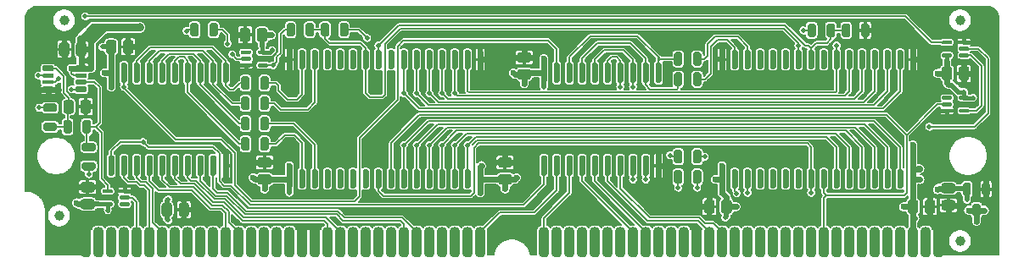
<source format=gtl>
G04 #@! TF.GenerationSoftware,KiCad,Pcbnew,(5.1.10-1-10_14)*
G04 #@! TF.CreationDate,2021-07-01T19:14:09-04:00*
G04 #@! TF.ProjectId,MacIIfxRAMSIMM,4d616349-4966-4785-9241-4d53494d4d2e,rev?*
G04 #@! TF.SameCoordinates,Original*
G04 #@! TF.FileFunction,Copper,L1,Top*
G04 #@! TF.FilePolarity,Positive*
%FSLAX46Y46*%
G04 Gerber Fmt 4.6, Leading zero omitted, Abs format (unit mm)*
G04 Created by KiCad (PCBNEW (5.1.10-1-10_14)) date 2021-07-01 19:14:09*
%MOMM*%
%LPD*%
G01*
G04 APERTURE LIST*
G04 #@! TA.AperFunction,ComponentPad*
%ADD10C,2.000000*%
G04 #@! TD*
G04 #@! TA.AperFunction,SMDPad,CuDef*
%ADD11C,1.000000*%
G04 #@! TD*
G04 #@! TA.AperFunction,ViaPad*
%ADD12C,0.600000*%
G04 #@! TD*
G04 #@! TA.AperFunction,ViaPad*
%ADD13C,0.500000*%
G04 #@! TD*
G04 #@! TA.AperFunction,ViaPad*
%ADD14C,0.508000*%
G04 #@! TD*
G04 #@! TA.AperFunction,ViaPad*
%ADD15C,0.800000*%
G04 #@! TD*
G04 #@! TA.AperFunction,Conductor*
%ADD16C,0.600000*%
G04 #@! TD*
G04 #@! TA.AperFunction,Conductor*
%ADD17C,0.500000*%
G04 #@! TD*
G04 #@! TA.AperFunction,Conductor*
%ADD18C,0.150000*%
G04 #@! TD*
G04 #@! TA.AperFunction,Conductor*
%ADD19C,0.400000*%
G04 #@! TD*
G04 #@! TA.AperFunction,Conductor*
%ADD20C,0.800000*%
G04 #@! TD*
G04 #@! TA.AperFunction,Conductor*
%ADD21C,0.450000*%
G04 #@! TD*
G04 #@! TA.AperFunction,Conductor*
%ADD22C,0.154000*%
G04 #@! TD*
G04 #@! TA.AperFunction,Conductor*
%ADD23C,0.100000*%
G04 #@! TD*
G04 APERTURE END LIST*
G04 #@! TA.AperFunction,SMDPad,CuDef*
G36*
G01*
X77075000Y-108850000D02*
X77075000Y-108550000D01*
G75*
G02*
X77225000Y-108400000I150000J0D01*
G01*
X78075000Y-108400000D01*
G75*
G02*
X78225000Y-108550000I0J-150000D01*
G01*
X78225000Y-108850000D01*
G75*
G02*
X78075000Y-109000000I-150000J0D01*
G01*
X77225000Y-109000000D01*
G75*
G02*
X77075000Y-108850000I0J150000D01*
G01*
G37*
G04 #@! TD.AperFunction*
G04 #@! TA.AperFunction,SMDPad,CuDef*
G36*
G01*
X77075000Y-109537500D02*
X77075000Y-109312500D01*
G75*
G02*
X77187500Y-109200000I112500J0D01*
G01*
X78112500Y-109200000D01*
G75*
G02*
X78225000Y-109312500I0J-112500D01*
G01*
X78225000Y-109537500D01*
G75*
G02*
X78112500Y-109650000I-112500J0D01*
G01*
X77187500Y-109650000D01*
G75*
G02*
X77075000Y-109537500I0J112500D01*
G01*
G37*
G04 #@! TD.AperFunction*
G04 #@! TA.AperFunction,SMDPad,CuDef*
G36*
G01*
X77075000Y-110187500D02*
X77075000Y-109962500D01*
G75*
G02*
X77187500Y-109850000I112500J0D01*
G01*
X78112500Y-109850000D01*
G75*
G02*
X78225000Y-109962500I0J-112500D01*
G01*
X78225000Y-110187500D01*
G75*
G02*
X78112500Y-110300000I-112500J0D01*
G01*
X77187500Y-110300000D01*
G75*
G02*
X77075000Y-110187500I0J112500D01*
G01*
G37*
G04 #@! TD.AperFunction*
G04 #@! TA.AperFunction,SMDPad,CuDef*
G36*
G01*
X77075000Y-110950000D02*
X77075000Y-110650000D01*
G75*
G02*
X77225000Y-110500000I150000J0D01*
G01*
X78075000Y-110500000D01*
G75*
G02*
X78225000Y-110650000I0J-150000D01*
G01*
X78225000Y-110950000D01*
G75*
G02*
X78075000Y-111100000I-150000J0D01*
G01*
X77225000Y-111100000D01*
G75*
G02*
X77075000Y-110950000I0J150000D01*
G01*
G37*
G04 #@! TD.AperFunction*
G04 #@! TA.AperFunction,SMDPad,CuDef*
G36*
G01*
X73775000Y-110950000D02*
X73775000Y-110650000D01*
G75*
G02*
X73925000Y-110500000I150000J0D01*
G01*
X74775000Y-110500000D01*
G75*
G02*
X74925000Y-110650000I0J-150000D01*
G01*
X74925000Y-110950000D01*
G75*
G02*
X74775000Y-111100000I-150000J0D01*
G01*
X73925000Y-111100000D01*
G75*
G02*
X73775000Y-110950000I0J150000D01*
G01*
G37*
G04 #@! TD.AperFunction*
G04 #@! TA.AperFunction,SMDPad,CuDef*
G36*
G01*
X73775000Y-110175000D02*
X73775000Y-109975000D01*
G75*
G02*
X73875000Y-109875000I100000J0D01*
G01*
X74825000Y-109875000D01*
G75*
G02*
X74925000Y-109975000I0J-100000D01*
G01*
X74925000Y-110175000D01*
G75*
G02*
X74825000Y-110275000I-100000J0D01*
G01*
X73875000Y-110275000D01*
G75*
G02*
X73775000Y-110175000I0J100000D01*
G01*
G37*
G04 #@! TD.AperFunction*
G04 #@! TA.AperFunction,SMDPad,CuDef*
G36*
G01*
X73775000Y-109525000D02*
X73775000Y-109325000D01*
G75*
G02*
X73875000Y-109225000I100000J0D01*
G01*
X74825000Y-109225000D01*
G75*
G02*
X74925000Y-109325000I0J-100000D01*
G01*
X74925000Y-109525000D01*
G75*
G02*
X74825000Y-109625000I-100000J0D01*
G01*
X73875000Y-109625000D01*
G75*
G02*
X73775000Y-109525000I0J100000D01*
G01*
G37*
G04 #@! TD.AperFunction*
G04 #@! TA.AperFunction,SMDPad,CuDef*
G36*
G01*
X73775000Y-108850000D02*
X73775000Y-108550000D01*
G75*
G02*
X73925000Y-108400000I150000J0D01*
G01*
X74775000Y-108400000D01*
G75*
G02*
X74925000Y-108550000I0J-150000D01*
G01*
X74925000Y-108850000D01*
G75*
G02*
X74775000Y-109000000I-150000J0D01*
G01*
X73925000Y-109000000D01*
G75*
G02*
X73775000Y-108850000I0J150000D01*
G01*
G37*
G04 #@! TD.AperFunction*
G04 #@! TA.AperFunction,SMDPad,CuDef*
G36*
G01*
X141755000Y-108775500D02*
X141455000Y-108775500D01*
G75*
G02*
X141305000Y-108625500I0J150000D01*
G01*
X141305000Y-107020500D01*
G75*
G02*
X141455000Y-106870500I150000J0D01*
G01*
X141755000Y-106870500D01*
G75*
G02*
X141905000Y-107020500I0J-150000D01*
G01*
X141905000Y-108625500D01*
G75*
G02*
X141755000Y-108775500I-150000J0D01*
G01*
G37*
G04 #@! TD.AperFunction*
G04 #@! TA.AperFunction,SMDPad,CuDef*
G36*
G01*
X143025000Y-108775500D02*
X142725000Y-108775500D01*
G75*
G02*
X142575000Y-108625500I0J150000D01*
G01*
X142575000Y-107020500D01*
G75*
G02*
X142725000Y-106870500I150000J0D01*
G01*
X143025000Y-106870500D01*
G75*
G02*
X143175000Y-107020500I0J-150000D01*
G01*
X143175000Y-108625500D01*
G75*
G02*
X143025000Y-108775500I-150000J0D01*
G01*
G37*
G04 #@! TD.AperFunction*
G04 #@! TA.AperFunction,SMDPad,CuDef*
G36*
G01*
X144295000Y-108775500D02*
X143995000Y-108775500D01*
G75*
G02*
X143845000Y-108625500I0J150000D01*
G01*
X143845000Y-107020500D01*
G75*
G02*
X143995000Y-106870500I150000J0D01*
G01*
X144295000Y-106870500D01*
G75*
G02*
X144445000Y-107020500I0J-150000D01*
G01*
X144445000Y-108625500D01*
G75*
G02*
X144295000Y-108775500I-150000J0D01*
G01*
G37*
G04 #@! TD.AperFunction*
G04 #@! TA.AperFunction,SMDPad,CuDef*
G36*
G01*
X145565000Y-108775500D02*
X145265000Y-108775500D01*
G75*
G02*
X145115000Y-108625500I0J150000D01*
G01*
X145115000Y-107020500D01*
G75*
G02*
X145265000Y-106870500I150000J0D01*
G01*
X145565000Y-106870500D01*
G75*
G02*
X145715000Y-107020500I0J-150000D01*
G01*
X145715000Y-108625500D01*
G75*
G02*
X145565000Y-108775500I-150000J0D01*
G01*
G37*
G04 #@! TD.AperFunction*
G04 #@! TA.AperFunction,SMDPad,CuDef*
G36*
G01*
X146835000Y-108775500D02*
X146535000Y-108775500D01*
G75*
G02*
X146385000Y-108625500I0J150000D01*
G01*
X146385000Y-107020500D01*
G75*
G02*
X146535000Y-106870500I150000J0D01*
G01*
X146835000Y-106870500D01*
G75*
G02*
X146985000Y-107020500I0J-150000D01*
G01*
X146985000Y-108625500D01*
G75*
G02*
X146835000Y-108775500I-150000J0D01*
G01*
G37*
G04 #@! TD.AperFunction*
G04 #@! TA.AperFunction,SMDPad,CuDef*
G36*
G01*
X148105000Y-108775500D02*
X147805000Y-108775500D01*
G75*
G02*
X147655000Y-108625500I0J150000D01*
G01*
X147655000Y-107020500D01*
G75*
G02*
X147805000Y-106870500I150000J0D01*
G01*
X148105000Y-106870500D01*
G75*
G02*
X148255000Y-107020500I0J-150000D01*
G01*
X148255000Y-108625500D01*
G75*
G02*
X148105000Y-108775500I-150000J0D01*
G01*
G37*
G04 #@! TD.AperFunction*
G04 #@! TA.AperFunction,SMDPad,CuDef*
G36*
G01*
X149375000Y-108775500D02*
X149075000Y-108775500D01*
G75*
G02*
X148925000Y-108625500I0J150000D01*
G01*
X148925000Y-107020500D01*
G75*
G02*
X149075000Y-106870500I150000J0D01*
G01*
X149375000Y-106870500D01*
G75*
G02*
X149525000Y-107020500I0J-150000D01*
G01*
X149525000Y-108625500D01*
G75*
G02*
X149375000Y-108775500I-150000J0D01*
G01*
G37*
G04 #@! TD.AperFunction*
G04 #@! TA.AperFunction,SMDPad,CuDef*
G36*
G01*
X150645000Y-108775500D02*
X150345000Y-108775500D01*
G75*
G02*
X150195000Y-108625500I0J150000D01*
G01*
X150195000Y-107020500D01*
G75*
G02*
X150345000Y-106870500I150000J0D01*
G01*
X150645000Y-106870500D01*
G75*
G02*
X150795000Y-107020500I0J-150000D01*
G01*
X150795000Y-108625500D01*
G75*
G02*
X150645000Y-108775500I-150000J0D01*
G01*
G37*
G04 #@! TD.AperFunction*
G04 #@! TA.AperFunction,SMDPad,CuDef*
G36*
G01*
X151915000Y-108775500D02*
X151615000Y-108775500D01*
G75*
G02*
X151465000Y-108625500I0J150000D01*
G01*
X151465000Y-107020500D01*
G75*
G02*
X151615000Y-106870500I150000J0D01*
G01*
X151915000Y-106870500D01*
G75*
G02*
X152065000Y-107020500I0J-150000D01*
G01*
X152065000Y-108625500D01*
G75*
G02*
X151915000Y-108775500I-150000J0D01*
G01*
G37*
G04 #@! TD.AperFunction*
G04 #@! TA.AperFunction,SMDPad,CuDef*
G36*
G01*
X153185000Y-108775500D02*
X152885000Y-108775500D01*
G75*
G02*
X152735000Y-108625500I0J150000D01*
G01*
X152735000Y-107020500D01*
G75*
G02*
X152885000Y-106870500I150000J0D01*
G01*
X153185000Y-106870500D01*
G75*
G02*
X153335000Y-107020500I0J-150000D01*
G01*
X153335000Y-108625500D01*
G75*
G02*
X153185000Y-108775500I-150000J0D01*
G01*
G37*
G04 #@! TD.AperFunction*
G04 #@! TA.AperFunction,SMDPad,CuDef*
G36*
G01*
X154455000Y-108775500D02*
X154155000Y-108775500D01*
G75*
G02*
X154005000Y-108625500I0J150000D01*
G01*
X154005000Y-107020500D01*
G75*
G02*
X154155000Y-106870500I150000J0D01*
G01*
X154455000Y-106870500D01*
G75*
G02*
X154605000Y-107020500I0J-150000D01*
G01*
X154605000Y-108625500D01*
G75*
G02*
X154455000Y-108775500I-150000J0D01*
G01*
G37*
G04 #@! TD.AperFunction*
G04 #@! TA.AperFunction,SMDPad,CuDef*
G36*
G01*
X155725000Y-108775500D02*
X155425000Y-108775500D01*
G75*
G02*
X155275000Y-108625500I0J150000D01*
G01*
X155275000Y-107020500D01*
G75*
G02*
X155425000Y-106870500I150000J0D01*
G01*
X155725000Y-106870500D01*
G75*
G02*
X155875000Y-107020500I0J-150000D01*
G01*
X155875000Y-108625500D01*
G75*
G02*
X155725000Y-108775500I-150000J0D01*
G01*
G37*
G04 #@! TD.AperFunction*
G04 #@! TA.AperFunction,SMDPad,CuDef*
G36*
G01*
X156995000Y-108775500D02*
X156695000Y-108775500D01*
G75*
G02*
X156545000Y-108625500I0J150000D01*
G01*
X156545000Y-107020500D01*
G75*
G02*
X156695000Y-106870500I150000J0D01*
G01*
X156995000Y-106870500D01*
G75*
G02*
X157145000Y-107020500I0J-150000D01*
G01*
X157145000Y-108625500D01*
G75*
G02*
X156995000Y-108775500I-150000J0D01*
G01*
G37*
G04 #@! TD.AperFunction*
G04 #@! TA.AperFunction,SMDPad,CuDef*
G36*
G01*
X158265000Y-108775500D02*
X157965000Y-108775500D01*
G75*
G02*
X157815000Y-108625500I0J150000D01*
G01*
X157815000Y-107020500D01*
G75*
G02*
X157965000Y-106870500I150000J0D01*
G01*
X158265000Y-106870500D01*
G75*
G02*
X158415000Y-107020500I0J-150000D01*
G01*
X158415000Y-108625500D01*
G75*
G02*
X158265000Y-108775500I-150000J0D01*
G01*
G37*
G04 #@! TD.AperFunction*
G04 #@! TA.AperFunction,SMDPad,CuDef*
G36*
G01*
X159535000Y-108775500D02*
X159235000Y-108775500D01*
G75*
G02*
X159085000Y-108625500I0J150000D01*
G01*
X159085000Y-107020500D01*
G75*
G02*
X159235000Y-106870500I150000J0D01*
G01*
X159535000Y-106870500D01*
G75*
G02*
X159685000Y-107020500I0J-150000D01*
G01*
X159685000Y-108625500D01*
G75*
G02*
X159535000Y-108775500I-150000J0D01*
G01*
G37*
G04 #@! TD.AperFunction*
G04 #@! TA.AperFunction,SMDPad,CuDef*
G36*
G01*
X160805000Y-108775500D02*
X160505000Y-108775500D01*
G75*
G02*
X160355000Y-108625500I0J150000D01*
G01*
X160355000Y-107020500D01*
G75*
G02*
X160505000Y-106870500I150000J0D01*
G01*
X160805000Y-106870500D01*
G75*
G02*
X160955000Y-107020500I0J-150000D01*
G01*
X160955000Y-108625500D01*
G75*
G02*
X160805000Y-108775500I-150000J0D01*
G01*
G37*
G04 #@! TD.AperFunction*
G04 #@! TA.AperFunction,SMDPad,CuDef*
G36*
G01*
X160805000Y-120713500D02*
X160505000Y-120713500D01*
G75*
G02*
X160355000Y-120563500I0J150000D01*
G01*
X160355000Y-118958500D01*
G75*
G02*
X160505000Y-118808500I150000J0D01*
G01*
X160805000Y-118808500D01*
G75*
G02*
X160955000Y-118958500I0J-150000D01*
G01*
X160955000Y-120563500D01*
G75*
G02*
X160805000Y-120713500I-150000J0D01*
G01*
G37*
G04 #@! TD.AperFunction*
G04 #@! TA.AperFunction,SMDPad,CuDef*
G36*
G01*
X159535000Y-120713500D02*
X159235000Y-120713500D01*
G75*
G02*
X159085000Y-120563500I0J150000D01*
G01*
X159085000Y-118958500D01*
G75*
G02*
X159235000Y-118808500I150000J0D01*
G01*
X159535000Y-118808500D01*
G75*
G02*
X159685000Y-118958500I0J-150000D01*
G01*
X159685000Y-120563500D01*
G75*
G02*
X159535000Y-120713500I-150000J0D01*
G01*
G37*
G04 #@! TD.AperFunction*
G04 #@! TA.AperFunction,SMDPad,CuDef*
G36*
G01*
X158265000Y-120713500D02*
X157965000Y-120713500D01*
G75*
G02*
X157815000Y-120563500I0J150000D01*
G01*
X157815000Y-118958500D01*
G75*
G02*
X157965000Y-118808500I150000J0D01*
G01*
X158265000Y-118808500D01*
G75*
G02*
X158415000Y-118958500I0J-150000D01*
G01*
X158415000Y-120563500D01*
G75*
G02*
X158265000Y-120713500I-150000J0D01*
G01*
G37*
G04 #@! TD.AperFunction*
G04 #@! TA.AperFunction,SMDPad,CuDef*
G36*
G01*
X156995000Y-120713500D02*
X156695000Y-120713500D01*
G75*
G02*
X156545000Y-120563500I0J150000D01*
G01*
X156545000Y-118958500D01*
G75*
G02*
X156695000Y-118808500I150000J0D01*
G01*
X156995000Y-118808500D01*
G75*
G02*
X157145000Y-118958500I0J-150000D01*
G01*
X157145000Y-120563500D01*
G75*
G02*
X156995000Y-120713500I-150000J0D01*
G01*
G37*
G04 #@! TD.AperFunction*
G04 #@! TA.AperFunction,SMDPad,CuDef*
G36*
G01*
X155725000Y-120713500D02*
X155425000Y-120713500D01*
G75*
G02*
X155275000Y-120563500I0J150000D01*
G01*
X155275000Y-118958500D01*
G75*
G02*
X155425000Y-118808500I150000J0D01*
G01*
X155725000Y-118808500D01*
G75*
G02*
X155875000Y-118958500I0J-150000D01*
G01*
X155875000Y-120563500D01*
G75*
G02*
X155725000Y-120713500I-150000J0D01*
G01*
G37*
G04 #@! TD.AperFunction*
G04 #@! TA.AperFunction,SMDPad,CuDef*
G36*
G01*
X154455000Y-120713500D02*
X154155000Y-120713500D01*
G75*
G02*
X154005000Y-120563500I0J150000D01*
G01*
X154005000Y-118958500D01*
G75*
G02*
X154155000Y-118808500I150000J0D01*
G01*
X154455000Y-118808500D01*
G75*
G02*
X154605000Y-118958500I0J-150000D01*
G01*
X154605000Y-120563500D01*
G75*
G02*
X154455000Y-120713500I-150000J0D01*
G01*
G37*
G04 #@! TD.AperFunction*
G04 #@! TA.AperFunction,SMDPad,CuDef*
G36*
G01*
X153185000Y-120713500D02*
X152885000Y-120713500D01*
G75*
G02*
X152735000Y-120563500I0J150000D01*
G01*
X152735000Y-118958500D01*
G75*
G02*
X152885000Y-118808500I150000J0D01*
G01*
X153185000Y-118808500D01*
G75*
G02*
X153335000Y-118958500I0J-150000D01*
G01*
X153335000Y-120563500D01*
G75*
G02*
X153185000Y-120713500I-150000J0D01*
G01*
G37*
G04 #@! TD.AperFunction*
G04 #@! TA.AperFunction,SMDPad,CuDef*
G36*
G01*
X151915000Y-120713500D02*
X151615000Y-120713500D01*
G75*
G02*
X151465000Y-120563500I0J150000D01*
G01*
X151465000Y-118958500D01*
G75*
G02*
X151615000Y-118808500I150000J0D01*
G01*
X151915000Y-118808500D01*
G75*
G02*
X152065000Y-118958500I0J-150000D01*
G01*
X152065000Y-120563500D01*
G75*
G02*
X151915000Y-120713500I-150000J0D01*
G01*
G37*
G04 #@! TD.AperFunction*
G04 #@! TA.AperFunction,SMDPad,CuDef*
G36*
G01*
X150645000Y-120713500D02*
X150345000Y-120713500D01*
G75*
G02*
X150195000Y-120563500I0J150000D01*
G01*
X150195000Y-118958500D01*
G75*
G02*
X150345000Y-118808500I150000J0D01*
G01*
X150645000Y-118808500D01*
G75*
G02*
X150795000Y-118958500I0J-150000D01*
G01*
X150795000Y-120563500D01*
G75*
G02*
X150645000Y-120713500I-150000J0D01*
G01*
G37*
G04 #@! TD.AperFunction*
G04 #@! TA.AperFunction,SMDPad,CuDef*
G36*
G01*
X149375000Y-120713500D02*
X149075000Y-120713500D01*
G75*
G02*
X148925000Y-120563500I0J150000D01*
G01*
X148925000Y-118958500D01*
G75*
G02*
X149075000Y-118808500I150000J0D01*
G01*
X149375000Y-118808500D01*
G75*
G02*
X149525000Y-118958500I0J-150000D01*
G01*
X149525000Y-120563500D01*
G75*
G02*
X149375000Y-120713500I-150000J0D01*
G01*
G37*
G04 #@! TD.AperFunction*
G04 #@! TA.AperFunction,SMDPad,CuDef*
G36*
G01*
X148105000Y-120713500D02*
X147805000Y-120713500D01*
G75*
G02*
X147655000Y-120563500I0J150000D01*
G01*
X147655000Y-118958500D01*
G75*
G02*
X147805000Y-118808500I150000J0D01*
G01*
X148105000Y-118808500D01*
G75*
G02*
X148255000Y-118958500I0J-150000D01*
G01*
X148255000Y-120563500D01*
G75*
G02*
X148105000Y-120713500I-150000J0D01*
G01*
G37*
G04 #@! TD.AperFunction*
G04 #@! TA.AperFunction,SMDPad,CuDef*
G36*
G01*
X146835000Y-120713500D02*
X146535000Y-120713500D01*
G75*
G02*
X146385000Y-120563500I0J150000D01*
G01*
X146385000Y-118958500D01*
G75*
G02*
X146535000Y-118808500I150000J0D01*
G01*
X146835000Y-118808500D01*
G75*
G02*
X146985000Y-118958500I0J-150000D01*
G01*
X146985000Y-120563500D01*
G75*
G02*
X146835000Y-120713500I-150000J0D01*
G01*
G37*
G04 #@! TD.AperFunction*
G04 #@! TA.AperFunction,SMDPad,CuDef*
G36*
G01*
X145565000Y-120713500D02*
X145265000Y-120713500D01*
G75*
G02*
X145115000Y-120563500I0J150000D01*
G01*
X145115000Y-118958500D01*
G75*
G02*
X145265000Y-118808500I150000J0D01*
G01*
X145565000Y-118808500D01*
G75*
G02*
X145715000Y-118958500I0J-150000D01*
G01*
X145715000Y-120563500D01*
G75*
G02*
X145565000Y-120713500I-150000J0D01*
G01*
G37*
G04 #@! TD.AperFunction*
G04 #@! TA.AperFunction,SMDPad,CuDef*
G36*
G01*
X144295000Y-120713500D02*
X143995000Y-120713500D01*
G75*
G02*
X143845000Y-120563500I0J150000D01*
G01*
X143845000Y-118958500D01*
G75*
G02*
X143995000Y-118808500I150000J0D01*
G01*
X144295000Y-118808500D01*
G75*
G02*
X144445000Y-118958500I0J-150000D01*
G01*
X144445000Y-120563500D01*
G75*
G02*
X144295000Y-120713500I-150000J0D01*
G01*
G37*
G04 #@! TD.AperFunction*
G04 #@! TA.AperFunction,SMDPad,CuDef*
G36*
G01*
X143025000Y-120713500D02*
X142725000Y-120713500D01*
G75*
G02*
X142575000Y-120563500I0J150000D01*
G01*
X142575000Y-118958500D01*
G75*
G02*
X142725000Y-118808500I150000J0D01*
G01*
X143025000Y-118808500D01*
G75*
G02*
X143175000Y-118958500I0J-150000D01*
G01*
X143175000Y-120563500D01*
G75*
G02*
X143025000Y-120713500I-150000J0D01*
G01*
G37*
G04 #@! TD.AperFunction*
G04 #@! TA.AperFunction,SMDPad,CuDef*
G36*
G01*
X141755000Y-120713500D02*
X141455000Y-120713500D01*
G75*
G02*
X141305000Y-120563500I0J150000D01*
G01*
X141305000Y-118958500D01*
G75*
G02*
X141455000Y-118808500I150000J0D01*
G01*
X141755000Y-118808500D01*
G75*
G02*
X141905000Y-118958500I0J-150000D01*
G01*
X141905000Y-120563500D01*
G75*
G02*
X141755000Y-120713500I-150000J0D01*
G01*
G37*
G04 #@! TD.AperFunction*
G04 #@! TA.AperFunction,SMDPad,CuDef*
G36*
G01*
X98575000Y-108775500D02*
X98275000Y-108775500D01*
G75*
G02*
X98125000Y-108625500I0J150000D01*
G01*
X98125000Y-107020500D01*
G75*
G02*
X98275000Y-106870500I150000J0D01*
G01*
X98575000Y-106870500D01*
G75*
G02*
X98725000Y-107020500I0J-150000D01*
G01*
X98725000Y-108625500D01*
G75*
G02*
X98575000Y-108775500I-150000J0D01*
G01*
G37*
G04 #@! TD.AperFunction*
G04 #@! TA.AperFunction,SMDPad,CuDef*
G36*
G01*
X99845000Y-108775500D02*
X99545000Y-108775500D01*
G75*
G02*
X99395000Y-108625500I0J150000D01*
G01*
X99395000Y-107020500D01*
G75*
G02*
X99545000Y-106870500I150000J0D01*
G01*
X99845000Y-106870500D01*
G75*
G02*
X99995000Y-107020500I0J-150000D01*
G01*
X99995000Y-108625500D01*
G75*
G02*
X99845000Y-108775500I-150000J0D01*
G01*
G37*
G04 #@! TD.AperFunction*
G04 #@! TA.AperFunction,SMDPad,CuDef*
G36*
G01*
X101115000Y-108775500D02*
X100815000Y-108775500D01*
G75*
G02*
X100665000Y-108625500I0J150000D01*
G01*
X100665000Y-107020500D01*
G75*
G02*
X100815000Y-106870500I150000J0D01*
G01*
X101115000Y-106870500D01*
G75*
G02*
X101265000Y-107020500I0J-150000D01*
G01*
X101265000Y-108625500D01*
G75*
G02*
X101115000Y-108775500I-150000J0D01*
G01*
G37*
G04 #@! TD.AperFunction*
G04 #@! TA.AperFunction,SMDPad,CuDef*
G36*
G01*
X102385000Y-108775500D02*
X102085000Y-108775500D01*
G75*
G02*
X101935000Y-108625500I0J150000D01*
G01*
X101935000Y-107020500D01*
G75*
G02*
X102085000Y-106870500I150000J0D01*
G01*
X102385000Y-106870500D01*
G75*
G02*
X102535000Y-107020500I0J-150000D01*
G01*
X102535000Y-108625500D01*
G75*
G02*
X102385000Y-108775500I-150000J0D01*
G01*
G37*
G04 #@! TD.AperFunction*
G04 #@! TA.AperFunction,SMDPad,CuDef*
G36*
G01*
X103655000Y-108775500D02*
X103355000Y-108775500D01*
G75*
G02*
X103205000Y-108625500I0J150000D01*
G01*
X103205000Y-107020500D01*
G75*
G02*
X103355000Y-106870500I150000J0D01*
G01*
X103655000Y-106870500D01*
G75*
G02*
X103805000Y-107020500I0J-150000D01*
G01*
X103805000Y-108625500D01*
G75*
G02*
X103655000Y-108775500I-150000J0D01*
G01*
G37*
G04 #@! TD.AperFunction*
G04 #@! TA.AperFunction,SMDPad,CuDef*
G36*
G01*
X104925000Y-108775500D02*
X104625000Y-108775500D01*
G75*
G02*
X104475000Y-108625500I0J150000D01*
G01*
X104475000Y-107020500D01*
G75*
G02*
X104625000Y-106870500I150000J0D01*
G01*
X104925000Y-106870500D01*
G75*
G02*
X105075000Y-107020500I0J-150000D01*
G01*
X105075000Y-108625500D01*
G75*
G02*
X104925000Y-108775500I-150000J0D01*
G01*
G37*
G04 #@! TD.AperFunction*
G04 #@! TA.AperFunction,SMDPad,CuDef*
G36*
G01*
X106195000Y-108775500D02*
X105895000Y-108775500D01*
G75*
G02*
X105745000Y-108625500I0J150000D01*
G01*
X105745000Y-107020500D01*
G75*
G02*
X105895000Y-106870500I150000J0D01*
G01*
X106195000Y-106870500D01*
G75*
G02*
X106345000Y-107020500I0J-150000D01*
G01*
X106345000Y-108625500D01*
G75*
G02*
X106195000Y-108775500I-150000J0D01*
G01*
G37*
G04 #@! TD.AperFunction*
G04 #@! TA.AperFunction,SMDPad,CuDef*
G36*
G01*
X107465000Y-108775500D02*
X107165000Y-108775500D01*
G75*
G02*
X107015000Y-108625500I0J150000D01*
G01*
X107015000Y-107020500D01*
G75*
G02*
X107165000Y-106870500I150000J0D01*
G01*
X107465000Y-106870500D01*
G75*
G02*
X107615000Y-107020500I0J-150000D01*
G01*
X107615000Y-108625500D01*
G75*
G02*
X107465000Y-108775500I-150000J0D01*
G01*
G37*
G04 #@! TD.AperFunction*
G04 #@! TA.AperFunction,SMDPad,CuDef*
G36*
G01*
X108735000Y-108775500D02*
X108435000Y-108775500D01*
G75*
G02*
X108285000Y-108625500I0J150000D01*
G01*
X108285000Y-107020500D01*
G75*
G02*
X108435000Y-106870500I150000J0D01*
G01*
X108735000Y-106870500D01*
G75*
G02*
X108885000Y-107020500I0J-150000D01*
G01*
X108885000Y-108625500D01*
G75*
G02*
X108735000Y-108775500I-150000J0D01*
G01*
G37*
G04 #@! TD.AperFunction*
G04 #@! TA.AperFunction,SMDPad,CuDef*
G36*
G01*
X110005000Y-108775500D02*
X109705000Y-108775500D01*
G75*
G02*
X109555000Y-108625500I0J150000D01*
G01*
X109555000Y-107020500D01*
G75*
G02*
X109705000Y-106870500I150000J0D01*
G01*
X110005000Y-106870500D01*
G75*
G02*
X110155000Y-107020500I0J-150000D01*
G01*
X110155000Y-108625500D01*
G75*
G02*
X110005000Y-108775500I-150000J0D01*
G01*
G37*
G04 #@! TD.AperFunction*
G04 #@! TA.AperFunction,SMDPad,CuDef*
G36*
G01*
X111275000Y-108775500D02*
X110975000Y-108775500D01*
G75*
G02*
X110825000Y-108625500I0J150000D01*
G01*
X110825000Y-107020500D01*
G75*
G02*
X110975000Y-106870500I150000J0D01*
G01*
X111275000Y-106870500D01*
G75*
G02*
X111425000Y-107020500I0J-150000D01*
G01*
X111425000Y-108625500D01*
G75*
G02*
X111275000Y-108775500I-150000J0D01*
G01*
G37*
G04 #@! TD.AperFunction*
G04 #@! TA.AperFunction,SMDPad,CuDef*
G36*
G01*
X112545000Y-108775500D02*
X112245000Y-108775500D01*
G75*
G02*
X112095000Y-108625500I0J150000D01*
G01*
X112095000Y-107020500D01*
G75*
G02*
X112245000Y-106870500I150000J0D01*
G01*
X112545000Y-106870500D01*
G75*
G02*
X112695000Y-107020500I0J-150000D01*
G01*
X112695000Y-108625500D01*
G75*
G02*
X112545000Y-108775500I-150000J0D01*
G01*
G37*
G04 #@! TD.AperFunction*
G04 #@! TA.AperFunction,SMDPad,CuDef*
G36*
G01*
X113815000Y-108775500D02*
X113515000Y-108775500D01*
G75*
G02*
X113365000Y-108625500I0J150000D01*
G01*
X113365000Y-107020500D01*
G75*
G02*
X113515000Y-106870500I150000J0D01*
G01*
X113815000Y-106870500D01*
G75*
G02*
X113965000Y-107020500I0J-150000D01*
G01*
X113965000Y-108625500D01*
G75*
G02*
X113815000Y-108775500I-150000J0D01*
G01*
G37*
G04 #@! TD.AperFunction*
G04 #@! TA.AperFunction,SMDPad,CuDef*
G36*
G01*
X115085000Y-108775500D02*
X114785000Y-108775500D01*
G75*
G02*
X114635000Y-108625500I0J150000D01*
G01*
X114635000Y-107020500D01*
G75*
G02*
X114785000Y-106870500I150000J0D01*
G01*
X115085000Y-106870500D01*
G75*
G02*
X115235000Y-107020500I0J-150000D01*
G01*
X115235000Y-108625500D01*
G75*
G02*
X115085000Y-108775500I-150000J0D01*
G01*
G37*
G04 #@! TD.AperFunction*
G04 #@! TA.AperFunction,SMDPad,CuDef*
G36*
G01*
X116355000Y-108775500D02*
X116055000Y-108775500D01*
G75*
G02*
X115905000Y-108625500I0J150000D01*
G01*
X115905000Y-107020500D01*
G75*
G02*
X116055000Y-106870500I150000J0D01*
G01*
X116355000Y-106870500D01*
G75*
G02*
X116505000Y-107020500I0J-150000D01*
G01*
X116505000Y-108625500D01*
G75*
G02*
X116355000Y-108775500I-150000J0D01*
G01*
G37*
G04 #@! TD.AperFunction*
G04 #@! TA.AperFunction,SMDPad,CuDef*
G36*
G01*
X117625000Y-108775500D02*
X117325000Y-108775500D01*
G75*
G02*
X117175000Y-108625500I0J150000D01*
G01*
X117175000Y-107020500D01*
G75*
G02*
X117325000Y-106870500I150000J0D01*
G01*
X117625000Y-106870500D01*
G75*
G02*
X117775000Y-107020500I0J-150000D01*
G01*
X117775000Y-108625500D01*
G75*
G02*
X117625000Y-108775500I-150000J0D01*
G01*
G37*
G04 #@! TD.AperFunction*
G04 #@! TA.AperFunction,SMDPad,CuDef*
G36*
G01*
X117625000Y-120713500D02*
X117325000Y-120713500D01*
G75*
G02*
X117175000Y-120563500I0J150000D01*
G01*
X117175000Y-118958500D01*
G75*
G02*
X117325000Y-118808500I150000J0D01*
G01*
X117625000Y-118808500D01*
G75*
G02*
X117775000Y-118958500I0J-150000D01*
G01*
X117775000Y-120563500D01*
G75*
G02*
X117625000Y-120713500I-150000J0D01*
G01*
G37*
G04 #@! TD.AperFunction*
G04 #@! TA.AperFunction,SMDPad,CuDef*
G36*
G01*
X116355000Y-120713500D02*
X116055000Y-120713500D01*
G75*
G02*
X115905000Y-120563500I0J150000D01*
G01*
X115905000Y-118958500D01*
G75*
G02*
X116055000Y-118808500I150000J0D01*
G01*
X116355000Y-118808500D01*
G75*
G02*
X116505000Y-118958500I0J-150000D01*
G01*
X116505000Y-120563500D01*
G75*
G02*
X116355000Y-120713500I-150000J0D01*
G01*
G37*
G04 #@! TD.AperFunction*
G04 #@! TA.AperFunction,SMDPad,CuDef*
G36*
G01*
X115085000Y-120713500D02*
X114785000Y-120713500D01*
G75*
G02*
X114635000Y-120563500I0J150000D01*
G01*
X114635000Y-118958500D01*
G75*
G02*
X114785000Y-118808500I150000J0D01*
G01*
X115085000Y-118808500D01*
G75*
G02*
X115235000Y-118958500I0J-150000D01*
G01*
X115235000Y-120563500D01*
G75*
G02*
X115085000Y-120713500I-150000J0D01*
G01*
G37*
G04 #@! TD.AperFunction*
G04 #@! TA.AperFunction,SMDPad,CuDef*
G36*
G01*
X113815000Y-120713500D02*
X113515000Y-120713500D01*
G75*
G02*
X113365000Y-120563500I0J150000D01*
G01*
X113365000Y-118958500D01*
G75*
G02*
X113515000Y-118808500I150000J0D01*
G01*
X113815000Y-118808500D01*
G75*
G02*
X113965000Y-118958500I0J-150000D01*
G01*
X113965000Y-120563500D01*
G75*
G02*
X113815000Y-120713500I-150000J0D01*
G01*
G37*
G04 #@! TD.AperFunction*
G04 #@! TA.AperFunction,SMDPad,CuDef*
G36*
G01*
X112545000Y-120713500D02*
X112245000Y-120713500D01*
G75*
G02*
X112095000Y-120563500I0J150000D01*
G01*
X112095000Y-118958500D01*
G75*
G02*
X112245000Y-118808500I150000J0D01*
G01*
X112545000Y-118808500D01*
G75*
G02*
X112695000Y-118958500I0J-150000D01*
G01*
X112695000Y-120563500D01*
G75*
G02*
X112545000Y-120713500I-150000J0D01*
G01*
G37*
G04 #@! TD.AperFunction*
G04 #@! TA.AperFunction,SMDPad,CuDef*
G36*
G01*
X111275000Y-120713500D02*
X110975000Y-120713500D01*
G75*
G02*
X110825000Y-120563500I0J150000D01*
G01*
X110825000Y-118958500D01*
G75*
G02*
X110975000Y-118808500I150000J0D01*
G01*
X111275000Y-118808500D01*
G75*
G02*
X111425000Y-118958500I0J-150000D01*
G01*
X111425000Y-120563500D01*
G75*
G02*
X111275000Y-120713500I-150000J0D01*
G01*
G37*
G04 #@! TD.AperFunction*
G04 #@! TA.AperFunction,SMDPad,CuDef*
G36*
G01*
X110005000Y-120713500D02*
X109705000Y-120713500D01*
G75*
G02*
X109555000Y-120563500I0J150000D01*
G01*
X109555000Y-118958500D01*
G75*
G02*
X109705000Y-118808500I150000J0D01*
G01*
X110005000Y-118808500D01*
G75*
G02*
X110155000Y-118958500I0J-150000D01*
G01*
X110155000Y-120563500D01*
G75*
G02*
X110005000Y-120713500I-150000J0D01*
G01*
G37*
G04 #@! TD.AperFunction*
G04 #@! TA.AperFunction,SMDPad,CuDef*
G36*
G01*
X108735000Y-120713500D02*
X108435000Y-120713500D01*
G75*
G02*
X108285000Y-120563500I0J150000D01*
G01*
X108285000Y-118958500D01*
G75*
G02*
X108435000Y-118808500I150000J0D01*
G01*
X108735000Y-118808500D01*
G75*
G02*
X108885000Y-118958500I0J-150000D01*
G01*
X108885000Y-120563500D01*
G75*
G02*
X108735000Y-120713500I-150000J0D01*
G01*
G37*
G04 #@! TD.AperFunction*
G04 #@! TA.AperFunction,SMDPad,CuDef*
G36*
G01*
X107465000Y-120713500D02*
X107165000Y-120713500D01*
G75*
G02*
X107015000Y-120563500I0J150000D01*
G01*
X107015000Y-118958500D01*
G75*
G02*
X107165000Y-118808500I150000J0D01*
G01*
X107465000Y-118808500D01*
G75*
G02*
X107615000Y-118958500I0J-150000D01*
G01*
X107615000Y-120563500D01*
G75*
G02*
X107465000Y-120713500I-150000J0D01*
G01*
G37*
G04 #@! TD.AperFunction*
G04 #@! TA.AperFunction,SMDPad,CuDef*
G36*
G01*
X106195000Y-120713500D02*
X105895000Y-120713500D01*
G75*
G02*
X105745000Y-120563500I0J150000D01*
G01*
X105745000Y-118958500D01*
G75*
G02*
X105895000Y-118808500I150000J0D01*
G01*
X106195000Y-118808500D01*
G75*
G02*
X106345000Y-118958500I0J-150000D01*
G01*
X106345000Y-120563500D01*
G75*
G02*
X106195000Y-120713500I-150000J0D01*
G01*
G37*
G04 #@! TD.AperFunction*
G04 #@! TA.AperFunction,SMDPad,CuDef*
G36*
G01*
X104925000Y-120713500D02*
X104625000Y-120713500D01*
G75*
G02*
X104475000Y-120563500I0J150000D01*
G01*
X104475000Y-118958500D01*
G75*
G02*
X104625000Y-118808500I150000J0D01*
G01*
X104925000Y-118808500D01*
G75*
G02*
X105075000Y-118958500I0J-150000D01*
G01*
X105075000Y-120563500D01*
G75*
G02*
X104925000Y-120713500I-150000J0D01*
G01*
G37*
G04 #@! TD.AperFunction*
G04 #@! TA.AperFunction,SMDPad,CuDef*
G36*
G01*
X103655000Y-120713500D02*
X103355000Y-120713500D01*
G75*
G02*
X103205000Y-120563500I0J150000D01*
G01*
X103205000Y-118958500D01*
G75*
G02*
X103355000Y-118808500I150000J0D01*
G01*
X103655000Y-118808500D01*
G75*
G02*
X103805000Y-118958500I0J-150000D01*
G01*
X103805000Y-120563500D01*
G75*
G02*
X103655000Y-120713500I-150000J0D01*
G01*
G37*
G04 #@! TD.AperFunction*
G04 #@! TA.AperFunction,SMDPad,CuDef*
G36*
G01*
X102385000Y-120713500D02*
X102085000Y-120713500D01*
G75*
G02*
X101935000Y-120563500I0J150000D01*
G01*
X101935000Y-118958500D01*
G75*
G02*
X102085000Y-118808500I150000J0D01*
G01*
X102385000Y-118808500D01*
G75*
G02*
X102535000Y-118958500I0J-150000D01*
G01*
X102535000Y-120563500D01*
G75*
G02*
X102385000Y-120713500I-150000J0D01*
G01*
G37*
G04 #@! TD.AperFunction*
G04 #@! TA.AperFunction,SMDPad,CuDef*
G36*
G01*
X101115000Y-120713500D02*
X100815000Y-120713500D01*
G75*
G02*
X100665000Y-120563500I0J150000D01*
G01*
X100665000Y-118958500D01*
G75*
G02*
X100815000Y-118808500I150000J0D01*
G01*
X101115000Y-118808500D01*
G75*
G02*
X101265000Y-118958500I0J-150000D01*
G01*
X101265000Y-120563500D01*
G75*
G02*
X101115000Y-120713500I-150000J0D01*
G01*
G37*
G04 #@! TD.AperFunction*
G04 #@! TA.AperFunction,SMDPad,CuDef*
G36*
G01*
X99845000Y-120713500D02*
X99545000Y-120713500D01*
G75*
G02*
X99395000Y-120563500I0J150000D01*
G01*
X99395000Y-118958500D01*
G75*
G02*
X99545000Y-118808500I150000J0D01*
G01*
X99845000Y-118808500D01*
G75*
G02*
X99995000Y-118958500I0J-150000D01*
G01*
X99995000Y-120563500D01*
G75*
G02*
X99845000Y-120713500I-150000J0D01*
G01*
G37*
G04 #@! TD.AperFunction*
G04 #@! TA.AperFunction,SMDPad,CuDef*
G36*
G01*
X98575000Y-120713500D02*
X98275000Y-120713500D01*
G75*
G02*
X98125000Y-120563500I0J150000D01*
G01*
X98125000Y-118958500D01*
G75*
G02*
X98275000Y-118808500I150000J0D01*
G01*
X98575000Y-118808500D01*
G75*
G02*
X98725000Y-118958500I0J-150000D01*
G01*
X98725000Y-120563500D01*
G75*
G02*
X98575000Y-120713500I-150000J0D01*
G01*
G37*
G04 #@! TD.AperFunction*
G04 #@! TA.AperFunction,SMDPad,CuDef*
G36*
G01*
X155465000Y-105389500D02*
X155465000Y-104414500D01*
G75*
G02*
X155677500Y-104202000I212500J0D01*
G01*
X156102500Y-104202000D01*
G75*
G02*
X156315000Y-104414500I0J-212500D01*
G01*
X156315000Y-105389500D01*
G75*
G02*
X156102500Y-105602000I-212500J0D01*
G01*
X155677500Y-105602000D01*
G75*
G02*
X155465000Y-105389500I0J212500D01*
G01*
G37*
G04 #@! TD.AperFunction*
G04 #@! TA.AperFunction,SMDPad,CuDef*
G36*
G01*
X153565000Y-105389500D02*
X153565000Y-104414500D01*
G75*
G02*
X153777500Y-104202000I212500J0D01*
G01*
X154202500Y-104202000D01*
G75*
G02*
X154415000Y-104414500I0J-212500D01*
G01*
X154415000Y-105389500D01*
G75*
G02*
X154202500Y-105602000I-212500J0D01*
G01*
X153777500Y-105602000D01*
G75*
G02*
X153565000Y-105389500I0J212500D01*
G01*
G37*
G04 #@! TD.AperFunction*
G04 #@! TA.AperFunction,SMDPad,CuDef*
G36*
G01*
X91291000Y-104351000D02*
X91291000Y-105326000D01*
G75*
G02*
X91078500Y-105538500I-212500J0D01*
G01*
X90653500Y-105538500D01*
G75*
G02*
X90441000Y-105326000I0J212500D01*
G01*
X90441000Y-104351000D01*
G75*
G02*
X90653500Y-104138500I212500J0D01*
G01*
X91078500Y-104138500D01*
G75*
G02*
X91291000Y-104351000I0J-212500D01*
G01*
G37*
G04 #@! TD.AperFunction*
G04 #@! TA.AperFunction,SMDPad,CuDef*
G36*
G01*
X89391000Y-104351000D02*
X89391000Y-105326000D01*
G75*
G02*
X89178500Y-105538500I-212500J0D01*
G01*
X88753500Y-105538500D01*
G75*
G02*
X88541000Y-105326000I0J212500D01*
G01*
X88541000Y-104351000D01*
G75*
G02*
X88753500Y-104138500I212500J0D01*
G01*
X89178500Y-104138500D01*
G75*
G02*
X89391000Y-104351000I0J-212500D01*
G01*
G37*
G04 #@! TD.AperFunction*
G04 #@! TA.AperFunction,SMDPad,CuDef*
G36*
G01*
X96225000Y-104912500D02*
X96225000Y-105787500D01*
G75*
G02*
X95962500Y-106050000I-262500J0D01*
G01*
X95437500Y-106050000D01*
G75*
G02*
X95175000Y-105787500I0J262500D01*
G01*
X95175000Y-104912500D01*
G75*
G02*
X95437500Y-104650000I262500J0D01*
G01*
X95962500Y-104650000D01*
G75*
G02*
X96225000Y-104912500I0J-262500D01*
G01*
G37*
G04 #@! TD.AperFunction*
G04 #@! TA.AperFunction,SMDPad,CuDef*
G36*
G01*
X94525000Y-104912500D02*
X94525000Y-105787500D01*
G75*
G02*
X94262500Y-106050000I-262500J0D01*
G01*
X93737500Y-106050000D01*
G75*
G02*
X93475000Y-105787500I0J262500D01*
G01*
X93475000Y-104912500D01*
G75*
G02*
X93737500Y-104650000I262500J0D01*
G01*
X94262500Y-104650000D01*
G75*
G02*
X94525000Y-104912500I0J-262500D01*
G01*
G37*
G04 #@! TD.AperFunction*
G04 #@! TA.AperFunction,SMDPad,CuDef*
G36*
G01*
X100029500Y-105326000D02*
X100029500Y-104351000D01*
G75*
G02*
X100242000Y-104138500I212500J0D01*
G01*
X100667000Y-104138500D01*
G75*
G02*
X100879500Y-104351000I0J-212500D01*
G01*
X100879500Y-105326000D01*
G75*
G02*
X100667000Y-105538500I-212500J0D01*
G01*
X100242000Y-105538500D01*
G75*
G02*
X100029500Y-105326000I0J212500D01*
G01*
G37*
G04 #@! TD.AperFunction*
G04 #@! TA.AperFunction,SMDPad,CuDef*
G36*
G01*
X98129500Y-105326000D02*
X98129500Y-104351000D01*
G75*
G02*
X98342000Y-104138500I212500J0D01*
G01*
X98767000Y-104138500D01*
G75*
G02*
X98979500Y-104351000I0J-212500D01*
G01*
X98979500Y-105326000D01*
G75*
G02*
X98767000Y-105538500I-212500J0D01*
G01*
X98342000Y-105538500D01*
G75*
G02*
X98129500Y-105326000I0J212500D01*
G01*
G37*
G04 #@! TD.AperFunction*
G04 #@! TA.AperFunction,SMDPad,CuDef*
G36*
G01*
X104308500Y-104351000D02*
X104308500Y-105326000D01*
G75*
G02*
X104096000Y-105538500I-212500J0D01*
G01*
X103671000Y-105538500D01*
G75*
G02*
X103458500Y-105326000I0J212500D01*
G01*
X103458500Y-104351000D01*
G75*
G02*
X103671000Y-104138500I212500J0D01*
G01*
X104096000Y-104138500D01*
G75*
G02*
X104308500Y-104351000I0J-212500D01*
G01*
G37*
G04 #@! TD.AperFunction*
G04 #@! TA.AperFunction,SMDPad,CuDef*
G36*
G01*
X102408500Y-104351000D02*
X102408500Y-105326000D01*
G75*
G02*
X102196000Y-105538500I-212500J0D01*
G01*
X101771000Y-105538500D01*
G75*
G02*
X101558500Y-105326000I0J212500D01*
G01*
X101558500Y-104351000D01*
G75*
G02*
X101771000Y-104138500I212500J0D01*
G01*
X102196000Y-104138500D01*
G75*
G02*
X102408500Y-104351000I0J-212500D01*
G01*
G37*
G04 #@! TD.AperFunction*
G04 #@! TA.AperFunction,SMDPad,CuDef*
G36*
G01*
X150136000Y-105389500D02*
X150136000Y-104414500D01*
G75*
G02*
X150348500Y-104202000I212500J0D01*
G01*
X150773500Y-104202000D01*
G75*
G02*
X150986000Y-104414500I0J-212500D01*
G01*
X150986000Y-105389500D01*
G75*
G02*
X150773500Y-105602000I-212500J0D01*
G01*
X150348500Y-105602000D01*
G75*
G02*
X150136000Y-105389500I0J212500D01*
G01*
G37*
G04 #@! TD.AperFunction*
G04 #@! TA.AperFunction,SMDPad,CuDef*
G36*
G01*
X152036000Y-105389500D02*
X152036000Y-104414500D01*
G75*
G02*
X152248500Y-104202000I212500J0D01*
G01*
X152673500Y-104202000D01*
G75*
G02*
X152886000Y-104414500I0J-212500D01*
G01*
X152886000Y-105389500D01*
G75*
G02*
X152673500Y-105602000I-212500J0D01*
G01*
X152248500Y-105602000D01*
G75*
G02*
X152036000Y-105389500I0J212500D01*
G01*
G37*
G04 #@! TD.AperFunction*
G04 #@! TA.AperFunction,SMDPad,CuDef*
G36*
G01*
X93600000Y-108500000D02*
X93600000Y-108300000D01*
G75*
G02*
X93700000Y-108200000I100000J0D01*
G01*
X94500000Y-108200000D01*
G75*
G02*
X94600000Y-108300000I0J-100000D01*
G01*
X94600000Y-108500000D01*
G75*
G02*
X94500000Y-108600000I-100000J0D01*
G01*
X93700000Y-108600000D01*
G75*
G02*
X93600000Y-108500000I0J100000D01*
G01*
G37*
G04 #@! TD.AperFunction*
G04 #@! TA.AperFunction,SMDPad,CuDef*
G36*
G01*
X93600000Y-107200000D02*
X93600000Y-107000000D01*
G75*
G02*
X93700000Y-106900000I100000J0D01*
G01*
X94500000Y-106900000D01*
G75*
G02*
X94600000Y-107000000I0J-100000D01*
G01*
X94600000Y-107200000D01*
G75*
G02*
X94500000Y-107300000I-100000J0D01*
G01*
X93700000Y-107300000D01*
G75*
G02*
X93600000Y-107200000I0J100000D01*
G01*
G37*
G04 #@! TD.AperFunction*
G04 #@! TA.AperFunction,SMDPad,CuDef*
G36*
G01*
X93600000Y-107850000D02*
X93600000Y-107650000D01*
G75*
G02*
X93700000Y-107550000I100000J0D01*
G01*
X94500000Y-107550000D01*
G75*
G02*
X94600000Y-107650000I0J-100000D01*
G01*
X94600000Y-107850000D01*
G75*
G02*
X94500000Y-107950000I-100000J0D01*
G01*
X93700000Y-107950000D01*
G75*
G02*
X93600000Y-107850000I0J100000D01*
G01*
G37*
G04 #@! TD.AperFunction*
G04 #@! TA.AperFunction,SMDPad,CuDef*
G36*
G01*
X95300000Y-108500000D02*
X95300000Y-108300000D01*
G75*
G02*
X95400000Y-108200000I100000J0D01*
G01*
X96200000Y-108200000D01*
G75*
G02*
X96300000Y-108300000I0J-100000D01*
G01*
X96300000Y-108500000D01*
G75*
G02*
X96200000Y-108600000I-100000J0D01*
G01*
X95400000Y-108600000D01*
G75*
G02*
X95300000Y-108500000I0J100000D01*
G01*
G37*
G04 #@! TD.AperFunction*
G04 #@! TA.AperFunction,SMDPad,CuDef*
G36*
G01*
X95300000Y-107200000D02*
X95300000Y-107000000D01*
G75*
G02*
X95400000Y-106900000I100000J0D01*
G01*
X96200000Y-106900000D01*
G75*
G02*
X96300000Y-107000000I0J-100000D01*
G01*
X96300000Y-107200000D01*
G75*
G02*
X96200000Y-107300000I-100000J0D01*
G01*
X95400000Y-107300000D01*
G75*
G02*
X95300000Y-107200000I0J100000D01*
G01*
G37*
G04 #@! TD.AperFunction*
D10*
X73406000Y-103886000D03*
G04 #@! TA.AperFunction,SMDPad,CuDef*
G36*
G01*
X78887500Y-118925000D02*
X77912500Y-118925000D01*
G75*
G02*
X77700000Y-118712500I0J212500D01*
G01*
X77700000Y-118287500D01*
G75*
G02*
X77912500Y-118075000I212500J0D01*
G01*
X78887500Y-118075000D01*
G75*
G02*
X79100000Y-118287500I0J-212500D01*
G01*
X79100000Y-118712500D01*
G75*
G02*
X78887500Y-118925000I-212500J0D01*
G01*
G37*
G04 #@! TD.AperFunction*
G04 #@! TA.AperFunction,SMDPad,CuDef*
G36*
G01*
X78887500Y-117025000D02*
X77912500Y-117025000D01*
G75*
G02*
X77700000Y-116812500I0J212500D01*
G01*
X77700000Y-116387500D01*
G75*
G02*
X77912500Y-116175000I212500J0D01*
G01*
X78887500Y-116175000D01*
G75*
G02*
X79100000Y-116387500I0J-212500D01*
G01*
X79100000Y-116812500D01*
G75*
G02*
X78887500Y-117025000I-212500J0D01*
G01*
G37*
G04 #@! TD.AperFunction*
G04 #@! TA.AperFunction,SMDPad,CuDef*
G36*
G01*
X74062500Y-114125000D02*
X75037500Y-114125000D01*
G75*
G02*
X75250000Y-114337500I0J-212500D01*
G01*
X75250000Y-114762500D01*
G75*
G02*
X75037500Y-114975000I-212500J0D01*
G01*
X74062500Y-114975000D01*
G75*
G02*
X73850000Y-114762500I0J212500D01*
G01*
X73850000Y-114337500D01*
G75*
G02*
X74062500Y-114125000I212500J0D01*
G01*
G37*
G04 #@! TD.AperFunction*
G04 #@! TA.AperFunction,SMDPad,CuDef*
G36*
G01*
X74062500Y-112225000D02*
X75037500Y-112225000D01*
G75*
G02*
X75250000Y-112437500I0J-212500D01*
G01*
X75250000Y-112862500D01*
G75*
G02*
X75037500Y-113075000I-212500J0D01*
G01*
X74062500Y-113075000D01*
G75*
G02*
X73850000Y-112862500I0J212500D01*
G01*
X73850000Y-112437500D01*
G75*
G02*
X74062500Y-112225000I212500J0D01*
G01*
G37*
G04 #@! TD.AperFunction*
G04 #@! TA.AperFunction,ComponentPad*
G36*
G01*
X162674300Y-127218440D02*
X162674300Y-125003560D01*
G75*
G02*
X163090860Y-124587000I416560J0D01*
G01*
X163299140Y-124587000D01*
G75*
G02*
X163715700Y-125003560I0J-416560D01*
G01*
X163715700Y-127218440D01*
G75*
G02*
X163299140Y-127635000I-416560J0D01*
G01*
X163090860Y-127635000D01*
G75*
G02*
X162674300Y-127218440I0J416560D01*
G01*
G37*
G04 #@! TD.AperFunction*
G04 #@! TA.AperFunction,ComponentPad*
G36*
G01*
X161404300Y-127218440D02*
X161404300Y-125003560D01*
G75*
G02*
X161820860Y-124587000I416560J0D01*
G01*
X162029140Y-124587000D01*
G75*
G02*
X162445700Y-125003560I0J-416560D01*
G01*
X162445700Y-127218440D01*
G75*
G02*
X162029140Y-127635000I-416560J0D01*
G01*
X161820860Y-127635000D01*
G75*
G02*
X161404300Y-127218440I0J416560D01*
G01*
G37*
G04 #@! TD.AperFunction*
G04 #@! TA.AperFunction,ComponentPad*
G36*
G01*
X160134300Y-127218440D02*
X160134300Y-125003560D01*
G75*
G02*
X160550860Y-124587000I416560J0D01*
G01*
X160759140Y-124587000D01*
G75*
G02*
X161175700Y-125003560I0J-416560D01*
G01*
X161175700Y-127218440D01*
G75*
G02*
X160759140Y-127635000I-416560J0D01*
G01*
X160550860Y-127635000D01*
G75*
G02*
X160134300Y-127218440I0J416560D01*
G01*
G37*
G04 #@! TD.AperFunction*
G04 #@! TA.AperFunction,ComponentPad*
G36*
G01*
X158864300Y-127218440D02*
X158864300Y-125003560D01*
G75*
G02*
X159280860Y-124587000I416560J0D01*
G01*
X159489140Y-124587000D01*
G75*
G02*
X159905700Y-125003560I0J-416560D01*
G01*
X159905700Y-127218440D01*
G75*
G02*
X159489140Y-127635000I-416560J0D01*
G01*
X159280860Y-127635000D01*
G75*
G02*
X158864300Y-127218440I0J416560D01*
G01*
G37*
G04 #@! TD.AperFunction*
G04 #@! TA.AperFunction,ComponentPad*
G36*
G01*
X157594300Y-127218440D02*
X157594300Y-125003560D01*
G75*
G02*
X158010860Y-124587000I416560J0D01*
G01*
X158219140Y-124587000D01*
G75*
G02*
X158635700Y-125003560I0J-416560D01*
G01*
X158635700Y-127218440D01*
G75*
G02*
X158219140Y-127635000I-416560J0D01*
G01*
X158010860Y-127635000D01*
G75*
G02*
X157594300Y-127218440I0J416560D01*
G01*
G37*
G04 #@! TD.AperFunction*
G04 #@! TA.AperFunction,ComponentPad*
G36*
G01*
X156324300Y-127218440D02*
X156324300Y-125003560D01*
G75*
G02*
X156740860Y-124587000I416560J0D01*
G01*
X156949140Y-124587000D01*
G75*
G02*
X157365700Y-125003560I0J-416560D01*
G01*
X157365700Y-127218440D01*
G75*
G02*
X156949140Y-127635000I-416560J0D01*
G01*
X156740860Y-127635000D01*
G75*
G02*
X156324300Y-127218440I0J416560D01*
G01*
G37*
G04 #@! TD.AperFunction*
G04 #@! TA.AperFunction,ComponentPad*
G36*
G01*
X155054300Y-127218440D02*
X155054300Y-125003560D01*
G75*
G02*
X155470860Y-124587000I416560J0D01*
G01*
X155679140Y-124587000D01*
G75*
G02*
X156095700Y-125003560I0J-416560D01*
G01*
X156095700Y-127218440D01*
G75*
G02*
X155679140Y-127635000I-416560J0D01*
G01*
X155470860Y-127635000D01*
G75*
G02*
X155054300Y-127218440I0J416560D01*
G01*
G37*
G04 #@! TD.AperFunction*
G04 #@! TA.AperFunction,ComponentPad*
G36*
G01*
X153784300Y-127218440D02*
X153784300Y-125003560D01*
G75*
G02*
X154200860Y-124587000I416560J0D01*
G01*
X154409140Y-124587000D01*
G75*
G02*
X154825700Y-125003560I0J-416560D01*
G01*
X154825700Y-127218440D01*
G75*
G02*
X154409140Y-127635000I-416560J0D01*
G01*
X154200860Y-127635000D01*
G75*
G02*
X153784300Y-127218440I0J416560D01*
G01*
G37*
G04 #@! TD.AperFunction*
G04 #@! TA.AperFunction,ComponentPad*
G36*
G01*
X152514300Y-127218440D02*
X152514300Y-125003560D01*
G75*
G02*
X152930860Y-124587000I416560J0D01*
G01*
X153139140Y-124587000D01*
G75*
G02*
X153555700Y-125003560I0J-416560D01*
G01*
X153555700Y-127218440D01*
G75*
G02*
X153139140Y-127635000I-416560J0D01*
G01*
X152930860Y-127635000D01*
G75*
G02*
X152514300Y-127218440I0J416560D01*
G01*
G37*
G04 #@! TD.AperFunction*
G04 #@! TA.AperFunction,ComponentPad*
G36*
G01*
X151244300Y-127218440D02*
X151244300Y-125003560D01*
G75*
G02*
X151660860Y-124587000I416560J0D01*
G01*
X151869140Y-124587000D01*
G75*
G02*
X152285700Y-125003560I0J-416560D01*
G01*
X152285700Y-127218440D01*
G75*
G02*
X151869140Y-127635000I-416560J0D01*
G01*
X151660860Y-127635000D01*
G75*
G02*
X151244300Y-127218440I0J416560D01*
G01*
G37*
G04 #@! TD.AperFunction*
G04 #@! TA.AperFunction,ComponentPad*
G36*
G01*
X149974300Y-127218440D02*
X149974300Y-125003560D01*
G75*
G02*
X150390860Y-124587000I416560J0D01*
G01*
X150599140Y-124587000D01*
G75*
G02*
X151015700Y-125003560I0J-416560D01*
G01*
X151015700Y-127218440D01*
G75*
G02*
X150599140Y-127635000I-416560J0D01*
G01*
X150390860Y-127635000D01*
G75*
G02*
X149974300Y-127218440I0J416560D01*
G01*
G37*
G04 #@! TD.AperFunction*
G04 #@! TA.AperFunction,ComponentPad*
G36*
G01*
X148704300Y-127218440D02*
X148704300Y-125003560D01*
G75*
G02*
X149120860Y-124587000I416560J0D01*
G01*
X149329140Y-124587000D01*
G75*
G02*
X149745700Y-125003560I0J-416560D01*
G01*
X149745700Y-127218440D01*
G75*
G02*
X149329140Y-127635000I-416560J0D01*
G01*
X149120860Y-127635000D01*
G75*
G02*
X148704300Y-127218440I0J416560D01*
G01*
G37*
G04 #@! TD.AperFunction*
G04 #@! TA.AperFunction,ComponentPad*
G36*
G01*
X147434300Y-127218440D02*
X147434300Y-125003560D01*
G75*
G02*
X147850860Y-124587000I416560J0D01*
G01*
X148059140Y-124587000D01*
G75*
G02*
X148475700Y-125003560I0J-416560D01*
G01*
X148475700Y-127218440D01*
G75*
G02*
X148059140Y-127635000I-416560J0D01*
G01*
X147850860Y-127635000D01*
G75*
G02*
X147434300Y-127218440I0J416560D01*
G01*
G37*
G04 #@! TD.AperFunction*
G04 #@! TA.AperFunction,ComponentPad*
G36*
G01*
X146164300Y-127218440D02*
X146164300Y-125003560D01*
G75*
G02*
X146580860Y-124587000I416560J0D01*
G01*
X146789140Y-124587000D01*
G75*
G02*
X147205700Y-125003560I0J-416560D01*
G01*
X147205700Y-127218440D01*
G75*
G02*
X146789140Y-127635000I-416560J0D01*
G01*
X146580860Y-127635000D01*
G75*
G02*
X146164300Y-127218440I0J416560D01*
G01*
G37*
G04 #@! TD.AperFunction*
G04 #@! TA.AperFunction,ComponentPad*
G36*
G01*
X144894300Y-127218440D02*
X144894300Y-125003560D01*
G75*
G02*
X145310860Y-124587000I416560J0D01*
G01*
X145519140Y-124587000D01*
G75*
G02*
X145935700Y-125003560I0J-416560D01*
G01*
X145935700Y-127218440D01*
G75*
G02*
X145519140Y-127635000I-416560J0D01*
G01*
X145310860Y-127635000D01*
G75*
G02*
X144894300Y-127218440I0J416560D01*
G01*
G37*
G04 #@! TD.AperFunction*
G04 #@! TA.AperFunction,ComponentPad*
G36*
G01*
X143624300Y-127218440D02*
X143624300Y-125003560D01*
G75*
G02*
X144040860Y-124587000I416560J0D01*
G01*
X144249140Y-124587000D01*
G75*
G02*
X144665700Y-125003560I0J-416560D01*
G01*
X144665700Y-127218440D01*
G75*
G02*
X144249140Y-127635000I-416560J0D01*
G01*
X144040860Y-127635000D01*
G75*
G02*
X143624300Y-127218440I0J416560D01*
G01*
G37*
G04 #@! TD.AperFunction*
G04 #@! TA.AperFunction,ComponentPad*
G36*
G01*
X142354300Y-127218440D02*
X142354300Y-125003560D01*
G75*
G02*
X142770860Y-124587000I416560J0D01*
G01*
X142979140Y-124587000D01*
G75*
G02*
X143395700Y-125003560I0J-416560D01*
G01*
X143395700Y-127218440D01*
G75*
G02*
X142979140Y-127635000I-416560J0D01*
G01*
X142770860Y-127635000D01*
G75*
G02*
X142354300Y-127218440I0J416560D01*
G01*
G37*
G04 #@! TD.AperFunction*
G04 #@! TA.AperFunction,ComponentPad*
G36*
G01*
X141084300Y-127218440D02*
X141084300Y-125003560D01*
G75*
G02*
X141500860Y-124587000I416560J0D01*
G01*
X141709140Y-124587000D01*
G75*
G02*
X142125700Y-125003560I0J-416560D01*
G01*
X142125700Y-127218440D01*
G75*
G02*
X141709140Y-127635000I-416560J0D01*
G01*
X141500860Y-127635000D01*
G75*
G02*
X141084300Y-127218440I0J416560D01*
G01*
G37*
G04 #@! TD.AperFunction*
G04 #@! TA.AperFunction,ComponentPad*
G36*
G01*
X139814300Y-127218440D02*
X139814300Y-125003560D01*
G75*
G02*
X140230860Y-124587000I416560J0D01*
G01*
X140439140Y-124587000D01*
G75*
G02*
X140855700Y-125003560I0J-416560D01*
G01*
X140855700Y-127218440D01*
G75*
G02*
X140439140Y-127635000I-416560J0D01*
G01*
X140230860Y-127635000D01*
G75*
G02*
X139814300Y-127218440I0J416560D01*
G01*
G37*
G04 #@! TD.AperFunction*
G04 #@! TA.AperFunction,ComponentPad*
G36*
G01*
X138544300Y-127218440D02*
X138544300Y-125003560D01*
G75*
G02*
X138960860Y-124587000I416560J0D01*
G01*
X139169140Y-124587000D01*
G75*
G02*
X139585700Y-125003560I0J-416560D01*
G01*
X139585700Y-127218440D01*
G75*
G02*
X139169140Y-127635000I-416560J0D01*
G01*
X138960860Y-127635000D01*
G75*
G02*
X138544300Y-127218440I0J416560D01*
G01*
G37*
G04 #@! TD.AperFunction*
G04 #@! TA.AperFunction,ComponentPad*
G36*
G01*
X137274300Y-127218440D02*
X137274300Y-125003560D01*
G75*
G02*
X137690860Y-124587000I416560J0D01*
G01*
X137899140Y-124587000D01*
G75*
G02*
X138315700Y-125003560I0J-416560D01*
G01*
X138315700Y-127218440D01*
G75*
G02*
X137899140Y-127635000I-416560J0D01*
G01*
X137690860Y-127635000D01*
G75*
G02*
X137274300Y-127218440I0J416560D01*
G01*
G37*
G04 #@! TD.AperFunction*
G04 #@! TA.AperFunction,ComponentPad*
G36*
G01*
X136004300Y-127218440D02*
X136004300Y-125003560D01*
G75*
G02*
X136420860Y-124587000I416560J0D01*
G01*
X136629140Y-124587000D01*
G75*
G02*
X137045700Y-125003560I0J-416560D01*
G01*
X137045700Y-127218440D01*
G75*
G02*
X136629140Y-127635000I-416560J0D01*
G01*
X136420860Y-127635000D01*
G75*
G02*
X136004300Y-127218440I0J416560D01*
G01*
G37*
G04 #@! TD.AperFunction*
G04 #@! TA.AperFunction,ComponentPad*
G36*
G01*
X134734300Y-127218440D02*
X134734300Y-125003560D01*
G75*
G02*
X135150860Y-124587000I416560J0D01*
G01*
X135359140Y-124587000D01*
G75*
G02*
X135775700Y-125003560I0J-416560D01*
G01*
X135775700Y-127218440D01*
G75*
G02*
X135359140Y-127635000I-416560J0D01*
G01*
X135150860Y-127635000D01*
G75*
G02*
X134734300Y-127218440I0J416560D01*
G01*
G37*
G04 #@! TD.AperFunction*
G04 #@! TA.AperFunction,ComponentPad*
G36*
G01*
X133464300Y-127218440D02*
X133464300Y-125003560D01*
G75*
G02*
X133880860Y-124587000I416560J0D01*
G01*
X134089140Y-124587000D01*
G75*
G02*
X134505700Y-125003560I0J-416560D01*
G01*
X134505700Y-127218440D01*
G75*
G02*
X134089140Y-127635000I-416560J0D01*
G01*
X133880860Y-127635000D01*
G75*
G02*
X133464300Y-127218440I0J416560D01*
G01*
G37*
G04 #@! TD.AperFunction*
G04 #@! TA.AperFunction,ComponentPad*
G36*
G01*
X132194300Y-127218440D02*
X132194300Y-125003560D01*
G75*
G02*
X132610860Y-124587000I416560J0D01*
G01*
X132819140Y-124587000D01*
G75*
G02*
X133235700Y-125003560I0J-416560D01*
G01*
X133235700Y-127218440D01*
G75*
G02*
X132819140Y-127635000I-416560J0D01*
G01*
X132610860Y-127635000D01*
G75*
G02*
X132194300Y-127218440I0J416560D01*
G01*
G37*
G04 #@! TD.AperFunction*
G04 #@! TA.AperFunction,ComponentPad*
G36*
G01*
X130924300Y-127218440D02*
X130924300Y-125003560D01*
G75*
G02*
X131340860Y-124587000I416560J0D01*
G01*
X131549140Y-124587000D01*
G75*
G02*
X131965700Y-125003560I0J-416560D01*
G01*
X131965700Y-127218440D01*
G75*
G02*
X131549140Y-127635000I-416560J0D01*
G01*
X131340860Y-127635000D01*
G75*
G02*
X130924300Y-127218440I0J416560D01*
G01*
G37*
G04 #@! TD.AperFunction*
G04 #@! TA.AperFunction,ComponentPad*
G36*
G01*
X129654300Y-127218440D02*
X129654300Y-125003560D01*
G75*
G02*
X130070860Y-124587000I416560J0D01*
G01*
X130279140Y-124587000D01*
G75*
G02*
X130695700Y-125003560I0J-416560D01*
G01*
X130695700Y-127218440D01*
G75*
G02*
X130279140Y-127635000I-416560J0D01*
G01*
X130070860Y-127635000D01*
G75*
G02*
X129654300Y-127218440I0J416560D01*
G01*
G37*
G04 #@! TD.AperFunction*
G04 #@! TA.AperFunction,ComponentPad*
G36*
G01*
X128384300Y-127218440D02*
X128384300Y-125003560D01*
G75*
G02*
X128800860Y-124587000I416560J0D01*
G01*
X129009140Y-124587000D01*
G75*
G02*
X129425700Y-125003560I0J-416560D01*
G01*
X129425700Y-127218440D01*
G75*
G02*
X129009140Y-127635000I-416560J0D01*
G01*
X128800860Y-127635000D01*
G75*
G02*
X128384300Y-127218440I0J416560D01*
G01*
G37*
G04 #@! TD.AperFunction*
G04 #@! TA.AperFunction,ComponentPad*
G36*
G01*
X127114300Y-127218440D02*
X127114300Y-125003560D01*
G75*
G02*
X127530860Y-124587000I416560J0D01*
G01*
X127739140Y-124587000D01*
G75*
G02*
X128155700Y-125003560I0J-416560D01*
G01*
X128155700Y-127218440D01*
G75*
G02*
X127739140Y-127635000I-416560J0D01*
G01*
X127530860Y-127635000D01*
G75*
G02*
X127114300Y-127218440I0J416560D01*
G01*
G37*
G04 #@! TD.AperFunction*
G04 #@! TA.AperFunction,ComponentPad*
G36*
G01*
X125844300Y-127218440D02*
X125844300Y-125003560D01*
G75*
G02*
X126260860Y-124587000I416560J0D01*
G01*
X126469140Y-124587000D01*
G75*
G02*
X126885700Y-125003560I0J-416560D01*
G01*
X126885700Y-127218440D01*
G75*
G02*
X126469140Y-127635000I-416560J0D01*
G01*
X126260860Y-127635000D01*
G75*
G02*
X125844300Y-127218440I0J416560D01*
G01*
G37*
G04 #@! TD.AperFunction*
G04 #@! TA.AperFunction,ComponentPad*
G36*
G01*
X124574300Y-127218440D02*
X124574300Y-125003560D01*
G75*
G02*
X124990860Y-124587000I416560J0D01*
G01*
X125199140Y-124587000D01*
G75*
G02*
X125615700Y-125003560I0J-416560D01*
G01*
X125615700Y-127218440D01*
G75*
G02*
X125199140Y-127635000I-416560J0D01*
G01*
X124990860Y-127635000D01*
G75*
G02*
X124574300Y-127218440I0J416560D01*
G01*
G37*
G04 #@! TD.AperFunction*
G04 #@! TA.AperFunction,ComponentPad*
G36*
G01*
X123304300Y-127218440D02*
X123304300Y-125003560D01*
G75*
G02*
X123720860Y-124587000I416560J0D01*
G01*
X123929140Y-124587000D01*
G75*
G02*
X124345700Y-125003560I0J-416560D01*
G01*
X124345700Y-127218440D01*
G75*
G02*
X123929140Y-127635000I-416560J0D01*
G01*
X123720860Y-127635000D01*
G75*
G02*
X123304300Y-127218440I0J416560D01*
G01*
G37*
G04 #@! TD.AperFunction*
G04 #@! TA.AperFunction,ComponentPad*
G36*
G01*
X116954300Y-127218440D02*
X116954300Y-125003560D01*
G75*
G02*
X117370860Y-124587000I416560J0D01*
G01*
X117579140Y-124587000D01*
G75*
G02*
X117995700Y-125003560I0J-416560D01*
G01*
X117995700Y-127218440D01*
G75*
G02*
X117579140Y-127635000I-416560J0D01*
G01*
X117370860Y-127635000D01*
G75*
G02*
X116954300Y-127218440I0J416560D01*
G01*
G37*
G04 #@! TD.AperFunction*
G04 #@! TA.AperFunction,ComponentPad*
G36*
G01*
X115684300Y-127218440D02*
X115684300Y-125003560D01*
G75*
G02*
X116100860Y-124587000I416560J0D01*
G01*
X116309140Y-124587000D01*
G75*
G02*
X116725700Y-125003560I0J-416560D01*
G01*
X116725700Y-127218440D01*
G75*
G02*
X116309140Y-127635000I-416560J0D01*
G01*
X116100860Y-127635000D01*
G75*
G02*
X115684300Y-127218440I0J416560D01*
G01*
G37*
G04 #@! TD.AperFunction*
G04 #@! TA.AperFunction,ComponentPad*
G36*
G01*
X114414300Y-127218440D02*
X114414300Y-125003560D01*
G75*
G02*
X114830860Y-124587000I416560J0D01*
G01*
X115039140Y-124587000D01*
G75*
G02*
X115455700Y-125003560I0J-416560D01*
G01*
X115455700Y-127218440D01*
G75*
G02*
X115039140Y-127635000I-416560J0D01*
G01*
X114830860Y-127635000D01*
G75*
G02*
X114414300Y-127218440I0J416560D01*
G01*
G37*
G04 #@! TD.AperFunction*
G04 #@! TA.AperFunction,ComponentPad*
G36*
G01*
X113144300Y-127218440D02*
X113144300Y-125003560D01*
G75*
G02*
X113560860Y-124587000I416560J0D01*
G01*
X113769140Y-124587000D01*
G75*
G02*
X114185700Y-125003560I0J-416560D01*
G01*
X114185700Y-127218440D01*
G75*
G02*
X113769140Y-127635000I-416560J0D01*
G01*
X113560860Y-127635000D01*
G75*
G02*
X113144300Y-127218440I0J416560D01*
G01*
G37*
G04 #@! TD.AperFunction*
G04 #@! TA.AperFunction,ComponentPad*
G36*
G01*
X111874300Y-127218440D02*
X111874300Y-125003560D01*
G75*
G02*
X112290860Y-124587000I416560J0D01*
G01*
X112499140Y-124587000D01*
G75*
G02*
X112915700Y-125003560I0J-416560D01*
G01*
X112915700Y-127218440D01*
G75*
G02*
X112499140Y-127635000I-416560J0D01*
G01*
X112290860Y-127635000D01*
G75*
G02*
X111874300Y-127218440I0J416560D01*
G01*
G37*
G04 #@! TD.AperFunction*
G04 #@! TA.AperFunction,ComponentPad*
G36*
G01*
X110604300Y-127218440D02*
X110604300Y-125003560D01*
G75*
G02*
X111020860Y-124587000I416560J0D01*
G01*
X111229140Y-124587000D01*
G75*
G02*
X111645700Y-125003560I0J-416560D01*
G01*
X111645700Y-127218440D01*
G75*
G02*
X111229140Y-127635000I-416560J0D01*
G01*
X111020860Y-127635000D01*
G75*
G02*
X110604300Y-127218440I0J416560D01*
G01*
G37*
G04 #@! TD.AperFunction*
G04 #@! TA.AperFunction,ComponentPad*
G36*
G01*
X109334300Y-127218440D02*
X109334300Y-125003560D01*
G75*
G02*
X109750860Y-124587000I416560J0D01*
G01*
X109959140Y-124587000D01*
G75*
G02*
X110375700Y-125003560I0J-416560D01*
G01*
X110375700Y-127218440D01*
G75*
G02*
X109959140Y-127635000I-416560J0D01*
G01*
X109750860Y-127635000D01*
G75*
G02*
X109334300Y-127218440I0J416560D01*
G01*
G37*
G04 #@! TD.AperFunction*
G04 #@! TA.AperFunction,ComponentPad*
G36*
G01*
X108064300Y-127218440D02*
X108064300Y-125003560D01*
G75*
G02*
X108480860Y-124587000I416560J0D01*
G01*
X108689140Y-124587000D01*
G75*
G02*
X109105700Y-125003560I0J-416560D01*
G01*
X109105700Y-127218440D01*
G75*
G02*
X108689140Y-127635000I-416560J0D01*
G01*
X108480860Y-127635000D01*
G75*
G02*
X108064300Y-127218440I0J416560D01*
G01*
G37*
G04 #@! TD.AperFunction*
G04 #@! TA.AperFunction,ComponentPad*
G36*
G01*
X106794300Y-127218440D02*
X106794300Y-125003560D01*
G75*
G02*
X107210860Y-124587000I416560J0D01*
G01*
X107419140Y-124587000D01*
G75*
G02*
X107835700Y-125003560I0J-416560D01*
G01*
X107835700Y-127218440D01*
G75*
G02*
X107419140Y-127635000I-416560J0D01*
G01*
X107210860Y-127635000D01*
G75*
G02*
X106794300Y-127218440I0J416560D01*
G01*
G37*
G04 #@! TD.AperFunction*
G04 #@! TA.AperFunction,ComponentPad*
G36*
G01*
X105524300Y-127218440D02*
X105524300Y-125003560D01*
G75*
G02*
X105940860Y-124587000I416560J0D01*
G01*
X106149140Y-124587000D01*
G75*
G02*
X106565700Y-125003560I0J-416560D01*
G01*
X106565700Y-127218440D01*
G75*
G02*
X106149140Y-127635000I-416560J0D01*
G01*
X105940860Y-127635000D01*
G75*
G02*
X105524300Y-127218440I0J416560D01*
G01*
G37*
G04 #@! TD.AperFunction*
G04 #@! TA.AperFunction,ComponentPad*
G36*
G01*
X104254300Y-127218440D02*
X104254300Y-125003560D01*
G75*
G02*
X104670860Y-124587000I416560J0D01*
G01*
X104879140Y-124587000D01*
G75*
G02*
X105295700Y-125003560I0J-416560D01*
G01*
X105295700Y-127218440D01*
G75*
G02*
X104879140Y-127635000I-416560J0D01*
G01*
X104670860Y-127635000D01*
G75*
G02*
X104254300Y-127218440I0J416560D01*
G01*
G37*
G04 #@! TD.AperFunction*
G04 #@! TA.AperFunction,ComponentPad*
G36*
G01*
X102984300Y-127218440D02*
X102984300Y-125003560D01*
G75*
G02*
X103400860Y-124587000I416560J0D01*
G01*
X103609140Y-124587000D01*
G75*
G02*
X104025700Y-125003560I0J-416560D01*
G01*
X104025700Y-127218440D01*
G75*
G02*
X103609140Y-127635000I-416560J0D01*
G01*
X103400860Y-127635000D01*
G75*
G02*
X102984300Y-127218440I0J416560D01*
G01*
G37*
G04 #@! TD.AperFunction*
G04 #@! TA.AperFunction,ComponentPad*
G36*
G01*
X101714300Y-127218440D02*
X101714300Y-125003560D01*
G75*
G02*
X102130860Y-124587000I416560J0D01*
G01*
X102339140Y-124587000D01*
G75*
G02*
X102755700Y-125003560I0J-416560D01*
G01*
X102755700Y-127218440D01*
G75*
G02*
X102339140Y-127635000I-416560J0D01*
G01*
X102130860Y-127635000D01*
G75*
G02*
X101714300Y-127218440I0J416560D01*
G01*
G37*
G04 #@! TD.AperFunction*
G04 #@! TA.AperFunction,ComponentPad*
G36*
G01*
X100444300Y-127218440D02*
X100444300Y-125003560D01*
G75*
G02*
X100860860Y-124587000I416560J0D01*
G01*
X101069140Y-124587000D01*
G75*
G02*
X101485700Y-125003560I0J-416560D01*
G01*
X101485700Y-127218440D01*
G75*
G02*
X101069140Y-127635000I-416560J0D01*
G01*
X100860860Y-127635000D01*
G75*
G02*
X100444300Y-127218440I0J416560D01*
G01*
G37*
G04 #@! TD.AperFunction*
G04 #@! TA.AperFunction,ComponentPad*
G36*
G01*
X99174300Y-127218440D02*
X99174300Y-125003560D01*
G75*
G02*
X99590860Y-124587000I416560J0D01*
G01*
X99799140Y-124587000D01*
G75*
G02*
X100215700Y-125003560I0J-416560D01*
G01*
X100215700Y-127218440D01*
G75*
G02*
X99799140Y-127635000I-416560J0D01*
G01*
X99590860Y-127635000D01*
G75*
G02*
X99174300Y-127218440I0J416560D01*
G01*
G37*
G04 #@! TD.AperFunction*
G04 #@! TA.AperFunction,ComponentPad*
G36*
G01*
X97904300Y-127218440D02*
X97904300Y-125003560D01*
G75*
G02*
X98320860Y-124587000I416560J0D01*
G01*
X98529140Y-124587000D01*
G75*
G02*
X98945700Y-125003560I0J-416560D01*
G01*
X98945700Y-127218440D01*
G75*
G02*
X98529140Y-127635000I-416560J0D01*
G01*
X98320860Y-127635000D01*
G75*
G02*
X97904300Y-127218440I0J416560D01*
G01*
G37*
G04 #@! TD.AperFunction*
G04 #@! TA.AperFunction,ComponentPad*
G36*
G01*
X96634300Y-127218440D02*
X96634300Y-125003560D01*
G75*
G02*
X97050860Y-124587000I416560J0D01*
G01*
X97259140Y-124587000D01*
G75*
G02*
X97675700Y-125003560I0J-416560D01*
G01*
X97675700Y-127218440D01*
G75*
G02*
X97259140Y-127635000I-416560J0D01*
G01*
X97050860Y-127635000D01*
G75*
G02*
X96634300Y-127218440I0J416560D01*
G01*
G37*
G04 #@! TD.AperFunction*
G04 #@! TA.AperFunction,ComponentPad*
G36*
G01*
X95364300Y-127218440D02*
X95364300Y-125003560D01*
G75*
G02*
X95780860Y-124587000I416560J0D01*
G01*
X95989140Y-124587000D01*
G75*
G02*
X96405700Y-125003560I0J-416560D01*
G01*
X96405700Y-127218440D01*
G75*
G02*
X95989140Y-127635000I-416560J0D01*
G01*
X95780860Y-127635000D01*
G75*
G02*
X95364300Y-127218440I0J416560D01*
G01*
G37*
G04 #@! TD.AperFunction*
G04 #@! TA.AperFunction,ComponentPad*
G36*
G01*
X94094300Y-127218440D02*
X94094300Y-125003560D01*
G75*
G02*
X94510860Y-124587000I416560J0D01*
G01*
X94719140Y-124587000D01*
G75*
G02*
X95135700Y-125003560I0J-416560D01*
G01*
X95135700Y-127218440D01*
G75*
G02*
X94719140Y-127635000I-416560J0D01*
G01*
X94510860Y-127635000D01*
G75*
G02*
X94094300Y-127218440I0J416560D01*
G01*
G37*
G04 #@! TD.AperFunction*
G04 #@! TA.AperFunction,ComponentPad*
G36*
G01*
X92824300Y-127218440D02*
X92824300Y-125003560D01*
G75*
G02*
X93240860Y-124587000I416560J0D01*
G01*
X93449140Y-124587000D01*
G75*
G02*
X93865700Y-125003560I0J-416560D01*
G01*
X93865700Y-127218440D01*
G75*
G02*
X93449140Y-127635000I-416560J0D01*
G01*
X93240860Y-127635000D01*
G75*
G02*
X92824300Y-127218440I0J416560D01*
G01*
G37*
G04 #@! TD.AperFunction*
G04 #@! TA.AperFunction,ComponentPad*
G36*
G01*
X91554300Y-127218440D02*
X91554300Y-125003560D01*
G75*
G02*
X91970860Y-124587000I416560J0D01*
G01*
X92179140Y-124587000D01*
G75*
G02*
X92595700Y-125003560I0J-416560D01*
G01*
X92595700Y-127218440D01*
G75*
G02*
X92179140Y-127635000I-416560J0D01*
G01*
X91970860Y-127635000D01*
G75*
G02*
X91554300Y-127218440I0J416560D01*
G01*
G37*
G04 #@! TD.AperFunction*
G04 #@! TA.AperFunction,ComponentPad*
G36*
G01*
X90284300Y-127218440D02*
X90284300Y-125003560D01*
G75*
G02*
X90700860Y-124587000I416560J0D01*
G01*
X90909140Y-124587000D01*
G75*
G02*
X91325700Y-125003560I0J-416560D01*
G01*
X91325700Y-127218440D01*
G75*
G02*
X90909140Y-127635000I-416560J0D01*
G01*
X90700860Y-127635000D01*
G75*
G02*
X90284300Y-127218440I0J416560D01*
G01*
G37*
G04 #@! TD.AperFunction*
G04 #@! TA.AperFunction,ComponentPad*
G36*
G01*
X89014300Y-127218440D02*
X89014300Y-125003560D01*
G75*
G02*
X89430860Y-124587000I416560J0D01*
G01*
X89639140Y-124587000D01*
G75*
G02*
X90055700Y-125003560I0J-416560D01*
G01*
X90055700Y-127218440D01*
G75*
G02*
X89639140Y-127635000I-416560J0D01*
G01*
X89430860Y-127635000D01*
G75*
G02*
X89014300Y-127218440I0J416560D01*
G01*
G37*
G04 #@! TD.AperFunction*
G04 #@! TA.AperFunction,ComponentPad*
G36*
G01*
X87744300Y-127218440D02*
X87744300Y-125003560D01*
G75*
G02*
X88160860Y-124587000I416560J0D01*
G01*
X88369140Y-124587000D01*
G75*
G02*
X88785700Y-125003560I0J-416560D01*
G01*
X88785700Y-127218440D01*
G75*
G02*
X88369140Y-127635000I-416560J0D01*
G01*
X88160860Y-127635000D01*
G75*
G02*
X87744300Y-127218440I0J416560D01*
G01*
G37*
G04 #@! TD.AperFunction*
G04 #@! TA.AperFunction,ComponentPad*
G36*
G01*
X86474300Y-127218440D02*
X86474300Y-125003560D01*
G75*
G02*
X86890860Y-124587000I416560J0D01*
G01*
X87099140Y-124587000D01*
G75*
G02*
X87515700Y-125003560I0J-416560D01*
G01*
X87515700Y-127218440D01*
G75*
G02*
X87099140Y-127635000I-416560J0D01*
G01*
X86890860Y-127635000D01*
G75*
G02*
X86474300Y-127218440I0J416560D01*
G01*
G37*
G04 #@! TD.AperFunction*
G04 #@! TA.AperFunction,ComponentPad*
G36*
G01*
X85204300Y-127218440D02*
X85204300Y-125003560D01*
G75*
G02*
X85620860Y-124587000I416560J0D01*
G01*
X85829140Y-124587000D01*
G75*
G02*
X86245700Y-125003560I0J-416560D01*
G01*
X86245700Y-127218440D01*
G75*
G02*
X85829140Y-127635000I-416560J0D01*
G01*
X85620860Y-127635000D01*
G75*
G02*
X85204300Y-127218440I0J416560D01*
G01*
G37*
G04 #@! TD.AperFunction*
G04 #@! TA.AperFunction,ComponentPad*
G36*
G01*
X83934300Y-127218440D02*
X83934300Y-125003560D01*
G75*
G02*
X84350860Y-124587000I416560J0D01*
G01*
X84559140Y-124587000D01*
G75*
G02*
X84975700Y-125003560I0J-416560D01*
G01*
X84975700Y-127218440D01*
G75*
G02*
X84559140Y-127635000I-416560J0D01*
G01*
X84350860Y-127635000D01*
G75*
G02*
X83934300Y-127218440I0J416560D01*
G01*
G37*
G04 #@! TD.AperFunction*
G04 #@! TA.AperFunction,ComponentPad*
G36*
G01*
X82664300Y-127218440D02*
X82664300Y-125003560D01*
G75*
G02*
X83080860Y-124587000I416560J0D01*
G01*
X83289140Y-124587000D01*
G75*
G02*
X83705700Y-125003560I0J-416560D01*
G01*
X83705700Y-127218440D01*
G75*
G02*
X83289140Y-127635000I-416560J0D01*
G01*
X83080860Y-127635000D01*
G75*
G02*
X82664300Y-127218440I0J416560D01*
G01*
G37*
G04 #@! TD.AperFunction*
G04 #@! TA.AperFunction,ComponentPad*
G36*
G01*
X81394300Y-127218440D02*
X81394300Y-125003560D01*
G75*
G02*
X81810860Y-124587000I416560J0D01*
G01*
X82019140Y-124587000D01*
G75*
G02*
X82435700Y-125003560I0J-416560D01*
G01*
X82435700Y-127218440D01*
G75*
G02*
X82019140Y-127635000I-416560J0D01*
G01*
X81810860Y-127635000D01*
G75*
G02*
X81394300Y-127218440I0J416560D01*
G01*
G37*
G04 #@! TD.AperFunction*
G04 #@! TA.AperFunction,ComponentPad*
G36*
G01*
X80124300Y-127218440D02*
X80124300Y-125003560D01*
G75*
G02*
X80540860Y-124587000I416560J0D01*
G01*
X80749140Y-124587000D01*
G75*
G02*
X81165700Y-125003560I0J-416560D01*
G01*
X81165700Y-127218440D01*
G75*
G02*
X80749140Y-127635000I-416560J0D01*
G01*
X80540860Y-127635000D01*
G75*
G02*
X80124300Y-127218440I0J416560D01*
G01*
G37*
G04 #@! TD.AperFunction*
G04 #@! TA.AperFunction,ComponentPad*
G36*
G01*
X78854300Y-127218440D02*
X78854300Y-125003560D01*
G75*
G02*
X79270860Y-124587000I416560J0D01*
G01*
X79479140Y-124587000D01*
G75*
G02*
X79895700Y-125003560I0J-416560D01*
G01*
X79895700Y-127218440D01*
G75*
G02*
X79479140Y-127635000I-416560J0D01*
G01*
X79270860Y-127635000D01*
G75*
G02*
X78854300Y-127218440I0J416560D01*
G01*
G37*
G04 #@! TD.AperFunction*
G04 #@! TA.AperFunction,ComponentPad*
G36*
G01*
X77584300Y-127218440D02*
X77584300Y-125003560D01*
G75*
G02*
X78000860Y-124587000I416560J0D01*
G01*
X78209140Y-124587000D01*
G75*
G02*
X78625700Y-125003560I0J-416560D01*
G01*
X78625700Y-127218440D01*
G75*
G02*
X78209140Y-127635000I-416560J0D01*
G01*
X78000860Y-127635000D01*
G75*
G02*
X77584300Y-127218440I0J416560D01*
G01*
G37*
G04 #@! TD.AperFunction*
G04 #@! TA.AperFunction,SMDPad,CuDef*
G36*
G01*
X163762500Y-120175000D02*
X164637500Y-120175000D01*
G75*
G02*
X164900000Y-120437500I0J-262500D01*
G01*
X164900000Y-120962500D01*
G75*
G02*
X164637500Y-121225000I-262500J0D01*
G01*
X163762500Y-121225000D01*
G75*
G02*
X163500000Y-120962500I0J262500D01*
G01*
X163500000Y-120437500D01*
G75*
G02*
X163762500Y-120175000I262500J0D01*
G01*
G37*
G04 #@! TD.AperFunction*
G04 #@! TA.AperFunction,SMDPad,CuDef*
G36*
G01*
X163762500Y-121875000D02*
X164637500Y-121875000D01*
G75*
G02*
X164900000Y-122137500I0J-262500D01*
G01*
X164900000Y-122662500D01*
G75*
G02*
X164637500Y-122925000I-262500J0D01*
G01*
X163762500Y-122925000D01*
G75*
G02*
X163500000Y-122662500I0J262500D01*
G01*
X163500000Y-122137500D01*
G75*
G02*
X163762500Y-121875000I262500J0D01*
G01*
G37*
G04 #@! TD.AperFunction*
G04 #@! TA.AperFunction,SMDPad,CuDef*
G36*
G01*
X85675000Y-123287500D02*
X85675000Y-122412500D01*
G75*
G02*
X85937500Y-122150000I262500J0D01*
G01*
X86462500Y-122150000D01*
G75*
G02*
X86725000Y-122412500I0J-262500D01*
G01*
X86725000Y-123287500D01*
G75*
G02*
X86462500Y-123550000I-262500J0D01*
G01*
X85937500Y-123550000D01*
G75*
G02*
X85675000Y-123287500I0J262500D01*
G01*
G37*
G04 #@! TD.AperFunction*
G04 #@! TA.AperFunction,SMDPad,CuDef*
G36*
G01*
X87375000Y-123287500D02*
X87375000Y-122412500D01*
G75*
G02*
X87637500Y-122150000I262500J0D01*
G01*
X88162500Y-122150000D01*
G75*
G02*
X88425000Y-122412500I0J-262500D01*
G01*
X88425000Y-123287500D01*
G75*
G02*
X88162500Y-123550000I-262500J0D01*
G01*
X87637500Y-123550000D01*
G75*
G02*
X87375000Y-123287500I0J262500D01*
G01*
G37*
G04 #@! TD.AperFunction*
G04 #@! TA.AperFunction,SMDPad,CuDef*
G36*
G01*
X167750000Y-120125000D02*
X168150000Y-120125000D01*
G75*
G02*
X168350000Y-120325000I0J-200000D01*
G01*
X168350000Y-121275000D01*
G75*
G02*
X168150000Y-121475000I-200000J0D01*
G01*
X167750000Y-121475000D01*
G75*
G02*
X167550000Y-121275000I0J200000D01*
G01*
X167550000Y-120325000D01*
G75*
G02*
X167750000Y-120125000I200000J0D01*
G01*
G37*
G04 #@! TD.AperFunction*
G04 #@! TA.AperFunction,SMDPad,CuDef*
G36*
G01*
X165850000Y-120125000D02*
X166250000Y-120125000D01*
G75*
G02*
X166450000Y-120325000I0J-200000D01*
G01*
X166450000Y-121275000D01*
G75*
G02*
X166250000Y-121475000I-200000J0D01*
G01*
X165850000Y-121475000D01*
G75*
G02*
X165650000Y-121275000I0J200000D01*
G01*
X165650000Y-120325000D01*
G75*
G02*
X165850000Y-120125000I200000J0D01*
G01*
G37*
G04 #@! TD.AperFunction*
G04 #@! TA.AperFunction,SMDPad,CuDef*
G36*
G01*
X166800000Y-122225000D02*
X167200000Y-122225000D01*
G75*
G02*
X167400000Y-122425000I0J-200000D01*
G01*
X167400000Y-123375000D01*
G75*
G02*
X167200000Y-123575000I-200000J0D01*
G01*
X166800000Y-123575000D01*
G75*
G02*
X166600000Y-123375000I0J200000D01*
G01*
X166600000Y-122425000D01*
G75*
G02*
X166800000Y-122225000I200000J0D01*
G01*
G37*
G04 #@! TD.AperFunction*
G04 #@! TA.AperFunction,SMDPad,CuDef*
G36*
G01*
X123975000Y-110167000D02*
X123675000Y-110167000D01*
G75*
G02*
X123525000Y-110017000I0J150000D01*
G01*
X123525000Y-108267000D01*
G75*
G02*
X123675000Y-108117000I150000J0D01*
G01*
X123975000Y-108117000D01*
G75*
G02*
X124125000Y-108267000I0J-150000D01*
G01*
X124125000Y-110017000D01*
G75*
G02*
X123975000Y-110167000I-150000J0D01*
G01*
G37*
G04 #@! TD.AperFunction*
G04 #@! TA.AperFunction,SMDPad,CuDef*
G36*
G01*
X125245000Y-110167000D02*
X124945000Y-110167000D01*
G75*
G02*
X124795000Y-110017000I0J150000D01*
G01*
X124795000Y-108267000D01*
G75*
G02*
X124945000Y-108117000I150000J0D01*
G01*
X125245000Y-108117000D01*
G75*
G02*
X125395000Y-108267000I0J-150000D01*
G01*
X125395000Y-110017000D01*
G75*
G02*
X125245000Y-110167000I-150000J0D01*
G01*
G37*
G04 #@! TD.AperFunction*
G04 #@! TA.AperFunction,SMDPad,CuDef*
G36*
G01*
X126515000Y-110167000D02*
X126215000Y-110167000D01*
G75*
G02*
X126065000Y-110017000I0J150000D01*
G01*
X126065000Y-108267000D01*
G75*
G02*
X126215000Y-108117000I150000J0D01*
G01*
X126515000Y-108117000D01*
G75*
G02*
X126665000Y-108267000I0J-150000D01*
G01*
X126665000Y-110017000D01*
G75*
G02*
X126515000Y-110167000I-150000J0D01*
G01*
G37*
G04 #@! TD.AperFunction*
G04 #@! TA.AperFunction,SMDPad,CuDef*
G36*
G01*
X127785000Y-110167000D02*
X127485000Y-110167000D01*
G75*
G02*
X127335000Y-110017000I0J150000D01*
G01*
X127335000Y-108267000D01*
G75*
G02*
X127485000Y-108117000I150000J0D01*
G01*
X127785000Y-108117000D01*
G75*
G02*
X127935000Y-108267000I0J-150000D01*
G01*
X127935000Y-110017000D01*
G75*
G02*
X127785000Y-110167000I-150000J0D01*
G01*
G37*
G04 #@! TD.AperFunction*
G04 #@! TA.AperFunction,SMDPad,CuDef*
G36*
G01*
X129055000Y-110167000D02*
X128755000Y-110167000D01*
G75*
G02*
X128605000Y-110017000I0J150000D01*
G01*
X128605000Y-108267000D01*
G75*
G02*
X128755000Y-108117000I150000J0D01*
G01*
X129055000Y-108117000D01*
G75*
G02*
X129205000Y-108267000I0J-150000D01*
G01*
X129205000Y-110017000D01*
G75*
G02*
X129055000Y-110167000I-150000J0D01*
G01*
G37*
G04 #@! TD.AperFunction*
G04 #@! TA.AperFunction,SMDPad,CuDef*
G36*
G01*
X130325000Y-110167000D02*
X130025000Y-110167000D01*
G75*
G02*
X129875000Y-110017000I0J150000D01*
G01*
X129875000Y-108267000D01*
G75*
G02*
X130025000Y-108117000I150000J0D01*
G01*
X130325000Y-108117000D01*
G75*
G02*
X130475000Y-108267000I0J-150000D01*
G01*
X130475000Y-110017000D01*
G75*
G02*
X130325000Y-110167000I-150000J0D01*
G01*
G37*
G04 #@! TD.AperFunction*
G04 #@! TA.AperFunction,SMDPad,CuDef*
G36*
G01*
X131595000Y-110167000D02*
X131295000Y-110167000D01*
G75*
G02*
X131145000Y-110017000I0J150000D01*
G01*
X131145000Y-108267000D01*
G75*
G02*
X131295000Y-108117000I150000J0D01*
G01*
X131595000Y-108117000D01*
G75*
G02*
X131745000Y-108267000I0J-150000D01*
G01*
X131745000Y-110017000D01*
G75*
G02*
X131595000Y-110167000I-150000J0D01*
G01*
G37*
G04 #@! TD.AperFunction*
G04 #@! TA.AperFunction,SMDPad,CuDef*
G36*
G01*
X132865000Y-110167000D02*
X132565000Y-110167000D01*
G75*
G02*
X132415000Y-110017000I0J150000D01*
G01*
X132415000Y-108267000D01*
G75*
G02*
X132565000Y-108117000I150000J0D01*
G01*
X132865000Y-108117000D01*
G75*
G02*
X133015000Y-108267000I0J-150000D01*
G01*
X133015000Y-110017000D01*
G75*
G02*
X132865000Y-110167000I-150000J0D01*
G01*
G37*
G04 #@! TD.AperFunction*
G04 #@! TA.AperFunction,SMDPad,CuDef*
G36*
G01*
X134135000Y-110167000D02*
X133835000Y-110167000D01*
G75*
G02*
X133685000Y-110017000I0J150000D01*
G01*
X133685000Y-108267000D01*
G75*
G02*
X133835000Y-108117000I150000J0D01*
G01*
X134135000Y-108117000D01*
G75*
G02*
X134285000Y-108267000I0J-150000D01*
G01*
X134285000Y-110017000D01*
G75*
G02*
X134135000Y-110167000I-150000J0D01*
G01*
G37*
G04 #@! TD.AperFunction*
G04 #@! TA.AperFunction,SMDPad,CuDef*
G36*
G01*
X135405000Y-110167000D02*
X135105000Y-110167000D01*
G75*
G02*
X134955000Y-110017000I0J150000D01*
G01*
X134955000Y-108267000D01*
G75*
G02*
X135105000Y-108117000I150000J0D01*
G01*
X135405000Y-108117000D01*
G75*
G02*
X135555000Y-108267000I0J-150000D01*
G01*
X135555000Y-110017000D01*
G75*
G02*
X135405000Y-110167000I-150000J0D01*
G01*
G37*
G04 #@! TD.AperFunction*
G04 #@! TA.AperFunction,SMDPad,CuDef*
G36*
G01*
X135405000Y-119467000D02*
X135105000Y-119467000D01*
G75*
G02*
X134955000Y-119317000I0J150000D01*
G01*
X134955000Y-117567000D01*
G75*
G02*
X135105000Y-117417000I150000J0D01*
G01*
X135405000Y-117417000D01*
G75*
G02*
X135555000Y-117567000I0J-150000D01*
G01*
X135555000Y-119317000D01*
G75*
G02*
X135405000Y-119467000I-150000J0D01*
G01*
G37*
G04 #@! TD.AperFunction*
G04 #@! TA.AperFunction,SMDPad,CuDef*
G36*
G01*
X134135000Y-119467000D02*
X133835000Y-119467000D01*
G75*
G02*
X133685000Y-119317000I0J150000D01*
G01*
X133685000Y-117567000D01*
G75*
G02*
X133835000Y-117417000I150000J0D01*
G01*
X134135000Y-117417000D01*
G75*
G02*
X134285000Y-117567000I0J-150000D01*
G01*
X134285000Y-119317000D01*
G75*
G02*
X134135000Y-119467000I-150000J0D01*
G01*
G37*
G04 #@! TD.AperFunction*
G04 #@! TA.AperFunction,SMDPad,CuDef*
G36*
G01*
X132865000Y-119467000D02*
X132565000Y-119467000D01*
G75*
G02*
X132415000Y-119317000I0J150000D01*
G01*
X132415000Y-117567000D01*
G75*
G02*
X132565000Y-117417000I150000J0D01*
G01*
X132865000Y-117417000D01*
G75*
G02*
X133015000Y-117567000I0J-150000D01*
G01*
X133015000Y-119317000D01*
G75*
G02*
X132865000Y-119467000I-150000J0D01*
G01*
G37*
G04 #@! TD.AperFunction*
G04 #@! TA.AperFunction,SMDPad,CuDef*
G36*
G01*
X131595000Y-119467000D02*
X131295000Y-119467000D01*
G75*
G02*
X131145000Y-119317000I0J150000D01*
G01*
X131145000Y-117567000D01*
G75*
G02*
X131295000Y-117417000I150000J0D01*
G01*
X131595000Y-117417000D01*
G75*
G02*
X131745000Y-117567000I0J-150000D01*
G01*
X131745000Y-119317000D01*
G75*
G02*
X131595000Y-119467000I-150000J0D01*
G01*
G37*
G04 #@! TD.AperFunction*
G04 #@! TA.AperFunction,SMDPad,CuDef*
G36*
G01*
X130325000Y-119467000D02*
X130025000Y-119467000D01*
G75*
G02*
X129875000Y-119317000I0J150000D01*
G01*
X129875000Y-117567000D01*
G75*
G02*
X130025000Y-117417000I150000J0D01*
G01*
X130325000Y-117417000D01*
G75*
G02*
X130475000Y-117567000I0J-150000D01*
G01*
X130475000Y-119317000D01*
G75*
G02*
X130325000Y-119467000I-150000J0D01*
G01*
G37*
G04 #@! TD.AperFunction*
G04 #@! TA.AperFunction,SMDPad,CuDef*
G36*
G01*
X129055000Y-119467000D02*
X128755000Y-119467000D01*
G75*
G02*
X128605000Y-119317000I0J150000D01*
G01*
X128605000Y-117567000D01*
G75*
G02*
X128755000Y-117417000I150000J0D01*
G01*
X129055000Y-117417000D01*
G75*
G02*
X129205000Y-117567000I0J-150000D01*
G01*
X129205000Y-119317000D01*
G75*
G02*
X129055000Y-119467000I-150000J0D01*
G01*
G37*
G04 #@! TD.AperFunction*
G04 #@! TA.AperFunction,SMDPad,CuDef*
G36*
G01*
X127785000Y-119467000D02*
X127485000Y-119467000D01*
G75*
G02*
X127335000Y-119317000I0J150000D01*
G01*
X127335000Y-117567000D01*
G75*
G02*
X127485000Y-117417000I150000J0D01*
G01*
X127785000Y-117417000D01*
G75*
G02*
X127935000Y-117567000I0J-150000D01*
G01*
X127935000Y-119317000D01*
G75*
G02*
X127785000Y-119467000I-150000J0D01*
G01*
G37*
G04 #@! TD.AperFunction*
G04 #@! TA.AperFunction,SMDPad,CuDef*
G36*
G01*
X126515000Y-119467000D02*
X126215000Y-119467000D01*
G75*
G02*
X126065000Y-119317000I0J150000D01*
G01*
X126065000Y-117567000D01*
G75*
G02*
X126215000Y-117417000I150000J0D01*
G01*
X126515000Y-117417000D01*
G75*
G02*
X126665000Y-117567000I0J-150000D01*
G01*
X126665000Y-119317000D01*
G75*
G02*
X126515000Y-119467000I-150000J0D01*
G01*
G37*
G04 #@! TD.AperFunction*
G04 #@! TA.AperFunction,SMDPad,CuDef*
G36*
G01*
X125245000Y-119467000D02*
X124945000Y-119467000D01*
G75*
G02*
X124795000Y-119317000I0J150000D01*
G01*
X124795000Y-117567000D01*
G75*
G02*
X124945000Y-117417000I150000J0D01*
G01*
X125245000Y-117417000D01*
G75*
G02*
X125395000Y-117567000I0J-150000D01*
G01*
X125395000Y-119317000D01*
G75*
G02*
X125245000Y-119467000I-150000J0D01*
G01*
G37*
G04 #@! TD.AperFunction*
G04 #@! TA.AperFunction,SMDPad,CuDef*
G36*
G01*
X123975000Y-119467000D02*
X123675000Y-119467000D01*
G75*
G02*
X123525000Y-119317000I0J150000D01*
G01*
X123525000Y-117567000D01*
G75*
G02*
X123675000Y-117417000I150000J0D01*
G01*
X123975000Y-117417000D01*
G75*
G02*
X124125000Y-117567000I0J-150000D01*
G01*
X124125000Y-119317000D01*
G75*
G02*
X123975000Y-119467000I-150000J0D01*
G01*
G37*
G04 #@! TD.AperFunction*
G04 #@! TA.AperFunction,SMDPad,CuDef*
G36*
G01*
X165225000Y-109637500D02*
X165225000Y-108762500D01*
G75*
G02*
X165487500Y-108500000I262500J0D01*
G01*
X166012500Y-108500000D01*
G75*
G02*
X166275000Y-108762500I0J-262500D01*
G01*
X166275000Y-109637500D01*
G75*
G02*
X166012500Y-109900000I-262500J0D01*
G01*
X165487500Y-109900000D01*
G75*
G02*
X165225000Y-109637500I0J262500D01*
G01*
G37*
G04 #@! TD.AperFunction*
G04 #@! TA.AperFunction,SMDPad,CuDef*
G36*
G01*
X163525000Y-109637500D02*
X163525000Y-108762500D01*
G75*
G02*
X163787500Y-108500000I262500J0D01*
G01*
X164312500Y-108500000D01*
G75*
G02*
X164575000Y-108762500I0J-262500D01*
G01*
X164575000Y-109637500D01*
G75*
G02*
X164312500Y-109900000I-262500J0D01*
G01*
X163787500Y-109900000D01*
G75*
G02*
X163525000Y-109637500I0J262500D01*
G01*
G37*
G04 #@! TD.AperFunction*
G04 #@! TA.AperFunction,SMDPad,CuDef*
G36*
G01*
X142574500Y-122117500D02*
X142574500Y-122992500D01*
G75*
G02*
X142312000Y-123255000I-262500J0D01*
G01*
X141787000Y-123255000D01*
G75*
G02*
X141524500Y-122992500I0J262500D01*
G01*
X141524500Y-122117500D01*
G75*
G02*
X141787000Y-121855000I262500J0D01*
G01*
X142312000Y-121855000D01*
G75*
G02*
X142574500Y-122117500I0J-262500D01*
G01*
G37*
G04 #@! TD.AperFunction*
G04 #@! TA.AperFunction,SMDPad,CuDef*
G36*
G01*
X140874500Y-122117500D02*
X140874500Y-122992500D01*
G75*
G02*
X140612000Y-123255000I-262500J0D01*
G01*
X140087000Y-123255000D01*
G75*
G02*
X139824500Y-122992500I0J262500D01*
G01*
X139824500Y-122117500D01*
G75*
G02*
X140087000Y-121855000I262500J0D01*
G01*
X140612000Y-121855000D01*
G75*
G02*
X140874500Y-122117500I0J-262500D01*
G01*
G37*
G04 #@! TD.AperFunction*
D11*
X75946000Y-103886000D03*
G04 #@! TA.AperFunction,SMDPad,CuDef*
G36*
G01*
X136801000Y-120058000D02*
X136801000Y-119083000D01*
G75*
G02*
X137013500Y-118870500I212500J0D01*
G01*
X137438500Y-118870500D01*
G75*
G02*
X137651000Y-119083000I0J-212500D01*
G01*
X137651000Y-120058000D01*
G75*
G02*
X137438500Y-120270500I-212500J0D01*
G01*
X137013500Y-120270500D01*
G75*
G02*
X136801000Y-120058000I0J212500D01*
G01*
G37*
G04 #@! TD.AperFunction*
G04 #@! TA.AperFunction,SMDPad,CuDef*
G36*
G01*
X138701000Y-120058000D02*
X138701000Y-119083000D01*
G75*
G02*
X138913500Y-118870500I212500J0D01*
G01*
X139338500Y-118870500D01*
G75*
G02*
X139551000Y-119083000I0J-212500D01*
G01*
X139551000Y-120058000D01*
G75*
G02*
X139338500Y-120270500I-212500J0D01*
G01*
X138913500Y-120270500D01*
G75*
G02*
X138701000Y-120058000I0J212500D01*
G01*
G37*
G04 #@! TD.AperFunction*
G04 #@! TA.AperFunction,SMDPad,CuDef*
G36*
G01*
X138701000Y-118026000D02*
X138701000Y-117051000D01*
G75*
G02*
X138913500Y-116838500I212500J0D01*
G01*
X139338500Y-116838500D01*
G75*
G02*
X139551000Y-117051000I0J-212500D01*
G01*
X139551000Y-118026000D01*
G75*
G02*
X139338500Y-118238500I-212500J0D01*
G01*
X138913500Y-118238500D01*
G75*
G02*
X138701000Y-118026000I0J212500D01*
G01*
G37*
G04 #@! TD.AperFunction*
G04 #@! TA.AperFunction,SMDPad,CuDef*
G36*
G01*
X136801000Y-118026000D02*
X136801000Y-117051000D01*
G75*
G02*
X137013500Y-116838500I212500J0D01*
G01*
X137438500Y-116838500D01*
G75*
G02*
X137651000Y-117051000I0J-212500D01*
G01*
X137651000Y-118026000D01*
G75*
G02*
X137438500Y-118238500I-212500J0D01*
G01*
X137013500Y-118238500D01*
G75*
G02*
X136801000Y-118026000I0J212500D01*
G01*
G37*
G04 #@! TD.AperFunction*
G04 #@! TA.AperFunction,SMDPad,CuDef*
G36*
G01*
X138701000Y-108247000D02*
X138701000Y-107272000D01*
G75*
G02*
X138913500Y-107059500I212500J0D01*
G01*
X139338500Y-107059500D01*
G75*
G02*
X139551000Y-107272000I0J-212500D01*
G01*
X139551000Y-108247000D01*
G75*
G02*
X139338500Y-108459500I-212500J0D01*
G01*
X138913500Y-108459500D01*
G75*
G02*
X138701000Y-108247000I0J212500D01*
G01*
G37*
G04 #@! TD.AperFunction*
G04 #@! TA.AperFunction,SMDPad,CuDef*
G36*
G01*
X136801000Y-108247000D02*
X136801000Y-107272000D01*
G75*
G02*
X137013500Y-107059500I212500J0D01*
G01*
X137438500Y-107059500D01*
G75*
G02*
X137651000Y-107272000I0J-212500D01*
G01*
X137651000Y-108247000D01*
G75*
G02*
X137438500Y-108459500I-212500J0D01*
G01*
X137013500Y-108459500D01*
G75*
G02*
X136801000Y-108247000I0J212500D01*
G01*
G37*
G04 #@! TD.AperFunction*
G04 #@! TA.AperFunction,SMDPad,CuDef*
G36*
G01*
X136801000Y-110279000D02*
X136801000Y-109304000D01*
G75*
G02*
X137013500Y-109091500I212500J0D01*
G01*
X137438500Y-109091500D01*
G75*
G02*
X137651000Y-109304000I0J-212500D01*
G01*
X137651000Y-110279000D01*
G75*
G02*
X137438500Y-110491500I-212500J0D01*
G01*
X137013500Y-110491500D01*
G75*
G02*
X136801000Y-110279000I0J212500D01*
G01*
G37*
G04 #@! TD.AperFunction*
G04 #@! TA.AperFunction,SMDPad,CuDef*
G36*
G01*
X138701000Y-110279000D02*
X138701000Y-109304000D01*
G75*
G02*
X138913500Y-109091500I212500J0D01*
G01*
X139338500Y-109091500D01*
G75*
G02*
X139551000Y-109304000I0J-212500D01*
G01*
X139551000Y-110279000D01*
G75*
G02*
X139338500Y-110491500I-212500J0D01*
G01*
X138913500Y-110491500D01*
G75*
G02*
X138701000Y-110279000I0J212500D01*
G01*
G37*
G04 #@! TD.AperFunction*
G04 #@! TA.AperFunction,SMDPad,CuDef*
G36*
G01*
X95521000Y-110660000D02*
X95521000Y-109685000D01*
G75*
G02*
X95733500Y-109472500I212500J0D01*
G01*
X96158500Y-109472500D01*
G75*
G02*
X96371000Y-109685000I0J-212500D01*
G01*
X96371000Y-110660000D01*
G75*
G02*
X96158500Y-110872500I-212500J0D01*
G01*
X95733500Y-110872500D01*
G75*
G02*
X95521000Y-110660000I0J212500D01*
G01*
G37*
G04 #@! TD.AperFunction*
G04 #@! TA.AperFunction,SMDPad,CuDef*
G36*
G01*
X93621000Y-110660000D02*
X93621000Y-109685000D01*
G75*
G02*
X93833500Y-109472500I212500J0D01*
G01*
X94258500Y-109472500D01*
G75*
G02*
X94471000Y-109685000I0J-212500D01*
G01*
X94471000Y-110660000D01*
G75*
G02*
X94258500Y-110872500I-212500J0D01*
G01*
X93833500Y-110872500D01*
G75*
G02*
X93621000Y-110660000I0J212500D01*
G01*
G37*
G04 #@! TD.AperFunction*
G04 #@! TA.AperFunction,SMDPad,CuDef*
G36*
G01*
X95521000Y-114724000D02*
X95521000Y-113749000D01*
G75*
G02*
X95733500Y-113536500I212500J0D01*
G01*
X96158500Y-113536500D01*
G75*
G02*
X96371000Y-113749000I0J-212500D01*
G01*
X96371000Y-114724000D01*
G75*
G02*
X96158500Y-114936500I-212500J0D01*
G01*
X95733500Y-114936500D01*
G75*
G02*
X95521000Y-114724000I0J212500D01*
G01*
G37*
G04 #@! TD.AperFunction*
G04 #@! TA.AperFunction,SMDPad,CuDef*
G36*
G01*
X93621000Y-114724000D02*
X93621000Y-113749000D01*
G75*
G02*
X93833500Y-113536500I212500J0D01*
G01*
X94258500Y-113536500D01*
G75*
G02*
X94471000Y-113749000I0J-212500D01*
G01*
X94471000Y-114724000D01*
G75*
G02*
X94258500Y-114936500I-212500J0D01*
G01*
X93833500Y-114936500D01*
G75*
G02*
X93621000Y-114724000I0J212500D01*
G01*
G37*
G04 #@! TD.AperFunction*
G04 #@! TA.AperFunction,SMDPad,CuDef*
G36*
G01*
X93621000Y-116756000D02*
X93621000Y-115781000D01*
G75*
G02*
X93833500Y-115568500I212500J0D01*
G01*
X94258500Y-115568500D01*
G75*
G02*
X94471000Y-115781000I0J-212500D01*
G01*
X94471000Y-116756000D01*
G75*
G02*
X94258500Y-116968500I-212500J0D01*
G01*
X93833500Y-116968500D01*
G75*
G02*
X93621000Y-116756000I0J212500D01*
G01*
G37*
G04 #@! TD.AperFunction*
G04 #@! TA.AperFunction,SMDPad,CuDef*
G36*
G01*
X95521000Y-116756000D02*
X95521000Y-115781000D01*
G75*
G02*
X95733500Y-115568500I212500J0D01*
G01*
X96158500Y-115568500D01*
G75*
G02*
X96371000Y-115781000I0J-212500D01*
G01*
X96371000Y-116756000D01*
G75*
G02*
X96158500Y-116968500I-212500J0D01*
G01*
X95733500Y-116968500D01*
G75*
G02*
X95521000Y-116756000I0J212500D01*
G01*
G37*
G04 #@! TD.AperFunction*
G04 #@! TA.AperFunction,SMDPad,CuDef*
G36*
G01*
X95521000Y-112692000D02*
X95521000Y-111717000D01*
G75*
G02*
X95733500Y-111504500I212500J0D01*
G01*
X96158500Y-111504500D01*
G75*
G02*
X96371000Y-111717000I0J-212500D01*
G01*
X96371000Y-112692000D01*
G75*
G02*
X96158500Y-112904500I-212500J0D01*
G01*
X95733500Y-112904500D01*
G75*
G02*
X95521000Y-112692000I0J212500D01*
G01*
G37*
G04 #@! TD.AperFunction*
G04 #@! TA.AperFunction,SMDPad,CuDef*
G36*
G01*
X93621000Y-112692000D02*
X93621000Y-111717000D01*
G75*
G02*
X93833500Y-111504500I212500J0D01*
G01*
X94258500Y-111504500D01*
G75*
G02*
X94471000Y-111717000I0J-212500D01*
G01*
X94471000Y-112692000D01*
G75*
G02*
X94258500Y-112904500I-212500J0D01*
G01*
X93833500Y-112904500D01*
G75*
G02*
X93621000Y-112692000I0J212500D01*
G01*
G37*
G04 #@! TD.AperFunction*
X75438000Y-123444000D03*
X165354000Y-125984000D03*
X165354000Y-103886000D03*
D10*
X75438000Y-125984000D03*
X167894000Y-125984000D03*
X167894000Y-103886000D03*
G04 #@! TA.AperFunction,SMDPad,CuDef*
G36*
G01*
X165250000Y-111750000D02*
X165250000Y-111550000D01*
G75*
G02*
X165350000Y-111450000I100000J0D01*
G01*
X166150000Y-111450000D01*
G75*
G02*
X166250000Y-111550000I0J-100000D01*
G01*
X166250000Y-111750000D01*
G75*
G02*
X166150000Y-111850000I-100000J0D01*
G01*
X165350000Y-111850000D01*
G75*
G02*
X165250000Y-111750000I0J100000D01*
G01*
G37*
G04 #@! TD.AperFunction*
G04 #@! TA.AperFunction,SMDPad,CuDef*
G36*
G01*
X165250000Y-113050000D02*
X165250000Y-112850000D01*
G75*
G02*
X165350000Y-112750000I100000J0D01*
G01*
X166150000Y-112750000D01*
G75*
G02*
X166250000Y-112850000I0J-100000D01*
G01*
X166250000Y-113050000D01*
G75*
G02*
X166150000Y-113150000I-100000J0D01*
G01*
X165350000Y-113150000D01*
G75*
G02*
X165250000Y-113050000I0J100000D01*
G01*
G37*
G04 #@! TD.AperFunction*
G04 #@! TA.AperFunction,SMDPad,CuDef*
G36*
G01*
X163550000Y-112400000D02*
X163550000Y-112200000D01*
G75*
G02*
X163650000Y-112100000I100000J0D01*
G01*
X164450000Y-112100000D01*
G75*
G02*
X164550000Y-112200000I0J-100000D01*
G01*
X164550000Y-112400000D01*
G75*
G02*
X164450000Y-112500000I-100000J0D01*
G01*
X163650000Y-112500000D01*
G75*
G02*
X163550000Y-112400000I0J100000D01*
G01*
G37*
G04 #@! TD.AperFunction*
G04 #@! TA.AperFunction,SMDPad,CuDef*
G36*
G01*
X163550000Y-111750000D02*
X163550000Y-111550000D01*
G75*
G02*
X163650000Y-111450000I100000J0D01*
G01*
X164450000Y-111450000D01*
G75*
G02*
X164550000Y-111550000I0J-100000D01*
G01*
X164550000Y-111750000D01*
G75*
G02*
X164450000Y-111850000I-100000J0D01*
G01*
X163650000Y-111850000D01*
G75*
G02*
X163550000Y-111750000I0J100000D01*
G01*
G37*
G04 #@! TD.AperFunction*
G04 #@! TA.AperFunction,SMDPad,CuDef*
G36*
G01*
X163550000Y-113050000D02*
X163550000Y-112850000D01*
G75*
G02*
X163650000Y-112750000I100000J0D01*
G01*
X164450000Y-112750000D01*
G75*
G02*
X164550000Y-112850000I0J-100000D01*
G01*
X164550000Y-113050000D01*
G75*
G02*
X164450000Y-113150000I-100000J0D01*
G01*
X163650000Y-113150000D01*
G75*
G02*
X163550000Y-113050000I0J100000D01*
G01*
G37*
G04 #@! TD.AperFunction*
G04 #@! TA.AperFunction,SMDPad,CuDef*
G36*
G01*
X82500000Y-120900000D02*
X82500000Y-121100000D01*
G75*
G02*
X82400000Y-121200000I-100000J0D01*
G01*
X81600000Y-121200000D01*
G75*
G02*
X81500000Y-121100000I0J100000D01*
G01*
X81500000Y-120900000D01*
G75*
G02*
X81600000Y-120800000I100000J0D01*
G01*
X82400000Y-120800000D01*
G75*
G02*
X82500000Y-120900000I0J-100000D01*
G01*
G37*
G04 #@! TD.AperFunction*
G04 #@! TA.AperFunction,SMDPad,CuDef*
G36*
G01*
X82500000Y-122200000D02*
X82500000Y-122400000D01*
G75*
G02*
X82400000Y-122500000I-100000J0D01*
G01*
X81600000Y-122500000D01*
G75*
G02*
X81500000Y-122400000I0J100000D01*
G01*
X81500000Y-122200000D01*
G75*
G02*
X81600000Y-122100000I100000J0D01*
G01*
X82400000Y-122100000D01*
G75*
G02*
X82500000Y-122200000I0J-100000D01*
G01*
G37*
G04 #@! TD.AperFunction*
G04 #@! TA.AperFunction,SMDPad,CuDef*
G36*
G01*
X82500000Y-121550000D02*
X82500000Y-121750000D01*
G75*
G02*
X82400000Y-121850000I-100000J0D01*
G01*
X81600000Y-121850000D01*
G75*
G02*
X81500000Y-121750000I0J100000D01*
G01*
X81500000Y-121550000D01*
G75*
G02*
X81600000Y-121450000I100000J0D01*
G01*
X82400000Y-121450000D01*
G75*
G02*
X82500000Y-121550000I0J-100000D01*
G01*
G37*
G04 #@! TD.AperFunction*
G04 #@! TA.AperFunction,SMDPad,CuDef*
G36*
G01*
X80800000Y-120900000D02*
X80800000Y-121100000D01*
G75*
G02*
X80700000Y-121200000I-100000J0D01*
G01*
X79900000Y-121200000D01*
G75*
G02*
X79800000Y-121100000I0J100000D01*
G01*
X79800000Y-120900000D01*
G75*
G02*
X79900000Y-120800000I100000J0D01*
G01*
X80700000Y-120800000D01*
G75*
G02*
X80800000Y-120900000I0J-100000D01*
G01*
G37*
G04 #@! TD.AperFunction*
G04 #@! TA.AperFunction,SMDPad,CuDef*
G36*
G01*
X80800000Y-122200000D02*
X80800000Y-122400000D01*
G75*
G02*
X80700000Y-122500000I-100000J0D01*
G01*
X79900000Y-122500000D01*
G75*
G02*
X79800000Y-122400000I0J100000D01*
G01*
X79800000Y-122200000D01*
G75*
G02*
X79900000Y-122100000I100000J0D01*
G01*
X80700000Y-122100000D01*
G75*
G02*
X80800000Y-122200000I0J-100000D01*
G01*
G37*
G04 #@! TD.AperFunction*
G04 #@! TA.AperFunction,SMDPad,CuDef*
G36*
G01*
X166250000Y-106000000D02*
X166250000Y-106200000D01*
G75*
G02*
X166150000Y-106300000I-100000J0D01*
G01*
X165350000Y-106300000D01*
G75*
G02*
X165250000Y-106200000I0J100000D01*
G01*
X165250000Y-106000000D01*
G75*
G02*
X165350000Y-105900000I100000J0D01*
G01*
X166150000Y-105900000D01*
G75*
G02*
X166250000Y-106000000I0J-100000D01*
G01*
G37*
G04 #@! TD.AperFunction*
G04 #@! TA.AperFunction,SMDPad,CuDef*
G36*
G01*
X166250000Y-107300000D02*
X166250000Y-107500000D01*
G75*
G02*
X166150000Y-107600000I-100000J0D01*
G01*
X165350000Y-107600000D01*
G75*
G02*
X165250000Y-107500000I0J100000D01*
G01*
X165250000Y-107300000D01*
G75*
G02*
X165350000Y-107200000I100000J0D01*
G01*
X166150000Y-107200000D01*
G75*
G02*
X166250000Y-107300000I0J-100000D01*
G01*
G37*
G04 #@! TD.AperFunction*
G04 #@! TA.AperFunction,SMDPad,CuDef*
G36*
G01*
X166250000Y-106650000D02*
X166250000Y-106850000D01*
G75*
G02*
X166150000Y-106950000I-100000J0D01*
G01*
X165350000Y-106950000D01*
G75*
G02*
X165250000Y-106850000I0J100000D01*
G01*
X165250000Y-106650000D01*
G75*
G02*
X165350000Y-106550000I100000J0D01*
G01*
X166150000Y-106550000D01*
G75*
G02*
X166250000Y-106650000I0J-100000D01*
G01*
G37*
G04 #@! TD.AperFunction*
G04 #@! TA.AperFunction,SMDPad,CuDef*
G36*
G01*
X164550000Y-106000000D02*
X164550000Y-106200000D01*
G75*
G02*
X164450000Y-106300000I-100000J0D01*
G01*
X163650000Y-106300000D01*
G75*
G02*
X163550000Y-106200000I0J100000D01*
G01*
X163550000Y-106000000D01*
G75*
G02*
X163650000Y-105900000I100000J0D01*
G01*
X164450000Y-105900000D01*
G75*
G02*
X164550000Y-106000000I0J-100000D01*
G01*
G37*
G04 #@! TD.AperFunction*
G04 #@! TA.AperFunction,SMDPad,CuDef*
G36*
G01*
X164550000Y-107300000D02*
X164550000Y-107500000D01*
G75*
G02*
X164450000Y-107600000I-100000J0D01*
G01*
X163650000Y-107600000D01*
G75*
G02*
X163550000Y-107500000I0J100000D01*
G01*
X163550000Y-107300000D01*
G75*
G02*
X163650000Y-107200000I100000J0D01*
G01*
X164450000Y-107200000D01*
G75*
G02*
X164550000Y-107300000I0J-100000D01*
G01*
G37*
G04 #@! TD.AperFunction*
G04 #@! TA.AperFunction,SMDPad,CuDef*
G36*
G01*
X80795000Y-119467000D02*
X80495000Y-119467000D01*
G75*
G02*
X80345000Y-119317000I0J150000D01*
G01*
X80345000Y-117567000D01*
G75*
G02*
X80495000Y-117417000I150000J0D01*
G01*
X80795000Y-117417000D01*
G75*
G02*
X80945000Y-117567000I0J-150000D01*
G01*
X80945000Y-119317000D01*
G75*
G02*
X80795000Y-119467000I-150000J0D01*
G01*
G37*
G04 #@! TD.AperFunction*
G04 #@! TA.AperFunction,SMDPad,CuDef*
G36*
G01*
X82065000Y-119467000D02*
X81765000Y-119467000D01*
G75*
G02*
X81615000Y-119317000I0J150000D01*
G01*
X81615000Y-117567000D01*
G75*
G02*
X81765000Y-117417000I150000J0D01*
G01*
X82065000Y-117417000D01*
G75*
G02*
X82215000Y-117567000I0J-150000D01*
G01*
X82215000Y-119317000D01*
G75*
G02*
X82065000Y-119467000I-150000J0D01*
G01*
G37*
G04 #@! TD.AperFunction*
G04 #@! TA.AperFunction,SMDPad,CuDef*
G36*
G01*
X83335000Y-119467000D02*
X83035000Y-119467000D01*
G75*
G02*
X82885000Y-119317000I0J150000D01*
G01*
X82885000Y-117567000D01*
G75*
G02*
X83035000Y-117417000I150000J0D01*
G01*
X83335000Y-117417000D01*
G75*
G02*
X83485000Y-117567000I0J-150000D01*
G01*
X83485000Y-119317000D01*
G75*
G02*
X83335000Y-119467000I-150000J0D01*
G01*
G37*
G04 #@! TD.AperFunction*
G04 #@! TA.AperFunction,SMDPad,CuDef*
G36*
G01*
X84605000Y-119467000D02*
X84305000Y-119467000D01*
G75*
G02*
X84155000Y-119317000I0J150000D01*
G01*
X84155000Y-117567000D01*
G75*
G02*
X84305000Y-117417000I150000J0D01*
G01*
X84605000Y-117417000D01*
G75*
G02*
X84755000Y-117567000I0J-150000D01*
G01*
X84755000Y-119317000D01*
G75*
G02*
X84605000Y-119467000I-150000J0D01*
G01*
G37*
G04 #@! TD.AperFunction*
G04 #@! TA.AperFunction,SMDPad,CuDef*
G36*
G01*
X85875000Y-119467000D02*
X85575000Y-119467000D01*
G75*
G02*
X85425000Y-119317000I0J150000D01*
G01*
X85425000Y-117567000D01*
G75*
G02*
X85575000Y-117417000I150000J0D01*
G01*
X85875000Y-117417000D01*
G75*
G02*
X86025000Y-117567000I0J-150000D01*
G01*
X86025000Y-119317000D01*
G75*
G02*
X85875000Y-119467000I-150000J0D01*
G01*
G37*
G04 #@! TD.AperFunction*
G04 #@! TA.AperFunction,SMDPad,CuDef*
G36*
G01*
X87145000Y-119467000D02*
X86845000Y-119467000D01*
G75*
G02*
X86695000Y-119317000I0J150000D01*
G01*
X86695000Y-117567000D01*
G75*
G02*
X86845000Y-117417000I150000J0D01*
G01*
X87145000Y-117417000D01*
G75*
G02*
X87295000Y-117567000I0J-150000D01*
G01*
X87295000Y-119317000D01*
G75*
G02*
X87145000Y-119467000I-150000J0D01*
G01*
G37*
G04 #@! TD.AperFunction*
G04 #@! TA.AperFunction,SMDPad,CuDef*
G36*
G01*
X88415000Y-119467000D02*
X88115000Y-119467000D01*
G75*
G02*
X87965000Y-119317000I0J150000D01*
G01*
X87965000Y-117567000D01*
G75*
G02*
X88115000Y-117417000I150000J0D01*
G01*
X88415000Y-117417000D01*
G75*
G02*
X88565000Y-117567000I0J-150000D01*
G01*
X88565000Y-119317000D01*
G75*
G02*
X88415000Y-119467000I-150000J0D01*
G01*
G37*
G04 #@! TD.AperFunction*
G04 #@! TA.AperFunction,SMDPad,CuDef*
G36*
G01*
X89685000Y-119467000D02*
X89385000Y-119467000D01*
G75*
G02*
X89235000Y-119317000I0J150000D01*
G01*
X89235000Y-117567000D01*
G75*
G02*
X89385000Y-117417000I150000J0D01*
G01*
X89685000Y-117417000D01*
G75*
G02*
X89835000Y-117567000I0J-150000D01*
G01*
X89835000Y-119317000D01*
G75*
G02*
X89685000Y-119467000I-150000J0D01*
G01*
G37*
G04 #@! TD.AperFunction*
G04 #@! TA.AperFunction,SMDPad,CuDef*
G36*
G01*
X90955000Y-119467000D02*
X90655000Y-119467000D01*
G75*
G02*
X90505000Y-119317000I0J150000D01*
G01*
X90505000Y-117567000D01*
G75*
G02*
X90655000Y-117417000I150000J0D01*
G01*
X90955000Y-117417000D01*
G75*
G02*
X91105000Y-117567000I0J-150000D01*
G01*
X91105000Y-119317000D01*
G75*
G02*
X90955000Y-119467000I-150000J0D01*
G01*
G37*
G04 #@! TD.AperFunction*
G04 #@! TA.AperFunction,SMDPad,CuDef*
G36*
G01*
X92225000Y-119467000D02*
X91925000Y-119467000D01*
G75*
G02*
X91775000Y-119317000I0J150000D01*
G01*
X91775000Y-117567000D01*
G75*
G02*
X91925000Y-117417000I150000J0D01*
G01*
X92225000Y-117417000D01*
G75*
G02*
X92375000Y-117567000I0J-150000D01*
G01*
X92375000Y-119317000D01*
G75*
G02*
X92225000Y-119467000I-150000J0D01*
G01*
G37*
G04 #@! TD.AperFunction*
G04 #@! TA.AperFunction,SMDPad,CuDef*
G36*
G01*
X92225000Y-110167000D02*
X91925000Y-110167000D01*
G75*
G02*
X91775000Y-110017000I0J150000D01*
G01*
X91775000Y-108267000D01*
G75*
G02*
X91925000Y-108117000I150000J0D01*
G01*
X92225000Y-108117000D01*
G75*
G02*
X92375000Y-108267000I0J-150000D01*
G01*
X92375000Y-110017000D01*
G75*
G02*
X92225000Y-110167000I-150000J0D01*
G01*
G37*
G04 #@! TD.AperFunction*
G04 #@! TA.AperFunction,SMDPad,CuDef*
G36*
G01*
X90955000Y-110167000D02*
X90655000Y-110167000D01*
G75*
G02*
X90505000Y-110017000I0J150000D01*
G01*
X90505000Y-108267000D01*
G75*
G02*
X90655000Y-108117000I150000J0D01*
G01*
X90955000Y-108117000D01*
G75*
G02*
X91105000Y-108267000I0J-150000D01*
G01*
X91105000Y-110017000D01*
G75*
G02*
X90955000Y-110167000I-150000J0D01*
G01*
G37*
G04 #@! TD.AperFunction*
G04 #@! TA.AperFunction,SMDPad,CuDef*
G36*
G01*
X89685000Y-110167000D02*
X89385000Y-110167000D01*
G75*
G02*
X89235000Y-110017000I0J150000D01*
G01*
X89235000Y-108267000D01*
G75*
G02*
X89385000Y-108117000I150000J0D01*
G01*
X89685000Y-108117000D01*
G75*
G02*
X89835000Y-108267000I0J-150000D01*
G01*
X89835000Y-110017000D01*
G75*
G02*
X89685000Y-110167000I-150000J0D01*
G01*
G37*
G04 #@! TD.AperFunction*
G04 #@! TA.AperFunction,SMDPad,CuDef*
G36*
G01*
X88415000Y-110167000D02*
X88115000Y-110167000D01*
G75*
G02*
X87965000Y-110017000I0J150000D01*
G01*
X87965000Y-108267000D01*
G75*
G02*
X88115000Y-108117000I150000J0D01*
G01*
X88415000Y-108117000D01*
G75*
G02*
X88565000Y-108267000I0J-150000D01*
G01*
X88565000Y-110017000D01*
G75*
G02*
X88415000Y-110167000I-150000J0D01*
G01*
G37*
G04 #@! TD.AperFunction*
G04 #@! TA.AperFunction,SMDPad,CuDef*
G36*
G01*
X87145000Y-110167000D02*
X86845000Y-110167000D01*
G75*
G02*
X86695000Y-110017000I0J150000D01*
G01*
X86695000Y-108267000D01*
G75*
G02*
X86845000Y-108117000I150000J0D01*
G01*
X87145000Y-108117000D01*
G75*
G02*
X87295000Y-108267000I0J-150000D01*
G01*
X87295000Y-110017000D01*
G75*
G02*
X87145000Y-110167000I-150000J0D01*
G01*
G37*
G04 #@! TD.AperFunction*
G04 #@! TA.AperFunction,SMDPad,CuDef*
G36*
G01*
X85875000Y-110167000D02*
X85575000Y-110167000D01*
G75*
G02*
X85425000Y-110017000I0J150000D01*
G01*
X85425000Y-108267000D01*
G75*
G02*
X85575000Y-108117000I150000J0D01*
G01*
X85875000Y-108117000D01*
G75*
G02*
X86025000Y-108267000I0J-150000D01*
G01*
X86025000Y-110017000D01*
G75*
G02*
X85875000Y-110167000I-150000J0D01*
G01*
G37*
G04 #@! TD.AperFunction*
G04 #@! TA.AperFunction,SMDPad,CuDef*
G36*
G01*
X84605000Y-110167000D02*
X84305000Y-110167000D01*
G75*
G02*
X84155000Y-110017000I0J150000D01*
G01*
X84155000Y-108267000D01*
G75*
G02*
X84305000Y-108117000I150000J0D01*
G01*
X84605000Y-108117000D01*
G75*
G02*
X84755000Y-108267000I0J-150000D01*
G01*
X84755000Y-110017000D01*
G75*
G02*
X84605000Y-110167000I-150000J0D01*
G01*
G37*
G04 #@! TD.AperFunction*
G04 #@! TA.AperFunction,SMDPad,CuDef*
G36*
G01*
X83335000Y-110167000D02*
X83035000Y-110167000D01*
G75*
G02*
X82885000Y-110017000I0J150000D01*
G01*
X82885000Y-108267000D01*
G75*
G02*
X83035000Y-108117000I150000J0D01*
G01*
X83335000Y-108117000D01*
G75*
G02*
X83485000Y-108267000I0J-150000D01*
G01*
X83485000Y-110017000D01*
G75*
G02*
X83335000Y-110167000I-150000J0D01*
G01*
G37*
G04 #@! TD.AperFunction*
G04 #@! TA.AperFunction,SMDPad,CuDef*
G36*
G01*
X82065000Y-110167000D02*
X81765000Y-110167000D01*
G75*
G02*
X81615000Y-110017000I0J150000D01*
G01*
X81615000Y-108267000D01*
G75*
G02*
X81765000Y-108117000I150000J0D01*
G01*
X82065000Y-108117000D01*
G75*
G02*
X82215000Y-108267000I0J-150000D01*
G01*
X82215000Y-110017000D01*
G75*
G02*
X82065000Y-110167000I-150000J0D01*
G01*
G37*
G04 #@! TD.AperFunction*
G04 #@! TA.AperFunction,SMDPad,CuDef*
G36*
G01*
X80795000Y-110167000D02*
X80495000Y-110167000D01*
G75*
G02*
X80345000Y-110017000I0J150000D01*
G01*
X80345000Y-108267000D01*
G75*
G02*
X80495000Y-108117000I150000J0D01*
G01*
X80795000Y-108117000D01*
G75*
G02*
X80945000Y-108267000I0J-150000D01*
G01*
X80945000Y-110017000D01*
G75*
G02*
X80795000Y-110167000I-150000J0D01*
G01*
G37*
G04 #@! TD.AperFunction*
G04 #@! TA.AperFunction,SMDPad,CuDef*
G36*
G01*
X75875000Y-115037500D02*
X75875000Y-114062500D01*
G75*
G02*
X76087500Y-113850000I212500J0D01*
G01*
X76512500Y-113850000D01*
G75*
G02*
X76725000Y-114062500I0J-212500D01*
G01*
X76725000Y-115037500D01*
G75*
G02*
X76512500Y-115250000I-212500J0D01*
G01*
X76087500Y-115250000D01*
G75*
G02*
X75875000Y-115037500I0J212500D01*
G01*
G37*
G04 #@! TD.AperFunction*
G04 #@! TA.AperFunction,SMDPad,CuDef*
G36*
G01*
X77775000Y-115037500D02*
X77775000Y-114062500D01*
G75*
G02*
X77987500Y-113850000I212500J0D01*
G01*
X78412500Y-113850000D01*
G75*
G02*
X78625000Y-114062500I0J-212500D01*
G01*
X78625000Y-115037500D01*
G75*
G02*
X78412500Y-115250000I-212500J0D01*
G01*
X77987500Y-115250000D01*
G75*
G02*
X77775000Y-115037500I0J212500D01*
G01*
G37*
G04 #@! TD.AperFunction*
G04 #@! TA.AperFunction,SMDPad,CuDef*
G36*
G01*
X96386000Y-118649500D02*
X95511000Y-118649500D01*
G75*
G02*
X95248500Y-118387000I0J262500D01*
G01*
X95248500Y-117862000D01*
G75*
G02*
X95511000Y-117599500I262500J0D01*
G01*
X96386000Y-117599500D01*
G75*
G02*
X96648500Y-117862000I0J-262500D01*
G01*
X96648500Y-118387000D01*
G75*
G02*
X96386000Y-118649500I-262500J0D01*
G01*
G37*
G04 #@! TD.AperFunction*
G04 #@! TA.AperFunction,SMDPad,CuDef*
G36*
G01*
X96386000Y-120349500D02*
X95511000Y-120349500D01*
G75*
G02*
X95248500Y-120087000I0J262500D01*
G01*
X95248500Y-119562000D01*
G75*
G02*
X95511000Y-119299500I262500J0D01*
G01*
X96386000Y-119299500D01*
G75*
G02*
X96648500Y-119562000I0J-262500D01*
G01*
X96648500Y-120087000D01*
G75*
G02*
X96386000Y-120349500I-262500J0D01*
G01*
G37*
G04 #@! TD.AperFunction*
G04 #@! TA.AperFunction,SMDPad,CuDef*
G36*
G01*
X120389000Y-118649500D02*
X119514000Y-118649500D01*
G75*
G02*
X119251500Y-118387000I0J262500D01*
G01*
X119251500Y-117862000D01*
G75*
G02*
X119514000Y-117599500I262500J0D01*
G01*
X120389000Y-117599500D01*
G75*
G02*
X120651500Y-117862000I0J-262500D01*
G01*
X120651500Y-118387000D01*
G75*
G02*
X120389000Y-118649500I-262500J0D01*
G01*
G37*
G04 #@! TD.AperFunction*
G04 #@! TA.AperFunction,SMDPad,CuDef*
G36*
G01*
X120389000Y-120349500D02*
X119514000Y-120349500D01*
G75*
G02*
X119251500Y-120087000I0J262500D01*
G01*
X119251500Y-119562000D01*
G75*
G02*
X119514000Y-119299500I262500J0D01*
G01*
X120389000Y-119299500D01*
G75*
G02*
X120651500Y-119562000I0J-262500D01*
G01*
X120651500Y-120087000D01*
G75*
G02*
X120389000Y-120349500I-262500J0D01*
G01*
G37*
G04 #@! TD.AperFunction*
G04 #@! TA.AperFunction,SMDPad,CuDef*
G36*
G01*
X160130000Y-122992500D02*
X160130000Y-122117500D01*
G75*
G02*
X160392500Y-121855000I262500J0D01*
G01*
X160917500Y-121855000D01*
G75*
G02*
X161180000Y-122117500I0J-262500D01*
G01*
X161180000Y-122992500D01*
G75*
G02*
X160917500Y-123255000I-262500J0D01*
G01*
X160392500Y-123255000D01*
G75*
G02*
X160130000Y-122992500I0J262500D01*
G01*
G37*
G04 #@! TD.AperFunction*
G04 #@! TA.AperFunction,SMDPad,CuDef*
G36*
G01*
X161830000Y-122992500D02*
X161830000Y-122117500D01*
G75*
G02*
X162092500Y-121855000I262500J0D01*
G01*
X162617500Y-121855000D01*
G75*
G02*
X162880000Y-122117500I0J-262500D01*
G01*
X162880000Y-122992500D01*
G75*
G02*
X162617500Y-123255000I-262500J0D01*
G01*
X162092500Y-123255000D01*
G75*
G02*
X161830000Y-122992500I0J262500D01*
G01*
G37*
G04 #@! TD.AperFunction*
G04 #@! TA.AperFunction,SMDPad,CuDef*
G36*
G01*
X81820000Y-106990500D02*
X81820000Y-106115500D01*
G75*
G02*
X82082500Y-105853000I262500J0D01*
G01*
X82607500Y-105853000D01*
G75*
G02*
X82870000Y-106115500I0J-262500D01*
G01*
X82870000Y-106990500D01*
G75*
G02*
X82607500Y-107253000I-262500J0D01*
G01*
X82082500Y-107253000D01*
G75*
G02*
X81820000Y-106990500I0J262500D01*
G01*
G37*
G04 #@! TD.AperFunction*
G04 #@! TA.AperFunction,SMDPad,CuDef*
G36*
G01*
X80120000Y-106990500D02*
X80120000Y-106115500D01*
G75*
G02*
X80382500Y-105853000I262500J0D01*
G01*
X80907500Y-105853000D01*
G75*
G02*
X81170000Y-106115500I0J-262500D01*
G01*
X81170000Y-106990500D01*
G75*
G02*
X80907500Y-107253000I-262500J0D01*
G01*
X80382500Y-107253000D01*
G75*
G02*
X80120000Y-106990500I0J262500D01*
G01*
G37*
G04 #@! TD.AperFunction*
G04 #@! TA.AperFunction,SMDPad,CuDef*
G36*
G01*
X122294000Y-108133000D02*
X121419000Y-108133000D01*
G75*
G02*
X121156500Y-107870500I0J262500D01*
G01*
X121156500Y-107345500D01*
G75*
G02*
X121419000Y-107083000I262500J0D01*
G01*
X122294000Y-107083000D01*
G75*
G02*
X122556500Y-107345500I0J-262500D01*
G01*
X122556500Y-107870500D01*
G75*
G02*
X122294000Y-108133000I-262500J0D01*
G01*
G37*
G04 #@! TD.AperFunction*
G04 #@! TA.AperFunction,SMDPad,CuDef*
G36*
G01*
X122294000Y-109833000D02*
X121419000Y-109833000D01*
G75*
G02*
X121156500Y-109570500I0J262500D01*
G01*
X121156500Y-109045500D01*
G75*
G02*
X121419000Y-108783000I262500J0D01*
G01*
X122294000Y-108783000D01*
G75*
G02*
X122556500Y-109045500I0J-262500D01*
G01*
X122556500Y-109570500D01*
G75*
G02*
X122294000Y-109833000I-262500J0D01*
G01*
G37*
G04 #@! TD.AperFunction*
G04 #@! TA.AperFunction,SMDPad,CuDef*
G36*
G01*
X75875000Y-112987500D02*
X75875000Y-112112500D01*
G75*
G02*
X76137500Y-111850000I262500J0D01*
G01*
X76662500Y-111850000D01*
G75*
G02*
X76925000Y-112112500I0J-262500D01*
G01*
X76925000Y-112987500D01*
G75*
G02*
X76662500Y-113250000I-262500J0D01*
G01*
X76137500Y-113250000D01*
G75*
G02*
X75875000Y-112987500I0J262500D01*
G01*
G37*
G04 #@! TD.AperFunction*
G04 #@! TA.AperFunction,SMDPad,CuDef*
G36*
G01*
X77575000Y-112987500D02*
X77575000Y-112112500D01*
G75*
G02*
X77837500Y-111850000I262500J0D01*
G01*
X78362500Y-111850000D01*
G75*
G02*
X78625000Y-112112500I0J-262500D01*
G01*
X78625000Y-112987500D01*
G75*
G02*
X78362500Y-113250000I-262500J0D01*
G01*
X77837500Y-113250000D01*
G75*
G02*
X77575000Y-112987500I0J262500D01*
G01*
G37*
G04 #@! TD.AperFunction*
G04 #@! TA.AperFunction,SMDPad,CuDef*
G36*
G01*
X78737500Y-122825000D02*
X77862500Y-122825000D01*
G75*
G02*
X77600000Y-122562500I0J262500D01*
G01*
X77600000Y-122037500D01*
G75*
G02*
X77862500Y-121775000I262500J0D01*
G01*
X78737500Y-121775000D01*
G75*
G02*
X79000000Y-122037500I0J-262500D01*
G01*
X79000000Y-122562500D01*
G75*
G02*
X78737500Y-122825000I-262500J0D01*
G01*
G37*
G04 #@! TD.AperFunction*
G04 #@! TA.AperFunction,SMDPad,CuDef*
G36*
G01*
X78737500Y-121125000D02*
X77862500Y-121125000D01*
G75*
G02*
X77600000Y-120862500I0J262500D01*
G01*
X77600000Y-120337500D01*
G75*
G02*
X77862500Y-120075000I262500J0D01*
G01*
X78737500Y-120075000D01*
G75*
G02*
X79000000Y-120337500I0J-262500D01*
G01*
X79000000Y-120862500D01*
G75*
G02*
X78737500Y-121125000I-262500J0D01*
G01*
G37*
G04 #@! TD.AperFunction*
G04 #@! TA.AperFunction,SMDPad,CuDef*
G36*
G01*
X76475000Y-106362500D02*
X76475000Y-107237500D01*
G75*
G02*
X76212500Y-107500000I-262500J0D01*
G01*
X75687500Y-107500000D01*
G75*
G02*
X75425000Y-107237500I0J262500D01*
G01*
X75425000Y-106362500D01*
G75*
G02*
X75687500Y-106100000I262500J0D01*
G01*
X76212500Y-106100000D01*
G75*
G02*
X76475000Y-106362500I0J-262500D01*
G01*
G37*
G04 #@! TD.AperFunction*
G04 #@! TA.AperFunction,SMDPad,CuDef*
G36*
G01*
X78175000Y-106362500D02*
X78175000Y-107237500D01*
G75*
G02*
X77912500Y-107500000I-262500J0D01*
G01*
X77387500Y-107500000D01*
G75*
G02*
X77125000Y-107237500I0J262500D01*
G01*
X77125000Y-106362500D01*
G75*
G02*
X77387500Y-106100000I262500J0D01*
G01*
X77912500Y-106100000D01*
G75*
G02*
X78175000Y-106362500I0J-262500D01*
G01*
G37*
G04 #@! TD.AperFunction*
D12*
X117475000Y-121158000D03*
X160655000Y-121158000D03*
X160655000Y-116332000D03*
X161353500Y-118745000D03*
X140906500Y-119824500D03*
X161353500Y-119824500D03*
X123825000Y-107696000D03*
X123126500Y-109156500D03*
D13*
X123825000Y-110553500D03*
D12*
X120777000Y-109156500D03*
X121856500Y-110236000D03*
X80645000Y-107696000D03*
X80645000Y-110553500D03*
X97726500Y-119824500D03*
X94805500Y-119634000D03*
X95948500Y-120777000D03*
X118173500Y-119824500D03*
X121094500Y-119634000D03*
X119951500Y-120777000D03*
X143002000Y-122555000D03*
X159702500Y-122555000D03*
X160845500Y-123698000D03*
D13*
X98425000Y-121158000D03*
X86350000Y-121800000D03*
X86350000Y-123900000D03*
D12*
X141605000Y-121158000D03*
D13*
X141922500Y-123634500D03*
X79756000Y-106553000D03*
D12*
X79946500Y-109156500D03*
X167000000Y-124000000D03*
X167800000Y-122900000D03*
X166200000Y-122900000D03*
X141605000Y-118427500D03*
X117602000Y-118427500D03*
X98425000Y-118427500D03*
D13*
X150495000Y-121158000D03*
X162300000Y-114550000D03*
D14*
X72580500Y-117475000D03*
X72580500Y-120459500D03*
X168719500Y-117475000D03*
X120650000Y-125095000D03*
X118745000Y-125730000D03*
X122555000Y-125730000D03*
D12*
X141600000Y-106385000D03*
X161353500Y-107759500D03*
D13*
X140970000Y-107759500D03*
D12*
X97726500Y-107759500D03*
X118173500Y-107759500D03*
X120713500Y-107823000D03*
X121856500Y-106680000D03*
X135255000Y-117030500D03*
X135255000Y-119888000D03*
X135953500Y-118427500D03*
X92075000Y-117030500D03*
X92075000Y-119888000D03*
D13*
X82169000Y-107632500D03*
D12*
X83312000Y-106553000D03*
D13*
X97028000Y-118300500D03*
D12*
X94805500Y-118300500D03*
D13*
X118872000Y-118300500D03*
D12*
X121094500Y-118300500D03*
X119951500Y-117157500D03*
X139382500Y-122555000D03*
X162179000Y-123698000D03*
X162179000Y-121412000D03*
D13*
X117475000Y-106426000D03*
X91313000Y-120586500D03*
D14*
X85534500Y-120396000D03*
X86677500Y-120078500D03*
X102933500Y-123825000D03*
X92900500Y-123825000D03*
D13*
X90297000Y-120015000D03*
X87750000Y-121800000D03*
X87750000Y-123900000D03*
X88800000Y-122850000D03*
D12*
X77200000Y-120750000D03*
D13*
X79400000Y-120600000D03*
X82900000Y-121000000D03*
X82000000Y-120400000D03*
D12*
X140525500Y-121412000D03*
D13*
X140525500Y-123634500D03*
X137731500Y-122745500D03*
D12*
X75900000Y-107900000D03*
D13*
X76100000Y-105700000D03*
D12*
X75350000Y-110800000D03*
X73350000Y-110800000D03*
X74350000Y-111550000D03*
D13*
X79000000Y-112550000D03*
D12*
X165600000Y-108100000D03*
X165500000Y-110300000D03*
X166700000Y-109200000D03*
D13*
X163150000Y-112950000D03*
X164050000Y-113550000D03*
X166650000Y-106100000D03*
X165750000Y-105500000D03*
X143002000Y-106045000D03*
X80010000Y-102997000D03*
X82232500Y-105473500D03*
D14*
X91440000Y-123380500D03*
D13*
X143573500Y-105219500D03*
X161290000Y-102997000D03*
X93218000Y-108394500D03*
X94107000Y-108966000D03*
D12*
X93050000Y-105350000D03*
D13*
X94000000Y-106400000D03*
X167650000Y-113000000D03*
D12*
X164200000Y-123350000D03*
X165300000Y-122250000D03*
X167950000Y-121900000D03*
X167950000Y-119700000D03*
D13*
X167000000Y-107250000D03*
X156718000Y-104902000D03*
D14*
X152273000Y-121920000D03*
X159194500Y-121920000D03*
X152400000Y-123825000D03*
X159766000Y-123571000D03*
X151130000Y-123825000D03*
D13*
X126873000Y-122936000D03*
X124587000Y-106934000D03*
D12*
X122999500Y-107823000D03*
D13*
X147574000Y-105219500D03*
X131572000Y-107378500D03*
X129349500Y-106680000D03*
X133223000Y-106235500D03*
X128016000Y-105219500D03*
X125730000Y-119888000D03*
X127000000Y-119888000D03*
X128270000Y-119888000D03*
X129540000Y-119888000D03*
X130810000Y-119888000D03*
X115189000Y-123444000D03*
X156337000Y-123190000D03*
X146177000Y-123825000D03*
X120650000Y-102997000D03*
X134620000Y-106235500D03*
D12*
X117475000Y-109156500D03*
X160655000Y-106426000D03*
X160655000Y-109156500D03*
X141605000Y-109156500D03*
X98425000Y-109156500D03*
X98425000Y-106426000D03*
D13*
X159512000Y-116014500D03*
X153035000Y-106426000D03*
X132715000Y-119824500D03*
X109855000Y-116395500D03*
X111125000Y-116395500D03*
X112395000Y-116395500D03*
X113665000Y-116395500D03*
X114935000Y-116395500D03*
X116205000Y-116395500D03*
X109855000Y-111188500D03*
X111125000Y-111188500D03*
X88138000Y-104965500D03*
X107315000Y-106426000D03*
X112395000Y-111188500D03*
X113665000Y-111188500D03*
X114935000Y-111188500D03*
X79400000Y-122300000D03*
X80300000Y-122900000D03*
D12*
X77200000Y-122150000D03*
X77650000Y-107950000D03*
X78600000Y-106800000D03*
D13*
X77500000Y-105700000D03*
D12*
X78650000Y-108700000D03*
X76650000Y-108700000D03*
X164050000Y-108050000D03*
X164200000Y-110300000D03*
X163100000Y-109200000D03*
D13*
X166650000Y-111650000D03*
X165750000Y-111050000D03*
X96710500Y-106870500D03*
X95700000Y-106500000D03*
D12*
X96650000Y-105350000D03*
D15*
X83502500Y-104584500D03*
D12*
X163100000Y-120850000D03*
D13*
X165250000Y-120700000D03*
X166050000Y-121850000D03*
X133985000Y-119824500D03*
X149733000Y-104902000D03*
X106172000Y-105664000D03*
X132715000Y-110553500D03*
X137223500Y-120650000D03*
X131445000Y-110553500D03*
X136398000Y-117411500D03*
X76700000Y-110800000D03*
X83820000Y-116078000D03*
X81915000Y-110553500D03*
X75400000Y-109750000D03*
X73400000Y-109425000D03*
X78050000Y-103500000D03*
X139890500Y-117538500D03*
X144145000Y-121158000D03*
X143065500Y-121221500D03*
X139128500Y-120650000D03*
X73450000Y-112650000D03*
X78400000Y-119300000D03*
X92710000Y-107315000D03*
X149225000Y-106426000D03*
X96800000Y-108400000D03*
X92265500Y-106235500D03*
D16*
X117475000Y-119807000D02*
X117475000Y-121158000D01*
X141605000Y-119807000D02*
X141605000Y-121158000D01*
X160655000Y-118762000D02*
X160655000Y-121158000D01*
X160655000Y-118762000D02*
X160655000Y-116332000D01*
X161336500Y-118762000D02*
X161353500Y-118745000D01*
X160655000Y-118762000D02*
X161336500Y-118762000D01*
X161336000Y-119807000D02*
X161353500Y-119824500D01*
X160655000Y-119807000D02*
X161336000Y-119807000D01*
X123825000Y-109142000D02*
X123825000Y-107696000D01*
D17*
X123825000Y-109142000D02*
X123825000Y-110553500D01*
D16*
X123810500Y-109156500D02*
X123126500Y-109156500D01*
X123825000Y-109142000D02*
X123810500Y-109156500D01*
X122008000Y-109156500D02*
X123126500Y-109156500D01*
X121856500Y-109308000D02*
X122008000Y-109156500D01*
X120928500Y-109308000D02*
X120777000Y-109156500D01*
X121856500Y-109308000D02*
X120928500Y-109308000D01*
X121856500Y-109308000D02*
X121856500Y-110236000D01*
X80645000Y-109142000D02*
X80645000Y-107696000D01*
X80645000Y-109142000D02*
X80645000Y-110553500D01*
X80645000Y-106553000D02*
X80645000Y-107696000D01*
X98407500Y-119824500D02*
X97726500Y-119824500D01*
X98425000Y-119807000D02*
X98407500Y-119824500D01*
X94996000Y-119824500D02*
X94805500Y-119634000D01*
X95948500Y-119824500D02*
X94996000Y-119824500D01*
X95948500Y-119824500D02*
X97726500Y-119824500D01*
X95948500Y-119824500D02*
X95948500Y-120777000D01*
X119951500Y-119824500D02*
X118173500Y-119824500D01*
X117492500Y-119824500D02*
X117475000Y-119807000D01*
X118173500Y-119824500D02*
X117492500Y-119824500D01*
X120904000Y-119824500D02*
X121094500Y-119634000D01*
X119951500Y-119824500D02*
X120904000Y-119824500D01*
X119951500Y-119824500D02*
X119951500Y-120777000D01*
X142049500Y-122555000D02*
X143002000Y-122555000D01*
X160655000Y-122555000D02*
X160655000Y-121158000D01*
X160655000Y-122555000D02*
X159702500Y-122555000D01*
X160655000Y-123507500D02*
X160845500Y-123698000D01*
X160655000Y-122555000D02*
X160655000Y-123507500D01*
D17*
X98425000Y-119807000D02*
X98425000Y-121158000D01*
D16*
X160655000Y-125095000D02*
X160655000Y-122555000D01*
X160655000Y-123888500D02*
X160845500Y-123698000D01*
X160655000Y-125095000D02*
X160655000Y-123888500D01*
D17*
X86200000Y-121950000D02*
X86350000Y-121800000D01*
X86200000Y-122850000D02*
X86200000Y-121950000D01*
X86200000Y-123750000D02*
X86350000Y-123900000D01*
X86200000Y-122850000D02*
X86200000Y-123750000D01*
D16*
X142049500Y-121602500D02*
X141605000Y-121158000D01*
X142049500Y-122555000D02*
X142049500Y-121602500D01*
D17*
X142049500Y-123507500D02*
X141922500Y-123634500D01*
X142049500Y-122555000D02*
X142049500Y-123507500D01*
D16*
X141587500Y-119824500D02*
X141605000Y-119807000D01*
X140906500Y-119824500D02*
X141587500Y-119824500D01*
D17*
X80645000Y-106553000D02*
X79756000Y-106553000D01*
D16*
X80630500Y-109156500D02*
X79946500Y-109156500D01*
X80645000Y-109142000D02*
X80630500Y-109156500D01*
X167000000Y-122900000D02*
X167000000Y-124000000D01*
X167000000Y-122900000D02*
X167800000Y-122900000D01*
X167000000Y-122900000D02*
X166200000Y-122900000D01*
X141605000Y-119807000D02*
X141605000Y-118427500D01*
X117475000Y-118554500D02*
X117602000Y-118427500D01*
X117475000Y-119807000D02*
X117475000Y-118554500D01*
X98425000Y-119807000D02*
X98425000Y-118427500D01*
D18*
X81915000Y-119634000D02*
X81915000Y-118442000D01*
X84455000Y-120904000D02*
X83947000Y-120396000D01*
X84455000Y-125095000D02*
X84455000Y-120904000D01*
X81915000Y-119634000D02*
X82359500Y-120078500D01*
X82359500Y-120078500D02*
X83185000Y-120078500D01*
X83502500Y-120396000D02*
X83947000Y-120396000D01*
X83185000Y-120078500D02*
X83502500Y-120396000D01*
X92075000Y-123190000D02*
X92075000Y-125095000D01*
X91630500Y-122745500D02*
X92075000Y-123190000D01*
X90551000Y-122745500D02*
X91630500Y-122745500D01*
X88709500Y-120904000D02*
X90551000Y-122745500D01*
X85344000Y-120904000D02*
X88709500Y-120904000D01*
X84455000Y-120015000D02*
X85344000Y-120904000D01*
X84455000Y-118442000D02*
X84455000Y-120015000D01*
X167200000Y-106750000D02*
X165750000Y-106750000D01*
X168150000Y-107700000D02*
X167200000Y-106750000D01*
X168150000Y-113200000D02*
X168150000Y-107700000D01*
X166800000Y-114550000D02*
X168150000Y-113200000D01*
X162300000Y-114550000D02*
X166800000Y-114550000D01*
X150495000Y-119807000D02*
X150495000Y-121158000D01*
X150114000Y-116205000D02*
X150495000Y-116586000D01*
X117284500Y-116205000D02*
X150114000Y-116205000D01*
X116840000Y-116649500D02*
X117284500Y-116205000D01*
X116840000Y-121158000D02*
X116840000Y-116649500D01*
X116522500Y-121475500D02*
X116840000Y-121158000D01*
X107823000Y-121475500D02*
X116522500Y-121475500D01*
X107315000Y-120967500D02*
X107823000Y-121475500D01*
X107315000Y-119807000D02*
X107315000Y-120967500D01*
X150495000Y-119807000D02*
X150495000Y-116586000D01*
X86995000Y-119697500D02*
X86995000Y-118442000D01*
X87566500Y-120269000D02*
X86995000Y-119697500D01*
X88963500Y-120269000D02*
X87566500Y-120269000D01*
X90805000Y-122110500D02*
X88963500Y-120269000D01*
X91884500Y-122110500D02*
X90805000Y-122110500D01*
X93726000Y-123952000D02*
X91884500Y-122110500D01*
X101917500Y-123952000D02*
X93726000Y-123952000D01*
X102235000Y-124269500D02*
X101917500Y-123952000D01*
X102235000Y-125095000D02*
X102235000Y-124269500D01*
X91059000Y-121475500D02*
X89535000Y-119951500D01*
X93980000Y-123317000D02*
X92138500Y-121475500D01*
X103124000Y-123317000D02*
X93980000Y-123317000D01*
X89535000Y-119951500D02*
X89535000Y-118442000D01*
X109537500Y-123952000D02*
X103759000Y-123952000D01*
X92138500Y-121475500D02*
X91059000Y-121475500D01*
X109855000Y-124269500D02*
X109537500Y-123952000D01*
X103759000Y-123952000D02*
X103124000Y-123317000D01*
X109855000Y-125095000D02*
X109855000Y-124269500D01*
D16*
X141605000Y-106390000D02*
X141600000Y-106385000D01*
X141605000Y-107777000D02*
X141605000Y-106390000D01*
X161336000Y-107777000D02*
X161353500Y-107759500D01*
X160655000Y-107777000D02*
X161336000Y-107777000D01*
D17*
X140987500Y-107777000D02*
X140970000Y-107759500D01*
X141605000Y-107777000D02*
X140987500Y-107777000D01*
D16*
X97744000Y-107777000D02*
X97726500Y-107759500D01*
X98425000Y-107777000D02*
X97744000Y-107777000D01*
X118156000Y-107777000D02*
X118173500Y-107759500D01*
X117475000Y-107777000D02*
X118156000Y-107777000D01*
X120928500Y-107608000D02*
X120713500Y-107823000D01*
X121856500Y-107608000D02*
X120928500Y-107608000D01*
X121856500Y-107608000D02*
X121856500Y-106680000D01*
X135255000Y-118442000D02*
X135255000Y-117030500D01*
X135255000Y-118442000D02*
X135255000Y-119888000D01*
X135269500Y-118427500D02*
X135953500Y-118427500D01*
X135255000Y-118442000D02*
X135269500Y-118427500D01*
X92075000Y-118442000D02*
X92075000Y-117030500D01*
X92075000Y-118442000D02*
X92075000Y-119888000D01*
D17*
X82345000Y-107456500D02*
X82169000Y-107632500D01*
X82345000Y-106553000D02*
X82345000Y-107456500D01*
D16*
X82345000Y-106553000D02*
X83312000Y-106553000D01*
D17*
X96852000Y-118124500D02*
X97028000Y-118300500D01*
X95948500Y-118124500D02*
X96852000Y-118124500D01*
D16*
X94981500Y-118124500D02*
X94805500Y-118300500D01*
X95948500Y-118124500D02*
X94981500Y-118124500D01*
D17*
X119048000Y-118124500D02*
X118872000Y-118300500D01*
X119951500Y-118124500D02*
X119048000Y-118124500D01*
D16*
X120918500Y-118124500D02*
X121094500Y-118300500D01*
X119951500Y-118124500D02*
X120918500Y-118124500D01*
X119951500Y-118124500D02*
X119951500Y-117157500D01*
X140349500Y-122555000D02*
X140349500Y-121588000D01*
X140349500Y-122555000D02*
X139382500Y-122555000D01*
X162355000Y-123522000D02*
X162179000Y-123698000D01*
X162355000Y-122555000D02*
X162355000Y-123522000D01*
X162355000Y-121588000D02*
X162179000Y-121412000D01*
X162355000Y-122555000D02*
X162355000Y-121588000D01*
D17*
X117475000Y-107777000D02*
X117475000Y-106426000D01*
X87900000Y-121950000D02*
X87750000Y-121800000D01*
X87900000Y-122850000D02*
X87900000Y-121950000D01*
X87900000Y-123750000D02*
X87750000Y-123900000D01*
X87900000Y-122850000D02*
X87900000Y-123750000D01*
X87900000Y-122850000D02*
X88800000Y-122850000D01*
D16*
X77350000Y-120600000D02*
X77200000Y-120750000D01*
X78300000Y-120600000D02*
X77350000Y-120600000D01*
D17*
X78300000Y-120600000D02*
X79400000Y-120600000D01*
D19*
X82000000Y-121000000D02*
X82900000Y-121000000D01*
X82000000Y-121000000D02*
X82000000Y-120400000D01*
D16*
X140349500Y-121588000D02*
X140525500Y-121412000D01*
D17*
X140349500Y-123458500D02*
X140525500Y-123634500D01*
X140349500Y-122555000D02*
X140349500Y-123458500D01*
X75950000Y-105850000D02*
X76100000Y-105700000D01*
X75950000Y-106800000D02*
X75950000Y-105850000D01*
D16*
X74350000Y-110800000D02*
X75350000Y-110800000D01*
X74350000Y-110800000D02*
X73350000Y-110800000D01*
X74350000Y-110800000D02*
X74350000Y-111550000D01*
D17*
X78100000Y-112550000D02*
X79000000Y-112550000D01*
D16*
X165750000Y-108250000D02*
X165600000Y-108100000D01*
X165750000Y-109200000D02*
X165750000Y-108250000D01*
X165750000Y-110150000D02*
X165600000Y-110300000D01*
X165750000Y-109200000D02*
X165750000Y-110150000D01*
X165750000Y-109200000D02*
X166700000Y-109200000D01*
D19*
X164050000Y-112950000D02*
X163150000Y-112950000D01*
X164050000Y-112950000D02*
X164050000Y-113550000D01*
X165750000Y-106100000D02*
X166650000Y-106100000D01*
X165750000Y-106100000D02*
X165750000Y-105500000D01*
D17*
X82345000Y-105586000D02*
X82232500Y-105473500D01*
X82345000Y-106553000D02*
X82345000Y-105586000D01*
D19*
X93223500Y-108400000D02*
X93218000Y-108394500D01*
X94100000Y-108400000D02*
X93223500Y-108400000D01*
X94100000Y-108959000D02*
X94107000Y-108966000D01*
X94100000Y-108400000D02*
X94100000Y-108959000D01*
D16*
X94000000Y-105350000D02*
X93050000Y-105350000D01*
D17*
X94000000Y-105350000D02*
X94000000Y-106400000D01*
D16*
X164200000Y-122400000D02*
X164200000Y-123350000D01*
X165150000Y-122400000D02*
X165300000Y-122250000D01*
X164200000Y-122400000D02*
X165150000Y-122400000D01*
X167950000Y-120800000D02*
X167950000Y-121900000D01*
X167950000Y-120800000D02*
X167950000Y-119700000D01*
D17*
X155890000Y-104902000D02*
X156718000Y-104902000D01*
D16*
X165500000Y-110300000D02*
X165600000Y-110300000D01*
X122784500Y-107608000D02*
X122999500Y-107823000D01*
X121856500Y-107608000D02*
X122784500Y-107608000D01*
X117475000Y-107777000D02*
X117475000Y-109156500D01*
X160655000Y-107777000D02*
X160655000Y-106426000D01*
X160655000Y-107777000D02*
X160655000Y-109156500D01*
X141605000Y-107777000D02*
X141605000Y-109156500D01*
X98425000Y-107777000D02*
X98425000Y-109156500D01*
X98425000Y-107777000D02*
X98425000Y-106426000D01*
X75950000Y-107850000D02*
X75900000Y-107900000D01*
X75950000Y-106800000D02*
X75950000Y-107850000D01*
D18*
X125095000Y-118442000D02*
X125095000Y-120904000D01*
X125095000Y-120904000D02*
X122872500Y-123126500D01*
X119443500Y-123126500D02*
X117475000Y-125095000D01*
X122872500Y-123126500D02*
X119443500Y-123126500D01*
X127635000Y-120015000D02*
X132715000Y-125095000D01*
X127635000Y-118442000D02*
X127635000Y-120015000D01*
X139192000Y-123952000D02*
X140335000Y-125095000D01*
X130175000Y-120015000D02*
X134112000Y-123952000D01*
X134112000Y-123952000D02*
X139192000Y-123952000D01*
X130175000Y-118442000D02*
X130175000Y-120015000D01*
X153035000Y-107777000D02*
X153035000Y-106426000D01*
X153035000Y-110998000D02*
X153035000Y-107777000D01*
X152908000Y-111125000D02*
X153035000Y-110998000D01*
X116332000Y-111125000D02*
X152908000Y-111125000D01*
X116205000Y-110998000D02*
X116332000Y-111125000D01*
X116205000Y-107777000D02*
X116205000Y-110998000D01*
X132715000Y-118442000D02*
X132715000Y-119824500D01*
X159385000Y-116586000D02*
X159385000Y-119807000D01*
X156781500Y-113982500D02*
X159385000Y-116586000D01*
X112268000Y-113982500D02*
X156781500Y-113982500D01*
X109855000Y-116395500D02*
X112268000Y-113982500D01*
X109855000Y-119807000D02*
X109855000Y-116395500D01*
X113220500Y-114300000D02*
X111125000Y-116395500D01*
X155829000Y-114300000D02*
X113220500Y-114300000D01*
X158115000Y-116586000D02*
X155829000Y-114300000D01*
X158115000Y-119807000D02*
X158115000Y-116586000D01*
X111125000Y-119807000D02*
X111125000Y-116395500D01*
X114173000Y-114617500D02*
X112395000Y-116395500D01*
X154876500Y-114617500D02*
X114173000Y-114617500D01*
X156845000Y-116586000D02*
X154876500Y-114617500D01*
X156845000Y-119807000D02*
X156845000Y-116586000D01*
X112395000Y-119807000D02*
X112395000Y-116395500D01*
X155575000Y-116586000D02*
X155575000Y-119807000D01*
X153924000Y-114935000D02*
X155575000Y-116586000D01*
X115125500Y-114935000D02*
X153924000Y-114935000D01*
X113665000Y-116395500D02*
X115125500Y-114935000D01*
X113665000Y-119807000D02*
X113665000Y-116395500D01*
X154305000Y-116586000D02*
X154305000Y-119807000D01*
X152971500Y-115252500D02*
X154305000Y-116586000D01*
X116078000Y-115252500D02*
X152971500Y-115252500D01*
X114935000Y-116395500D02*
X116078000Y-115252500D01*
X114935000Y-119807000D02*
X114935000Y-116395500D01*
X153035000Y-116586000D02*
X153035000Y-119807000D01*
X152019000Y-115570000D02*
X153035000Y-116586000D01*
X117030500Y-115570000D02*
X152019000Y-115570000D01*
X116205000Y-116395500D02*
X117030500Y-115570000D01*
X116205000Y-119807000D02*
X116205000Y-116395500D01*
X109855000Y-107777000D02*
X109855000Y-111188500D01*
X111379000Y-112712500D02*
X109855000Y-111188500D01*
X157670500Y-112712500D02*
X111379000Y-112712500D01*
X159385000Y-110998000D02*
X157670500Y-112712500D01*
X159385000Y-107777000D02*
X159385000Y-110998000D01*
X111125000Y-107777000D02*
X111125000Y-111188500D01*
X112331500Y-112395000D02*
X111125000Y-111188500D01*
X156718000Y-112395000D02*
X112331500Y-112395000D01*
X158115000Y-110998000D02*
X156718000Y-112395000D01*
X158115000Y-107777000D02*
X158115000Y-110998000D01*
X150495000Y-107777000D02*
X150495000Y-106680000D01*
X151003000Y-106172000D02*
X150495000Y-106680000D01*
X152077500Y-106172000D02*
X151003000Y-106172000D01*
X152461000Y-105788500D02*
X152077500Y-106172000D01*
X152461000Y-104902000D02*
X152461000Y-105788500D01*
X153990000Y-104902000D02*
X152461000Y-104902000D01*
X88138000Y-104965500D02*
X88265000Y-104838500D01*
X88265000Y-104838500D02*
X88966000Y-104838500D01*
X109347000Y-104394000D02*
X107315000Y-106426000D01*
X149923500Y-106426000D02*
X147891500Y-104394000D01*
X147891500Y-104394000D02*
X109347000Y-104394000D01*
X150241000Y-106426000D02*
X149923500Y-106426000D01*
X150495000Y-106680000D02*
X150241000Y-106426000D01*
X107315000Y-106426000D02*
X107315000Y-107777000D01*
X112395000Y-107777000D02*
X112395000Y-111188500D01*
X113284000Y-112077500D02*
X112395000Y-111188500D01*
X155765500Y-112077500D02*
X113284000Y-112077500D01*
X156845000Y-110998000D02*
X155765500Y-112077500D01*
X156845000Y-107777000D02*
X156845000Y-110998000D01*
X113665000Y-107777000D02*
X113665000Y-111188500D01*
X154813000Y-111760000D02*
X155575000Y-110998000D01*
X114236500Y-111760000D02*
X154813000Y-111760000D01*
X155575000Y-110998000D02*
X155575000Y-107777000D01*
X113665000Y-111188500D02*
X114236500Y-111760000D01*
X114935000Y-107777000D02*
X114935000Y-111188500D01*
X153860500Y-111442500D02*
X154305000Y-110998000D01*
X154305000Y-110998000D02*
X154305000Y-107777000D01*
X115189000Y-111442500D02*
X153860500Y-111442500D01*
X114935000Y-111188500D02*
X115189000Y-111442500D01*
D19*
X80300000Y-122300000D02*
X79400000Y-122300000D01*
X80300000Y-122300000D02*
X80300000Y-122900000D01*
D17*
X79400000Y-122300000D02*
X78300000Y-122300000D01*
D16*
X77350000Y-122300000D02*
X77200000Y-122150000D01*
X78300000Y-122300000D02*
X77350000Y-122300000D01*
X77650000Y-108700000D02*
X77650000Y-107950000D01*
X77650000Y-106800000D02*
X77650000Y-107950000D01*
X77650000Y-106800000D02*
X78600000Y-106800000D01*
D17*
X77650000Y-105850000D02*
X77500000Y-105700000D01*
X77650000Y-106800000D02*
X77650000Y-105850000D01*
D16*
X77650000Y-108700000D02*
X78650000Y-108700000D01*
X77650000Y-108700000D02*
X76650000Y-108700000D01*
D19*
X164050000Y-107400000D02*
X164050000Y-108050000D01*
D16*
X164050000Y-109200000D02*
X164050000Y-108050000D01*
X164050000Y-110150000D02*
X164200000Y-110300000D01*
X164050000Y-109200000D02*
X164050000Y-110150000D01*
X164050000Y-109200000D02*
X163100000Y-109200000D01*
D19*
X165750000Y-111650000D02*
X166650000Y-111650000D01*
X165750000Y-111650000D02*
X165750000Y-111050000D01*
D17*
X77500000Y-106650000D02*
X77500000Y-105700000D01*
X77650000Y-106800000D02*
X77500000Y-106650000D01*
D16*
X78650000Y-106850000D02*
X78600000Y-106800000D01*
X78650000Y-108700000D02*
X78650000Y-106850000D01*
X78650000Y-104674500D02*
X78803500Y-104521000D01*
X78650000Y-108700000D02*
X78650000Y-104674500D01*
D17*
X77500000Y-105700000D02*
X78268000Y-105700000D01*
X78600000Y-106032000D02*
X78600000Y-106800000D01*
X78268000Y-105700000D02*
X78600000Y-106032000D01*
D16*
X78600000Y-106800000D02*
X78600000Y-105677000D01*
X78600000Y-105677000D02*
X79756000Y-104521000D01*
X78600000Y-106800000D02*
X78600000Y-106058000D01*
X78600000Y-106058000D02*
X80137000Y-104521000D01*
D17*
X77650000Y-107950000D02*
X78359000Y-107950000D01*
X78650000Y-108241000D02*
X78650000Y-108700000D01*
X78359000Y-107950000D02*
X78650000Y-108241000D01*
X77650000Y-107950000D02*
X78232000Y-107950000D01*
X78600000Y-107582000D02*
X78600000Y-106800000D01*
X78232000Y-107950000D02*
X78600000Y-107582000D01*
D19*
X96481000Y-107100000D02*
X95800000Y-107100000D01*
X96710500Y-106870500D02*
X96481000Y-107100000D01*
X95700000Y-107000000D02*
X95800000Y-107100000D01*
X95700000Y-106500000D02*
X95700000Y-107000000D01*
D17*
X95700000Y-105350000D02*
X95700000Y-106500000D01*
D16*
X95700000Y-105350000D02*
X96650000Y-105350000D01*
D20*
X77650000Y-105801500D02*
X77650000Y-106800000D01*
X78867000Y-104584500D02*
X77650000Y-105801500D01*
X83502500Y-104584500D02*
X78867000Y-104584500D01*
D18*
X76650000Y-109200000D02*
X76650000Y-108700000D01*
X76875000Y-109425000D02*
X76650000Y-109200000D01*
X77650000Y-109425000D02*
X76875000Y-109425000D01*
D16*
X163250000Y-120700000D02*
X163100000Y-120850000D01*
X164200000Y-120700000D02*
X163250000Y-120700000D01*
D17*
X164200000Y-120700000D02*
X165250000Y-120700000D01*
X165950000Y-120700000D02*
X166050000Y-120800000D01*
X165250000Y-120700000D02*
X165950000Y-120700000D01*
X166050000Y-120800000D02*
X166050000Y-121850000D01*
D21*
X164500000Y-110300000D02*
X164200000Y-110300000D01*
X165250000Y-111050000D02*
X164500000Y-110300000D01*
X165750000Y-111050000D02*
X165250000Y-111050000D01*
X165750000Y-111050000D02*
X165150000Y-111050000D01*
X164400000Y-110300000D02*
X164200000Y-110300000D01*
X165150000Y-111050000D02*
X164400000Y-110300000D01*
D18*
X160020000Y-121158000D02*
X159766000Y-121412000D01*
X159766000Y-121412000D02*
X152019000Y-121412000D01*
X152019000Y-121412000D02*
X151765000Y-121158000D01*
X160020000Y-116459000D02*
X160020000Y-121158000D01*
X151765000Y-121158000D02*
X151765000Y-119807000D01*
X151765000Y-121666000D02*
X152019000Y-121412000D01*
X151765000Y-125095000D02*
X151765000Y-121666000D01*
X160020000Y-115380000D02*
X160020000Y-116459000D01*
X163100000Y-112300000D02*
X160020000Y-115380000D01*
X164050000Y-112300000D02*
X163100000Y-112300000D01*
X157987500Y-113347500D02*
X160020000Y-115380000D01*
X111379000Y-113347500D02*
X157987500Y-113347500D01*
X108585000Y-116141500D02*
X111379000Y-113347500D01*
X108585000Y-119807000D02*
X108585000Y-116141500D01*
X133985000Y-118442000D02*
X133985000Y-119824500D01*
X140716000Y-124206000D02*
X141605000Y-125095000D01*
X139890500Y-124206000D02*
X140716000Y-124206000D01*
X139319000Y-123634500D02*
X139890500Y-124206000D01*
X134366000Y-123634500D02*
X139319000Y-123634500D01*
X131445000Y-120713500D02*
X134366000Y-123634500D01*
X131445000Y-118442000D02*
X131445000Y-120713500D01*
X128905000Y-120015000D02*
X133985000Y-125095000D01*
X128905000Y-118442000D02*
X128905000Y-120015000D01*
X126365000Y-121158000D02*
X126365000Y-118442000D01*
X123825000Y-123698000D02*
X126365000Y-121158000D01*
X123825000Y-125095000D02*
X123825000Y-123698000D01*
X109664500Y-123634500D02*
X111125000Y-125095000D01*
X103251000Y-122999500D02*
X103886000Y-123634500D01*
X91186000Y-121158000D02*
X92265500Y-121158000D01*
X92265500Y-121158000D02*
X94107000Y-122999500D01*
X94107000Y-122999500D02*
X103251000Y-122999500D01*
X90805000Y-120777000D02*
X91186000Y-121158000D01*
X103886000Y-123634500D02*
X109664500Y-123634500D01*
X90805000Y-118442000D02*
X90805000Y-120777000D01*
X92011500Y-121793000D02*
X93853000Y-123634500D01*
X88582500Y-119951500D02*
X89090500Y-119951500D01*
X90932000Y-121793000D02*
X92011500Y-121793000D01*
X102044500Y-123634500D02*
X103505000Y-125095000D01*
X89090500Y-119951500D02*
X90932000Y-121793000D01*
X88265000Y-119634000D02*
X88582500Y-119951500D01*
X93853000Y-123634500D02*
X102044500Y-123634500D01*
X88265000Y-118442000D02*
X88265000Y-119634000D01*
X92392500Y-124142500D02*
X93345000Y-125095000D01*
X92392500Y-123063000D02*
X92392500Y-124142500D01*
X91757500Y-122428000D02*
X92392500Y-123063000D01*
X90678000Y-122428000D02*
X91757500Y-122428000D01*
X88836500Y-120586500D02*
X90678000Y-122428000D01*
X86455250Y-120586500D02*
X88836500Y-120586500D01*
X85725000Y-119856250D02*
X86455250Y-120586500D01*
X85725000Y-118442000D02*
X85725000Y-119856250D01*
X84772500Y-124142500D02*
X85725000Y-125095000D01*
X83185000Y-119634000D02*
X83629500Y-120078500D01*
X83629500Y-120078500D02*
X84074000Y-120078500D01*
X83185000Y-118442000D02*
X83185000Y-119634000D01*
X84772500Y-120777000D02*
X84772500Y-124142500D01*
X84074000Y-120078500D02*
X84772500Y-120777000D01*
X82750000Y-121650000D02*
X82000000Y-121650000D01*
X83185000Y-122085000D02*
X82750000Y-121650000D01*
X83185000Y-125095000D02*
X83185000Y-122085000D01*
X149733000Y-104902000D02*
X150561000Y-104902000D01*
X105346500Y-104838500D02*
X103883500Y-104838500D01*
X106172000Y-105664000D02*
X105346500Y-104838500D01*
X135255000Y-109142000D02*
X135255000Y-107950000D01*
X135445500Y-107759500D02*
X135255000Y-107950000D01*
X137226000Y-107759500D02*
X135445500Y-107759500D01*
X135255000Y-107569000D02*
X135445500Y-107759500D01*
X135255000Y-107759500D02*
X135445500Y-107759500D01*
X135255000Y-107950000D02*
X135255000Y-107759500D01*
X135255000Y-107759500D02*
X135255000Y-107569000D01*
X126365000Y-107569000D02*
X126365000Y-109142000D01*
X128460500Y-105473500D02*
X126365000Y-107569000D01*
X133159500Y-105473500D02*
X128460500Y-105473500D01*
X135255000Y-107569000D02*
X133159500Y-105473500D01*
X132715000Y-109142000D02*
X132715000Y-110553500D01*
X137226000Y-120647500D02*
X137223500Y-120650000D01*
X137226000Y-119570500D02*
X137226000Y-120647500D01*
X132715000Y-107823000D02*
X132715000Y-109142000D01*
X131762500Y-106870500D02*
X132715000Y-107823000D01*
X128905000Y-107823000D02*
X129857500Y-106870500D01*
X129857500Y-106870500D02*
X131762500Y-106870500D01*
X128905000Y-109142000D02*
X128905000Y-107823000D01*
X130175000Y-109142000D02*
X130175000Y-107950000D01*
X130175000Y-107950000D02*
X130556000Y-107569000D01*
X130556000Y-107569000D02*
X131064000Y-107569000D01*
X131445000Y-107950000D02*
X131445000Y-109142000D01*
X131064000Y-107569000D02*
X131445000Y-107950000D01*
X131445000Y-109142000D02*
X131445000Y-110553500D01*
X136525000Y-117538500D02*
X136398000Y-117411500D01*
X137226000Y-117538500D02*
X136525000Y-117538500D01*
X133985000Y-109142000D02*
X133985000Y-110363000D01*
X133985000Y-110363000D02*
X134429500Y-110807500D01*
X134429500Y-110807500D02*
X137096500Y-110807500D01*
X137226000Y-110678000D02*
X137226000Y-109791500D01*
X137096500Y-110807500D02*
X137226000Y-110678000D01*
X133985000Y-107696000D02*
X133985000Y-109142000D01*
X132461000Y-106172000D02*
X133985000Y-107696000D01*
X129159000Y-106172000D02*
X132461000Y-106172000D01*
X127635000Y-107696000D02*
X129159000Y-106172000D01*
X127635000Y-109142000D02*
X127635000Y-107696000D01*
X92075000Y-109142000D02*
X92075000Y-110426500D01*
X94046000Y-110172500D02*
X93472000Y-110172500D01*
X93472000Y-110172500D02*
X92837000Y-110807500D01*
X92456000Y-110807500D02*
X92075000Y-110426500D01*
X92837000Y-110807500D02*
X92456000Y-110807500D01*
X84518500Y-106616500D02*
X83185000Y-107950000D01*
X83185000Y-107950000D02*
X83185000Y-109142000D01*
X92075000Y-109142000D02*
X92075000Y-107950000D01*
X92075000Y-107950000D02*
X90741500Y-106616500D01*
X90741500Y-106616500D02*
X84518500Y-106616500D01*
X85725000Y-107950000D02*
X86423500Y-107251500D01*
X85725000Y-109142000D02*
X85725000Y-107950000D01*
X89535000Y-107950000D02*
X89535000Y-109142000D01*
X86423500Y-107251500D02*
X88836500Y-107251500D01*
X88836500Y-107251500D02*
X89535000Y-107950000D01*
X93408500Y-114236500D02*
X94046000Y-114236500D01*
X89535000Y-110363000D02*
X93408500Y-114236500D01*
X89535000Y-109142000D02*
X89535000Y-110363000D01*
X88265000Y-107950000D02*
X88265000Y-109142000D01*
X87884000Y-107569000D02*
X88265000Y-107950000D01*
X86995000Y-109142000D02*
X86995000Y-107950000D01*
X86995000Y-107950000D02*
X87376000Y-107569000D01*
X87376000Y-107569000D02*
X87884000Y-107569000D01*
X93408500Y-116268500D02*
X94046000Y-116268500D01*
X88265000Y-111125000D02*
X93408500Y-116268500D01*
X88265000Y-109142000D02*
X88265000Y-111125000D01*
X90805000Y-109142000D02*
X90805000Y-110299500D01*
X92710000Y-112204500D02*
X90805000Y-110299500D01*
X94046000Y-112204500D02*
X92710000Y-112204500D01*
X84455000Y-109142000D02*
X84455000Y-107950000D01*
X85471000Y-106934000D02*
X89789000Y-106934000D01*
X89789000Y-106934000D02*
X90805000Y-107950000D01*
X90805000Y-107950000D02*
X90805000Y-109142000D01*
X84455000Y-107950000D02*
X85471000Y-106934000D01*
X77650000Y-110800000D02*
X76700000Y-110800000D01*
X80645000Y-116967000D02*
X80645000Y-118442000D01*
X81534000Y-116078000D02*
X80645000Y-116967000D01*
X83820000Y-116078000D02*
X81534000Y-116078000D01*
X123825000Y-120332500D02*
X123825000Y-118442000D01*
X121793000Y-122364500D02*
X123825000Y-120332500D01*
X94488000Y-122364500D02*
X121793000Y-122364500D01*
X92583000Y-120459500D02*
X94488000Y-122364500D01*
X91884500Y-120459500D02*
X92583000Y-120459500D01*
X91440000Y-120015000D02*
X91884500Y-120459500D01*
X91440000Y-117221000D02*
X91440000Y-120015000D01*
X90805000Y-116586000D02*
X91440000Y-117221000D01*
X84328000Y-116586000D02*
X90805000Y-116586000D01*
X83820000Y-116078000D02*
X84328000Y-116586000D01*
X81915000Y-110553500D02*
X81915000Y-109142000D01*
X75075000Y-110075000D02*
X74350000Y-110075000D01*
X75400000Y-109750000D02*
X75075000Y-110075000D01*
X125095000Y-106743500D02*
X125095000Y-109142000D01*
X124269500Y-105918000D02*
X125095000Y-106743500D01*
X109791500Y-105918000D02*
X124269500Y-105918000D01*
X109220000Y-106489500D02*
X109791500Y-105918000D01*
X109220000Y-111887000D02*
X109220000Y-106489500D01*
X105410000Y-121539000D02*
X105410000Y-115697000D01*
X105410000Y-115697000D02*
X109220000Y-111887000D01*
X94615000Y-122047000D02*
X104902000Y-122047000D01*
X92964000Y-120396000D02*
X94615000Y-122047000D01*
X92964000Y-117157500D02*
X92964000Y-120396000D01*
X104902000Y-122047000D02*
X105410000Y-121539000D01*
X91630500Y-115824000D02*
X92964000Y-117157500D01*
X87058500Y-115824000D02*
X91630500Y-115824000D01*
X81915000Y-110680500D02*
X87058500Y-115824000D01*
X81915000Y-110553500D02*
X81915000Y-110680500D01*
X167500000Y-112450000D02*
X167500000Y-108450000D01*
X167500000Y-108450000D02*
X166450000Y-107400000D01*
X167000000Y-112950000D02*
X167500000Y-112450000D01*
X166450000Y-107400000D02*
X165750000Y-107400000D01*
X165750000Y-112950000D02*
X167000000Y-112950000D01*
X77650000Y-110075000D02*
X78975000Y-110075000D01*
X78975000Y-110075000D02*
X79500000Y-110600000D01*
X79500000Y-110600000D02*
X79500000Y-114150000D01*
X79100000Y-114550000D02*
X78200000Y-114550000D01*
X79500000Y-114150000D02*
X79100000Y-114550000D01*
X80300000Y-120371000D02*
X80300000Y-121000000D01*
X79692500Y-119763500D02*
X80300000Y-120371000D01*
X79692500Y-115142500D02*
X79692500Y-119763500D01*
X79100000Y-114550000D02*
X79692500Y-115142500D01*
X78200000Y-116400000D02*
X78400000Y-116600000D01*
X78200000Y-114550000D02*
X78200000Y-116400000D01*
X74350000Y-109425000D02*
X73400000Y-109425000D01*
X162500000Y-106100000D02*
X164050000Y-106100000D01*
X159905000Y-103505000D02*
X162500000Y-106100000D01*
X78055000Y-103505000D02*
X159905000Y-103505000D01*
X78050000Y-103500000D02*
X78055000Y-103505000D01*
X100965000Y-112141000D02*
X100965000Y-107777000D01*
X100266500Y-112839500D02*
X100965000Y-112141000D01*
X97536000Y-112839500D02*
X100266500Y-112839500D01*
X96901000Y-112204500D02*
X97536000Y-112839500D01*
X95946000Y-112204500D02*
X96901000Y-112204500D01*
X139890500Y-109791500D02*
X139126000Y-109791500D01*
X140462000Y-109220000D02*
X139890500Y-109791500D01*
X140462000Y-106553000D02*
X140462000Y-109220000D01*
X141160500Y-105854500D02*
X140462000Y-106553000D01*
X142113000Y-105854500D02*
X141160500Y-105854500D01*
X142875000Y-106616500D02*
X142113000Y-105854500D01*
X142875000Y-107777000D02*
X142875000Y-106616500D01*
X98869500Y-114236500D02*
X100965000Y-116332000D01*
X100965000Y-116332000D02*
X100965000Y-119807000D01*
X95946000Y-114236500D02*
X98869500Y-114236500D01*
X139126000Y-117538500D02*
X139890500Y-117538500D01*
X144145000Y-119807000D02*
X144145000Y-121158000D01*
X99695000Y-116141500D02*
X99695000Y-119807000D01*
X98933000Y-115379500D02*
X99695000Y-116141500D01*
X97980500Y-115379500D02*
X98933000Y-115379500D01*
X97091500Y-116268500D02*
X97980500Y-115379500D01*
X95946000Y-116268500D02*
X97091500Y-116268500D01*
X139128500Y-119573000D02*
X139126000Y-119570500D01*
X139128500Y-120650000D02*
X139128500Y-119573000D01*
X142875000Y-121031000D02*
X142875000Y-119807000D01*
X143065500Y-121221500D02*
X142875000Y-121031000D01*
X99695000Y-111315500D02*
X99695000Y-107777000D01*
X99187000Y-111823500D02*
X99695000Y-111315500D01*
X98234500Y-111823500D02*
X99187000Y-111823500D01*
X97345500Y-110934500D02*
X98234500Y-111823500D01*
X97345500Y-110426500D02*
X97345500Y-110934500D01*
X97091500Y-110172500D02*
X97345500Y-110426500D01*
X95946000Y-110172500D02*
X97091500Y-110172500D01*
X139827000Y-107759500D02*
X139126000Y-107759500D01*
X140144500Y-107442000D02*
X139827000Y-107759500D01*
X143192500Y-105537000D02*
X140906500Y-105537000D01*
X140906500Y-105537000D02*
X140144500Y-106299000D01*
X144145000Y-107777000D02*
X144145000Y-106489500D01*
X140144500Y-106299000D02*
X140144500Y-107442000D01*
X144145000Y-106489500D02*
X143192500Y-105537000D01*
X76300000Y-112650000D02*
X76400000Y-112550000D01*
X76300000Y-114550000D02*
X76300000Y-112650000D01*
X75100000Y-108700000D02*
X74350000Y-108700000D01*
X75900000Y-109500000D02*
X75100000Y-108700000D01*
X76400000Y-111650000D02*
X75900000Y-111150000D01*
X75900000Y-111150000D02*
X75900000Y-109500000D01*
X76400000Y-112550000D02*
X76400000Y-111650000D01*
X76300000Y-114550000D02*
X74550000Y-114550000D01*
X74550000Y-112650000D02*
X73450000Y-112650000D01*
X78400000Y-118500000D02*
X78400000Y-119300000D01*
X93145000Y-107750000D02*
X94100000Y-107750000D01*
X92710000Y-107315000D02*
X93145000Y-107750000D01*
X149225000Y-106426000D02*
X149225000Y-107777000D01*
X100454500Y-104838500D02*
X101983500Y-104838500D01*
X106045000Y-106680000D02*
X106045000Y-107777000D01*
X105537000Y-106172000D02*
X106045000Y-106680000D01*
X102425500Y-106172000D02*
X105537000Y-106172000D01*
X101983500Y-105730000D02*
X102425500Y-106172000D01*
X101983500Y-104838500D02*
X101983500Y-105730000D01*
X147764500Y-104711500D02*
X149225000Y-106172000D01*
X109474000Y-104711500D02*
X147764500Y-104711500D01*
X107950000Y-106235500D02*
X109474000Y-104711500D01*
X107950000Y-111315500D02*
X107950000Y-106235500D01*
X106426000Y-111569500D02*
X107696000Y-111569500D01*
X149225000Y-106172000D02*
X149225000Y-106426000D01*
X106045000Y-107777000D02*
X106045000Y-111188500D01*
X107696000Y-111569500D02*
X107950000Y-111315500D01*
X106045000Y-111188500D02*
X106426000Y-111569500D01*
X96800000Y-108400000D02*
X95800000Y-108400000D01*
X97150000Y-108050000D02*
X96800000Y-108400000D01*
X97536000Y-107164000D02*
X97150000Y-107550000D01*
X97536000Y-105283000D02*
X97536000Y-107164000D01*
X97980500Y-104838500D02*
X97536000Y-105283000D01*
X97150000Y-107550000D02*
X97150000Y-108050000D01*
X98554500Y-104838500D02*
X97980500Y-104838500D01*
X91757500Y-104838500D02*
X90866000Y-104838500D01*
X92265500Y-106235500D02*
X92265500Y-105346500D01*
X92265500Y-105346500D02*
X91757500Y-104838500D01*
D22*
X168257293Y-102565636D02*
X168484586Y-102634261D01*
X168694219Y-102745724D01*
X168878213Y-102895785D01*
X169029552Y-103078725D01*
X169142477Y-103287577D01*
X169212685Y-103514381D01*
X169239001Y-103764761D01*
X169239000Y-127329000D01*
X163272000Y-127329000D01*
X163272000Y-125870538D01*
X164202000Y-125870538D01*
X164202000Y-126097462D01*
X164246271Y-126320026D01*
X164333111Y-126529677D01*
X164459183Y-126718357D01*
X164619643Y-126878817D01*
X164808323Y-127004889D01*
X165017974Y-127091729D01*
X165240538Y-127136000D01*
X165467462Y-127136000D01*
X165690026Y-127091729D01*
X165899677Y-127004889D01*
X166088357Y-126878817D01*
X166248817Y-126718357D01*
X166374889Y-126529677D01*
X166461729Y-126320026D01*
X166506000Y-126097462D01*
X166506000Y-125870538D01*
X166461729Y-125647974D01*
X166374889Y-125438323D01*
X166248817Y-125249643D01*
X166088357Y-125089183D01*
X165899677Y-124963111D01*
X165690026Y-124876271D01*
X165467462Y-124832000D01*
X165240538Y-124832000D01*
X165017974Y-124876271D01*
X164808323Y-124963111D01*
X164619643Y-125089183D01*
X164459183Y-125249643D01*
X164333111Y-125438323D01*
X164246271Y-125647974D01*
X164202000Y-125870538D01*
X163272000Y-125870538D01*
X163272000Y-124841000D01*
X163270520Y-124825978D01*
X163266139Y-124811533D01*
X163259023Y-124798221D01*
X163249447Y-124786553D01*
X163237779Y-124776977D01*
X163224467Y-124769861D01*
X163210022Y-124765480D01*
X163195000Y-124764000D01*
X162631071Y-124764000D01*
X162628439Y-124755322D01*
X162568495Y-124643174D01*
X162487824Y-124544876D01*
X162389526Y-124464205D01*
X162277378Y-124404261D01*
X162155691Y-124367347D01*
X162029140Y-124354883D01*
X161820860Y-124354883D01*
X161694309Y-124367347D01*
X161572622Y-124404261D01*
X161460474Y-124464205D01*
X161362176Y-124544876D01*
X161290000Y-124632823D01*
X161217824Y-124544876D01*
X161186000Y-124518759D01*
X161186000Y-124108447D01*
X161202529Y-124091917D01*
X161222790Y-124075290D01*
X161239418Y-124055029D01*
X161257954Y-124036493D01*
X161272519Y-124014695D01*
X161289146Y-123994435D01*
X161301499Y-123971324D01*
X161316066Y-123949523D01*
X161326101Y-123925296D01*
X161338453Y-123902187D01*
X161346059Y-123877114D01*
X161356094Y-123852887D01*
X161361210Y-123827168D01*
X161368816Y-123802094D01*
X161371384Y-123776018D01*
X161376500Y-123750299D01*
X161376500Y-123724074D01*
X161379068Y-123698000D01*
X161376500Y-123671926D01*
X161376500Y-123645701D01*
X161371384Y-123619982D01*
X161368816Y-123593906D01*
X161361210Y-123568832D01*
X161356094Y-123543113D01*
X161346059Y-123518886D01*
X161338453Y-123493813D01*
X161326101Y-123470704D01*
X161316066Y-123446477D01*
X161301499Y-123424676D01*
X161289146Y-123401565D01*
X161272519Y-123381305D01*
X161257954Y-123359507D01*
X161252663Y-123354216D01*
X161267247Y-123342247D01*
X161328759Y-123267294D01*
X161335330Y-123255000D01*
X161597882Y-123255000D01*
X161602342Y-123300284D01*
X161615551Y-123343828D01*
X161637001Y-123383958D01*
X161665868Y-123419132D01*
X161701042Y-123447999D01*
X161741172Y-123469449D01*
X161784716Y-123482658D01*
X161830000Y-123487118D01*
X162224250Y-123486000D01*
X162282000Y-123428250D01*
X162282000Y-122628000D01*
X162428000Y-122628000D01*
X162428000Y-123428250D01*
X162485750Y-123486000D01*
X162880000Y-123487118D01*
X162925284Y-123482658D01*
X162968828Y-123469449D01*
X163008958Y-123447999D01*
X163044132Y-123419132D01*
X163072999Y-123383958D01*
X163094449Y-123343828D01*
X163107658Y-123300284D01*
X163112118Y-123255000D01*
X163111470Y-122925000D01*
X163267882Y-122925000D01*
X163272342Y-122970284D01*
X163285551Y-123013828D01*
X163307001Y-123053958D01*
X163335868Y-123089132D01*
X163371042Y-123117999D01*
X163411172Y-123139449D01*
X163454716Y-123152658D01*
X163500000Y-123157118D01*
X164069250Y-123156000D01*
X164127000Y-123098250D01*
X164127000Y-122473000D01*
X164273000Y-122473000D01*
X164273000Y-123098250D01*
X164330750Y-123156000D01*
X164900000Y-123157118D01*
X164945284Y-123152658D01*
X164988828Y-123139449D01*
X165028958Y-123117999D01*
X165064132Y-123089132D01*
X165092999Y-123053958D01*
X165114449Y-123013828D01*
X165127658Y-122970284D01*
X165132118Y-122925000D01*
X165132048Y-122900000D01*
X165666431Y-122900000D01*
X165669000Y-122926084D01*
X165669000Y-122952299D01*
X165674114Y-122978008D01*
X165676683Y-123004094D01*
X165684292Y-123029176D01*
X165689406Y-123054887D01*
X165699439Y-123079110D01*
X165707047Y-123104188D01*
X165719400Y-123127299D01*
X165729434Y-123151523D01*
X165744000Y-123173323D01*
X165756354Y-123196435D01*
X165772981Y-123216695D01*
X165787546Y-123238493D01*
X165806083Y-123257030D01*
X165822710Y-123277290D01*
X165842970Y-123293917D01*
X165861507Y-123312454D01*
X165883305Y-123327019D01*
X165903565Y-123343646D01*
X165926677Y-123356000D01*
X165948477Y-123370566D01*
X165972701Y-123380600D01*
X165995812Y-123392953D01*
X166020890Y-123400561D01*
X166045113Y-123410594D01*
X166070824Y-123415708D01*
X166095906Y-123423317D01*
X166121992Y-123425886D01*
X166147701Y-123431000D01*
X166373399Y-123431000D01*
X166376186Y-123459302D01*
X166400776Y-123540364D01*
X166440708Y-123615071D01*
X166469001Y-123649546D01*
X166469001Y-123947696D01*
X166469000Y-123947701D01*
X166469000Y-124052299D01*
X166474116Y-124078018D01*
X166476684Y-124104094D01*
X166484290Y-124129167D01*
X166489406Y-124154887D01*
X166499443Y-124179119D01*
X166507048Y-124204188D01*
X166519397Y-124227291D01*
X166529434Y-124251523D01*
X166544005Y-124273330D01*
X166556355Y-124296435D01*
X166572976Y-124316688D01*
X166587546Y-124338493D01*
X166606089Y-124357036D01*
X166622711Y-124377290D01*
X166642965Y-124393912D01*
X166661507Y-124412454D01*
X166683311Y-124427023D01*
X166703566Y-124443646D01*
X166726673Y-124455997D01*
X166748477Y-124470566D01*
X166772705Y-124480602D01*
X166795813Y-124492953D01*
X166820888Y-124500560D01*
X166845113Y-124510594D01*
X166870827Y-124515709D01*
X166895907Y-124523317D01*
X166921991Y-124525886D01*
X166947701Y-124531000D01*
X166973916Y-124531000D01*
X167000000Y-124533569D01*
X167026084Y-124531000D01*
X167052299Y-124531000D01*
X167078008Y-124525886D01*
X167104094Y-124523317D01*
X167129176Y-124515708D01*
X167154887Y-124510594D01*
X167179110Y-124500561D01*
X167204188Y-124492953D01*
X167227299Y-124480600D01*
X167251523Y-124470566D01*
X167273323Y-124456000D01*
X167296435Y-124443646D01*
X167316695Y-124427019D01*
X167338493Y-124412454D01*
X167357030Y-124393917D01*
X167377290Y-124377290D01*
X167393917Y-124357030D01*
X167412454Y-124338493D01*
X167427019Y-124316695D01*
X167443646Y-124296435D01*
X167456000Y-124273323D01*
X167470566Y-124251523D01*
X167480600Y-124227299D01*
X167492953Y-124204188D01*
X167500561Y-124179110D01*
X167510594Y-124154887D01*
X167515708Y-124129176D01*
X167523317Y-124104094D01*
X167525886Y-124078008D01*
X167531000Y-124052299D01*
X167531000Y-123649545D01*
X167559292Y-123615071D01*
X167599224Y-123540364D01*
X167623814Y-123459302D01*
X167626601Y-123431000D01*
X167852299Y-123431000D01*
X167878008Y-123425886D01*
X167904094Y-123423317D01*
X167929176Y-123415708D01*
X167954887Y-123410594D01*
X167979110Y-123400561D01*
X168004188Y-123392953D01*
X168027299Y-123380600D01*
X168051523Y-123370566D01*
X168073323Y-123356000D01*
X168096435Y-123343646D01*
X168116695Y-123327019D01*
X168138493Y-123312454D01*
X168157030Y-123293917D01*
X168177290Y-123277290D01*
X168193917Y-123257030D01*
X168212454Y-123238493D01*
X168227019Y-123216695D01*
X168243646Y-123196435D01*
X168256000Y-123173323D01*
X168270566Y-123151523D01*
X168280600Y-123127299D01*
X168292953Y-123104188D01*
X168300561Y-123079110D01*
X168310594Y-123054887D01*
X168315708Y-123029176D01*
X168323317Y-123004094D01*
X168325886Y-122978008D01*
X168331000Y-122952299D01*
X168331000Y-122926084D01*
X168333569Y-122900000D01*
X168331000Y-122873916D01*
X168331000Y-122847701D01*
X168325886Y-122821992D01*
X168323317Y-122795906D01*
X168315708Y-122770824D01*
X168310594Y-122745113D01*
X168300561Y-122720890D01*
X168292953Y-122695812D01*
X168280600Y-122672701D01*
X168270566Y-122648477D01*
X168256000Y-122626677D01*
X168243646Y-122603565D01*
X168227019Y-122583305D01*
X168212454Y-122561507D01*
X168193917Y-122542970D01*
X168177290Y-122522710D01*
X168157030Y-122506083D01*
X168138493Y-122487546D01*
X168116695Y-122472981D01*
X168096435Y-122456354D01*
X168073323Y-122444000D01*
X168051523Y-122429434D01*
X168027299Y-122419400D01*
X168004188Y-122407047D01*
X167979110Y-122399439D01*
X167954887Y-122389406D01*
X167929176Y-122384292D01*
X167904094Y-122376683D01*
X167878008Y-122374114D01*
X167852299Y-122369000D01*
X167626601Y-122369000D01*
X167623814Y-122340698D01*
X167599224Y-122259636D01*
X167559292Y-122184929D01*
X167505553Y-122119447D01*
X167440071Y-122065708D01*
X167365364Y-122025776D01*
X167284302Y-122001186D01*
X167200000Y-121992883D01*
X166800000Y-121992883D01*
X166715698Y-122001186D01*
X166634636Y-122025776D01*
X166559929Y-122065708D01*
X166494447Y-122119447D01*
X166440708Y-122184929D01*
X166400776Y-122259636D01*
X166376186Y-122340698D01*
X166373399Y-122369000D01*
X166147701Y-122369000D01*
X166121992Y-122374114D01*
X166095906Y-122376683D01*
X166070824Y-122384292D01*
X166045113Y-122389406D01*
X166020890Y-122399439D01*
X165995812Y-122407047D01*
X165972701Y-122419400D01*
X165948477Y-122429434D01*
X165926677Y-122444000D01*
X165903565Y-122456354D01*
X165883305Y-122472981D01*
X165861507Y-122487546D01*
X165842970Y-122506083D01*
X165822710Y-122522710D01*
X165806083Y-122542970D01*
X165787546Y-122561507D01*
X165772981Y-122583305D01*
X165756354Y-122603565D01*
X165744000Y-122626677D01*
X165729434Y-122648477D01*
X165719400Y-122672701D01*
X165707047Y-122695812D01*
X165699439Y-122720890D01*
X165689406Y-122745113D01*
X165684292Y-122770824D01*
X165676683Y-122795906D01*
X165674114Y-122821992D01*
X165669000Y-122847701D01*
X165669000Y-122873916D01*
X165666431Y-122900000D01*
X165132048Y-122900000D01*
X165131000Y-122530750D01*
X165073250Y-122473000D01*
X164273000Y-122473000D01*
X164127000Y-122473000D01*
X163326750Y-122473000D01*
X163269000Y-122530750D01*
X163267882Y-122925000D01*
X163111470Y-122925000D01*
X163111000Y-122685750D01*
X163053250Y-122628000D01*
X162428000Y-122628000D01*
X162282000Y-122628000D01*
X161656750Y-122628000D01*
X161599000Y-122685750D01*
X161597882Y-123255000D01*
X161335330Y-123255000D01*
X161374467Y-123181782D01*
X161402613Y-123088995D01*
X161412117Y-122992500D01*
X161412117Y-122117500D01*
X161402613Y-122021005D01*
X161374467Y-121928218D01*
X161335331Y-121855000D01*
X161597882Y-121855000D01*
X161599000Y-122424250D01*
X161656750Y-122482000D01*
X162282000Y-122482000D01*
X162282000Y-121681750D01*
X162428000Y-121681750D01*
X162428000Y-122482000D01*
X163053250Y-122482000D01*
X163111000Y-122424250D01*
X163112078Y-121875000D01*
X163267882Y-121875000D01*
X163269000Y-122269250D01*
X163326750Y-122327000D01*
X164127000Y-122327000D01*
X164127000Y-121701750D01*
X164273000Y-121701750D01*
X164273000Y-122327000D01*
X165073250Y-122327000D01*
X165131000Y-122269250D01*
X165132118Y-121875000D01*
X165127658Y-121829716D01*
X165114449Y-121786172D01*
X165092999Y-121746042D01*
X165064132Y-121710868D01*
X165028958Y-121682001D01*
X164988828Y-121660551D01*
X164945284Y-121647342D01*
X164900000Y-121642882D01*
X164330750Y-121644000D01*
X164273000Y-121701750D01*
X164127000Y-121701750D01*
X164069250Y-121644000D01*
X163500000Y-121642882D01*
X163454716Y-121647342D01*
X163411172Y-121660551D01*
X163371042Y-121682001D01*
X163335868Y-121710868D01*
X163307001Y-121746042D01*
X163285551Y-121786172D01*
X163272342Y-121829716D01*
X163267882Y-121875000D01*
X163112078Y-121875000D01*
X163112118Y-121855000D01*
X163107658Y-121809716D01*
X163094449Y-121766172D01*
X163072999Y-121726042D01*
X163044132Y-121690868D01*
X163008958Y-121662001D01*
X162968828Y-121640551D01*
X162925284Y-121627342D01*
X162880000Y-121622882D01*
X162485750Y-121624000D01*
X162428000Y-121681750D01*
X162282000Y-121681750D01*
X162224250Y-121624000D01*
X161830000Y-121622882D01*
X161784716Y-121627342D01*
X161741172Y-121640551D01*
X161701042Y-121662001D01*
X161665868Y-121690868D01*
X161637001Y-121726042D01*
X161615551Y-121766172D01*
X161602342Y-121809716D01*
X161597882Y-121855000D01*
X161335331Y-121855000D01*
X161328759Y-121842706D01*
X161267247Y-121767753D01*
X161192294Y-121706241D01*
X161186000Y-121702877D01*
X161186000Y-120850000D01*
X162566432Y-120850000D01*
X162569000Y-120876074D01*
X162569000Y-120902299D01*
X162574116Y-120928019D01*
X162576684Y-120954093D01*
X162584290Y-120979166D01*
X162589406Y-121004887D01*
X162599441Y-121029115D01*
X162607047Y-121054187D01*
X162619396Y-121077290D01*
X162629434Y-121101523D01*
X162644001Y-121123324D01*
X162656354Y-121146435D01*
X162672981Y-121166695D01*
X162687546Y-121188493D01*
X162706083Y-121207030D01*
X162722710Y-121227290D01*
X162742970Y-121243917D01*
X162761507Y-121262454D01*
X162783305Y-121277019D01*
X162803565Y-121293646D01*
X162826676Y-121305999D01*
X162848477Y-121320566D01*
X162872704Y-121330601D01*
X162895813Y-121342953D01*
X162920885Y-121350559D01*
X162945113Y-121360594D01*
X162970834Y-121365710D01*
X162995907Y-121373316D01*
X163021981Y-121375884D01*
X163047701Y-121381000D01*
X163073926Y-121381000D01*
X163100000Y-121383568D01*
X163126074Y-121381000D01*
X163152299Y-121381000D01*
X163178019Y-121375884D01*
X163204093Y-121373316D01*
X163229166Y-121365710D01*
X163254887Y-121360594D01*
X163279115Y-121350559D01*
X163304187Y-121342953D01*
X163327296Y-121330601D01*
X163351523Y-121320566D01*
X163373324Y-121305999D01*
X163396435Y-121293646D01*
X163397064Y-121293130D01*
X163412753Y-121312247D01*
X163487706Y-121373759D01*
X163573218Y-121419467D01*
X163666005Y-121447613D01*
X163762500Y-121457117D01*
X164637500Y-121457117D01*
X164733995Y-121447613D01*
X164826782Y-121419467D01*
X164912294Y-121373759D01*
X164987247Y-121312247D01*
X165048759Y-121237294D01*
X165078849Y-121181000D01*
X165417883Y-121181000D01*
X165417883Y-121275000D01*
X165426186Y-121359302D01*
X165450776Y-121440364D01*
X165490708Y-121515071D01*
X165544447Y-121580553D01*
X165569001Y-121600703D01*
X165569001Y-121802621D01*
X165569000Y-121802626D01*
X165569000Y-121897374D01*
X165573635Y-121920675D01*
X165575961Y-121944292D01*
X165582851Y-121967004D01*
X165587485Y-121990302D01*
X165596575Y-122012246D01*
X165603465Y-122034961D01*
X165614655Y-122055896D01*
X165623744Y-122077839D01*
X165636939Y-122097586D01*
X165648129Y-122118522D01*
X165663189Y-122136873D01*
X165676383Y-122156619D01*
X165693176Y-122173412D01*
X165708237Y-122191764D01*
X165726589Y-122206825D01*
X165743381Y-122223617D01*
X165763126Y-122236810D01*
X165781479Y-122251872D01*
X165802417Y-122263064D01*
X165822161Y-122276256D01*
X165844100Y-122285343D01*
X165865040Y-122296536D01*
X165887760Y-122303428D01*
X165909698Y-122312515D01*
X165932989Y-122317148D01*
X165955709Y-122324040D01*
X165979335Y-122326367D01*
X166002626Y-122331000D01*
X166026374Y-122331000D01*
X166050000Y-122333327D01*
X166073626Y-122331000D01*
X166097374Y-122331000D01*
X166120664Y-122326367D01*
X166144292Y-122324040D01*
X166167014Y-122317147D01*
X166190302Y-122312515D01*
X166212237Y-122303429D01*
X166234961Y-122296536D01*
X166255904Y-122285342D01*
X166277839Y-122276256D01*
X166297579Y-122263066D01*
X166318522Y-122251872D01*
X166336879Y-122236807D01*
X166356619Y-122223617D01*
X166373406Y-122206830D01*
X166391764Y-122191764D01*
X166406830Y-122173406D01*
X166423617Y-122156619D01*
X166436807Y-122136879D01*
X166451872Y-122118522D01*
X166463066Y-122097579D01*
X166476256Y-122077839D01*
X166485342Y-122055904D01*
X166496536Y-122034961D01*
X166503429Y-122012237D01*
X166512515Y-121990302D01*
X166517147Y-121967014D01*
X166524040Y-121944292D01*
X166526367Y-121920665D01*
X166531000Y-121897374D01*
X166531000Y-121600703D01*
X166555553Y-121580553D01*
X166609292Y-121515071D01*
X166630710Y-121475000D01*
X167317882Y-121475000D01*
X167322342Y-121520284D01*
X167335551Y-121563828D01*
X167357001Y-121603958D01*
X167385868Y-121639132D01*
X167421042Y-121667999D01*
X167461172Y-121689449D01*
X167504716Y-121702658D01*
X167550000Y-121707118D01*
X167819250Y-121706000D01*
X167877000Y-121648250D01*
X167877000Y-120873000D01*
X168023000Y-120873000D01*
X168023000Y-121648250D01*
X168080750Y-121706000D01*
X168350000Y-121707118D01*
X168395284Y-121702658D01*
X168438828Y-121689449D01*
X168478958Y-121667999D01*
X168514132Y-121639132D01*
X168542999Y-121603958D01*
X168564449Y-121563828D01*
X168577658Y-121520284D01*
X168582118Y-121475000D01*
X168581000Y-120930750D01*
X168523250Y-120873000D01*
X168023000Y-120873000D01*
X167877000Y-120873000D01*
X167376750Y-120873000D01*
X167319000Y-120930750D01*
X167317882Y-121475000D01*
X166630710Y-121475000D01*
X166649224Y-121440364D01*
X166673814Y-121359302D01*
X166682117Y-121275000D01*
X166682117Y-120325000D01*
X166673814Y-120240698D01*
X166649224Y-120159636D01*
X166630711Y-120125000D01*
X167317882Y-120125000D01*
X167319000Y-120669250D01*
X167376750Y-120727000D01*
X167877000Y-120727000D01*
X167877000Y-119951750D01*
X168023000Y-119951750D01*
X168023000Y-120727000D01*
X168523250Y-120727000D01*
X168581000Y-120669250D01*
X168582118Y-120125000D01*
X168577658Y-120079716D01*
X168564449Y-120036172D01*
X168542999Y-119996042D01*
X168514132Y-119960868D01*
X168478958Y-119932001D01*
X168438828Y-119910551D01*
X168395284Y-119897342D01*
X168350000Y-119892882D01*
X168080750Y-119894000D01*
X168023000Y-119951750D01*
X167877000Y-119951750D01*
X167819250Y-119894000D01*
X167550000Y-119892882D01*
X167504716Y-119897342D01*
X167461172Y-119910551D01*
X167421042Y-119932001D01*
X167385868Y-119960868D01*
X167357001Y-119996042D01*
X167335551Y-120036172D01*
X167322342Y-120079716D01*
X167317882Y-120125000D01*
X166630711Y-120125000D01*
X166609292Y-120084929D01*
X166555553Y-120019447D01*
X166490071Y-119965708D01*
X166415364Y-119925776D01*
X166334302Y-119901186D01*
X166250000Y-119892883D01*
X165850000Y-119892883D01*
X165765698Y-119901186D01*
X165684636Y-119925776D01*
X165609929Y-119965708D01*
X165544447Y-120019447D01*
X165490708Y-120084929D01*
X165450776Y-120159636D01*
X165432768Y-120219000D01*
X165078849Y-120219000D01*
X165048759Y-120162706D01*
X164987247Y-120087753D01*
X164912294Y-120026241D01*
X164826782Y-119980533D01*
X164733995Y-119952387D01*
X164637500Y-119942883D01*
X163762500Y-119942883D01*
X163666005Y-119952387D01*
X163573218Y-119980533D01*
X163487706Y-120026241D01*
X163412753Y-120087753D01*
X163351241Y-120162706D01*
X163347877Y-120169000D01*
X163276073Y-120169000D01*
X163249999Y-120166432D01*
X163223925Y-120169000D01*
X163223916Y-120169000D01*
X163145906Y-120176683D01*
X163045812Y-120207047D01*
X162953565Y-120256354D01*
X162872710Y-120322710D01*
X162856079Y-120342975D01*
X162761510Y-120437544D01*
X162761507Y-120437546D01*
X162687546Y-120511507D01*
X162672980Y-120533307D01*
X162656354Y-120553565D01*
X162644001Y-120576676D01*
X162629434Y-120598477D01*
X162619399Y-120622704D01*
X162607047Y-120645813D01*
X162599441Y-120670885D01*
X162589406Y-120695113D01*
X162584290Y-120720834D01*
X162576684Y-120745907D01*
X162574116Y-120771981D01*
X162569000Y-120797701D01*
X162569000Y-120823926D01*
X162566432Y-120850000D01*
X161186000Y-120850000D01*
X161186000Y-120574841D01*
X161187117Y-120563500D01*
X161187117Y-120338000D01*
X161213222Y-120338000D01*
X161224334Y-120340210D01*
X161249407Y-120347816D01*
X161275481Y-120350384D01*
X161301201Y-120355500D01*
X161327426Y-120355500D01*
X161353500Y-120358068D01*
X161379574Y-120355500D01*
X161405799Y-120355500D01*
X161431518Y-120350384D01*
X161457594Y-120347816D01*
X161482668Y-120340210D01*
X161508387Y-120335094D01*
X161532614Y-120325059D01*
X161557687Y-120317453D01*
X161580796Y-120305101D01*
X161605023Y-120295066D01*
X161626824Y-120280499D01*
X161649935Y-120268146D01*
X161670195Y-120251519D01*
X161691993Y-120236954D01*
X161710530Y-120218417D01*
X161730790Y-120201790D01*
X161747417Y-120181530D01*
X161765954Y-120162993D01*
X161780519Y-120141195D01*
X161797146Y-120120935D01*
X161809499Y-120097824D01*
X161824066Y-120076023D01*
X161834101Y-120051796D01*
X161846453Y-120028687D01*
X161854059Y-120003614D01*
X161864094Y-119979387D01*
X161869210Y-119953668D01*
X161876816Y-119928594D01*
X161879384Y-119902518D01*
X161884500Y-119876799D01*
X161884500Y-119850574D01*
X161887068Y-119824500D01*
X161884500Y-119798426D01*
X161884500Y-119772201D01*
X161879384Y-119746481D01*
X161876816Y-119720407D01*
X161869210Y-119695334D01*
X161864094Y-119669613D01*
X161854059Y-119645385D01*
X161846453Y-119620313D01*
X161834101Y-119597204D01*
X161824066Y-119572977D01*
X161809499Y-119551176D01*
X161797146Y-119528065D01*
X161780519Y-119507805D01*
X161765954Y-119486007D01*
X161729917Y-119449970D01*
X161713290Y-119429710D01*
X161693029Y-119413082D01*
X161691993Y-119412046D01*
X161690773Y-119411231D01*
X161632435Y-119363354D01*
X161540188Y-119314047D01*
X161443037Y-119284576D01*
X161540688Y-119254953D01*
X161632935Y-119205646D01*
X161690185Y-119158662D01*
X161691993Y-119157454D01*
X161693530Y-119155917D01*
X161713790Y-119139290D01*
X161730417Y-119119030D01*
X161765954Y-119083493D01*
X161780519Y-119061695D01*
X161797146Y-119041435D01*
X161809499Y-119018324D01*
X161824066Y-118996523D01*
X161834101Y-118972296D01*
X161846453Y-118949187D01*
X161854059Y-118924115D01*
X161864094Y-118899887D01*
X161869210Y-118874166D01*
X161876816Y-118849093D01*
X161879384Y-118823019D01*
X161884500Y-118797299D01*
X161884500Y-118771074D01*
X161887068Y-118745000D01*
X161884500Y-118718926D01*
X161884500Y-118692701D01*
X161879384Y-118666982D01*
X161876816Y-118640906D01*
X161869210Y-118615832D01*
X161864094Y-118590113D01*
X161854059Y-118565886D01*
X161846453Y-118540813D01*
X161834101Y-118517704D01*
X161824066Y-118493477D01*
X161809499Y-118471676D01*
X161797146Y-118448565D01*
X161780519Y-118428305D01*
X161765954Y-118406507D01*
X161747417Y-118387970D01*
X161730790Y-118367710D01*
X161710529Y-118351082D01*
X161691993Y-118332546D01*
X161670195Y-118317981D01*
X161649935Y-118301354D01*
X161626824Y-118289001D01*
X161605023Y-118274434D01*
X161580796Y-118264399D01*
X161557687Y-118252047D01*
X161532614Y-118244441D01*
X161508387Y-118234406D01*
X161482668Y-118229290D01*
X161457594Y-118221684D01*
X161431518Y-118219116D01*
X161405799Y-118214000D01*
X161379574Y-118214000D01*
X161353500Y-118211432D01*
X161327426Y-118214000D01*
X161301201Y-118214000D01*
X161275481Y-118219116D01*
X161249407Y-118221684D01*
X161224334Y-118229290D01*
X161215736Y-118231000D01*
X161186000Y-118231000D01*
X161186000Y-117281220D01*
X164199320Y-117281220D01*
X164199320Y-117668780D01*
X164274929Y-118048893D01*
X164423242Y-118406951D01*
X164638558Y-118729196D01*
X164912604Y-119003242D01*
X165234849Y-119218558D01*
X165592907Y-119366871D01*
X165973020Y-119442480D01*
X166360580Y-119442480D01*
X166740693Y-119366871D01*
X167098751Y-119218558D01*
X167420996Y-119003242D01*
X167695042Y-118729196D01*
X167910358Y-118406951D01*
X168058671Y-118048893D01*
X168134280Y-117668780D01*
X168134280Y-117281220D01*
X168058671Y-116901107D01*
X167910358Y-116543049D01*
X167695042Y-116220804D01*
X167420996Y-115946758D01*
X167098751Y-115731442D01*
X166740693Y-115583129D01*
X166360580Y-115507520D01*
X165973020Y-115507520D01*
X165592907Y-115583129D01*
X165234849Y-115731442D01*
X164912604Y-115946758D01*
X164638558Y-116220804D01*
X164423242Y-116543049D01*
X164274929Y-116901107D01*
X164199320Y-117281220D01*
X161186000Y-117281220D01*
X161186000Y-116279701D01*
X161180886Y-116253992D01*
X161178317Y-116227906D01*
X161170708Y-116202824D01*
X161165594Y-116177113D01*
X161155561Y-116152890D01*
X161147953Y-116127812D01*
X161135600Y-116104701D01*
X161125566Y-116080477D01*
X161111000Y-116058677D01*
X161098646Y-116035565D01*
X161082019Y-116015305D01*
X161067454Y-115993507D01*
X161048917Y-115974970D01*
X161032290Y-115954710D01*
X161012030Y-115938083D01*
X160993493Y-115919546D01*
X160971695Y-115904981D01*
X160951435Y-115888354D01*
X160928323Y-115876000D01*
X160906523Y-115861434D01*
X160882299Y-115851400D01*
X160859188Y-115839047D01*
X160834110Y-115831439D01*
X160809887Y-115821406D01*
X160784176Y-115816292D01*
X160759094Y-115808683D01*
X160733008Y-115806114D01*
X160707299Y-115801000D01*
X160681084Y-115801000D01*
X160655000Y-115798431D01*
X160628916Y-115801000D01*
X160602701Y-115801000D01*
X160576991Y-115806114D01*
X160550907Y-115808683D01*
X160525827Y-115816291D01*
X160500113Y-115821406D01*
X160475888Y-115831440D01*
X160450813Y-115839047D01*
X160427705Y-115851398D01*
X160403477Y-115861434D01*
X160381673Y-115876003D01*
X160358566Y-115888354D01*
X160338311Y-115904977D01*
X160326000Y-115913203D01*
X160326000Y-115506748D01*
X161330122Y-114502626D01*
X161819000Y-114502626D01*
X161819000Y-114597374D01*
X161837485Y-114690302D01*
X161873744Y-114777839D01*
X161926383Y-114856619D01*
X161993381Y-114923617D01*
X162072161Y-114976256D01*
X162159698Y-115012515D01*
X162252626Y-115031000D01*
X162347374Y-115031000D01*
X162440302Y-115012515D01*
X162527839Y-114976256D01*
X162606619Y-114923617D01*
X162673617Y-114856619D01*
X162674031Y-114856000D01*
X166784983Y-114856000D01*
X166800000Y-114857479D01*
X166815017Y-114856000D01*
X166815027Y-114856000D01*
X166859986Y-114851572D01*
X166917668Y-114834074D01*
X166970827Y-114805660D01*
X167017421Y-114767421D01*
X167027005Y-114755743D01*
X168355755Y-113426995D01*
X168367421Y-113417421D01*
X168376996Y-113405754D01*
X168377000Y-113405750D01*
X168405659Y-113370828D01*
X168405661Y-113370826D01*
X168434074Y-113317668D01*
X168451572Y-113259986D01*
X168456000Y-113215027D01*
X168456000Y-113215018D01*
X168457479Y-113200001D01*
X168456000Y-113184984D01*
X168456000Y-107715017D01*
X168457479Y-107700000D01*
X168456000Y-107684983D01*
X168456000Y-107684973D01*
X168451572Y-107640014D01*
X168434074Y-107582332D01*
X168415792Y-107548128D01*
X168405660Y-107529172D01*
X168377000Y-107494251D01*
X168367421Y-107482579D01*
X168355749Y-107473000D01*
X167427005Y-106544257D01*
X167417421Y-106532579D01*
X167370827Y-106494340D01*
X167317668Y-106465926D01*
X167259986Y-106448428D01*
X167215027Y-106444000D01*
X167215017Y-106444000D01*
X167200000Y-106442521D01*
X167184983Y-106444000D01*
X166430654Y-106444000D01*
X166442999Y-106428958D01*
X166464449Y-106388828D01*
X166477658Y-106345284D01*
X166482118Y-106300000D01*
X166481000Y-106230750D01*
X166423250Y-106173000D01*
X165823000Y-106173000D01*
X165823000Y-106193000D01*
X165677000Y-106193000D01*
X165677000Y-106173000D01*
X165076750Y-106173000D01*
X165019000Y-106230750D01*
X165017882Y-106300000D01*
X165022342Y-106345284D01*
X165035551Y-106388828D01*
X165057001Y-106428958D01*
X165080417Y-106457490D01*
X165073855Y-106465486D01*
X165043164Y-106522904D01*
X165024265Y-106585207D01*
X165017883Y-106650000D01*
X165017883Y-106850000D01*
X165024265Y-106914793D01*
X165043164Y-106977096D01*
X165073855Y-107034514D01*
X165107081Y-107075000D01*
X165073855Y-107115486D01*
X165043164Y-107172904D01*
X165024265Y-107235207D01*
X165017883Y-107300000D01*
X165017883Y-107500000D01*
X165024265Y-107564793D01*
X165043164Y-107627096D01*
X165073855Y-107684514D01*
X165115158Y-107734842D01*
X165165486Y-107776145D01*
X165222904Y-107806836D01*
X165285207Y-107825735D01*
X165350000Y-107832117D01*
X166150000Y-107832117D01*
X166214793Y-107825735D01*
X166277096Y-107806836D01*
X166334514Y-107776145D01*
X166366855Y-107749603D01*
X167194001Y-108576751D01*
X167194000Y-112323251D01*
X166873252Y-112644000D01*
X166408512Y-112644000D01*
X166384842Y-112615158D01*
X166334514Y-112573855D01*
X166277096Y-112543164D01*
X166214793Y-112524265D01*
X166150000Y-112517883D01*
X165350000Y-112517883D01*
X165285207Y-112524265D01*
X165222904Y-112543164D01*
X165165486Y-112573855D01*
X165115158Y-112615158D01*
X165073855Y-112665486D01*
X165043164Y-112722904D01*
X165024265Y-112785207D01*
X165017883Y-112850000D01*
X165017883Y-113050000D01*
X165024265Y-113114793D01*
X165043164Y-113177096D01*
X165073855Y-113234514D01*
X165115158Y-113284842D01*
X165165486Y-113326145D01*
X165222904Y-113356836D01*
X165285207Y-113375735D01*
X165350000Y-113382117D01*
X166150000Y-113382117D01*
X166214793Y-113375735D01*
X166277096Y-113356836D01*
X166334514Y-113326145D01*
X166384842Y-113284842D01*
X166408512Y-113256000D01*
X166984983Y-113256000D01*
X167000000Y-113257479D01*
X167015017Y-113256000D01*
X167015027Y-113256000D01*
X167059986Y-113251572D01*
X167117668Y-113234074D01*
X167170827Y-113205660D01*
X167217421Y-113167421D01*
X167227005Y-113155743D01*
X167705750Y-112676999D01*
X167717421Y-112667421D01*
X167755660Y-112620827D01*
X167784074Y-112567668D01*
X167801572Y-112509986D01*
X167806000Y-112465027D01*
X167806000Y-112465019D01*
X167807479Y-112450000D01*
X167806000Y-112434981D01*
X167806000Y-108465016D01*
X167807479Y-108449999D01*
X167806000Y-108434982D01*
X167806000Y-108434973D01*
X167801572Y-108390014D01*
X167784074Y-108332332D01*
X167755660Y-108279173D01*
X167747311Y-108269000D01*
X167727000Y-108244250D01*
X167726996Y-108244246D01*
X167717421Y-108232579D01*
X167705754Y-108223004D01*
X166677005Y-107194257D01*
X166667421Y-107182579D01*
X166620827Y-107144340D01*
X166567668Y-107115926D01*
X166509986Y-107098428D01*
X166465027Y-107094000D01*
X166465017Y-107094000D01*
X166450000Y-107092521D01*
X166434983Y-107094000D01*
X166408512Y-107094000D01*
X166392919Y-107075000D01*
X166408512Y-107056000D01*
X167073252Y-107056000D01*
X167844001Y-107826750D01*
X167844000Y-113073250D01*
X166673252Y-114244000D01*
X162674031Y-114244000D01*
X162673617Y-114243381D01*
X162606619Y-114176383D01*
X162527839Y-114123744D01*
X162440302Y-114087485D01*
X162347374Y-114069000D01*
X162252626Y-114069000D01*
X162159698Y-114087485D01*
X162072161Y-114123744D01*
X161993381Y-114176383D01*
X161926383Y-114243381D01*
X161873744Y-114322161D01*
X161837485Y-114409698D01*
X161819000Y-114502626D01*
X161330122Y-114502626D01*
X162682748Y-113150000D01*
X163317882Y-113150000D01*
X163322342Y-113195284D01*
X163335551Y-113238828D01*
X163357001Y-113278958D01*
X163385868Y-113314132D01*
X163421042Y-113342999D01*
X163461172Y-113364449D01*
X163504716Y-113377658D01*
X163550000Y-113382118D01*
X163919250Y-113381000D01*
X163977000Y-113323250D01*
X163977000Y-113023000D01*
X164123000Y-113023000D01*
X164123000Y-113323250D01*
X164180750Y-113381000D01*
X164550000Y-113382118D01*
X164595284Y-113377658D01*
X164638828Y-113364449D01*
X164678958Y-113342999D01*
X164714132Y-113314132D01*
X164742999Y-113278958D01*
X164764449Y-113238828D01*
X164777658Y-113195284D01*
X164782118Y-113150000D01*
X164781000Y-113080750D01*
X164723250Y-113023000D01*
X164123000Y-113023000D01*
X163977000Y-113023000D01*
X163376750Y-113023000D01*
X163319000Y-113080750D01*
X163317882Y-113150000D01*
X162682748Y-113150000D01*
X163226749Y-112606000D01*
X163369346Y-112606000D01*
X163357001Y-112621042D01*
X163335551Y-112661172D01*
X163322342Y-112704716D01*
X163317882Y-112750000D01*
X163319000Y-112819250D01*
X163376750Y-112877000D01*
X163977000Y-112877000D01*
X163977000Y-112857000D01*
X164123000Y-112857000D01*
X164123000Y-112877000D01*
X164723250Y-112877000D01*
X164781000Y-112819250D01*
X164782118Y-112750000D01*
X164777658Y-112704716D01*
X164764449Y-112661172D01*
X164742999Y-112621042D01*
X164719583Y-112592510D01*
X164726145Y-112584514D01*
X164756836Y-112527096D01*
X164775735Y-112464793D01*
X164782117Y-112400000D01*
X164782117Y-112200000D01*
X164775735Y-112135207D01*
X164756836Y-112072904D01*
X164726145Y-112015486D01*
X164692919Y-111975000D01*
X164726145Y-111934514D01*
X164756836Y-111877096D01*
X164775735Y-111814793D01*
X164782117Y-111750000D01*
X164782117Y-111550000D01*
X164775735Y-111485207D01*
X164756836Y-111422904D01*
X164726145Y-111365486D01*
X164684842Y-111315158D01*
X164634514Y-111273855D01*
X164577096Y-111243164D01*
X164514793Y-111224265D01*
X164450000Y-111217883D01*
X163650000Y-111217883D01*
X163585207Y-111224265D01*
X163522904Y-111243164D01*
X163465486Y-111273855D01*
X163415158Y-111315158D01*
X163373855Y-111365486D01*
X163343164Y-111422904D01*
X163324265Y-111485207D01*
X163317883Y-111550000D01*
X163317883Y-111750000D01*
X163324265Y-111814793D01*
X163343164Y-111877096D01*
X163373855Y-111934514D01*
X163407081Y-111975000D01*
X163391488Y-111994000D01*
X163115019Y-111994000D01*
X163100000Y-111992521D01*
X163084981Y-111994000D01*
X163084973Y-111994000D01*
X163040014Y-111998428D01*
X162982332Y-112015926D01*
X162929173Y-112044340D01*
X162882579Y-112082579D01*
X162873000Y-112094251D01*
X160020001Y-114947251D01*
X158214505Y-113141757D01*
X158204921Y-113130079D01*
X158158327Y-113091840D01*
X158105168Y-113063426D01*
X158047486Y-113045928D01*
X158002527Y-113041500D01*
X158002517Y-113041500D01*
X157987500Y-113040021D01*
X157972483Y-113041500D01*
X111394019Y-113041500D01*
X111379000Y-113040021D01*
X111363981Y-113041500D01*
X111363973Y-113041500D01*
X111319014Y-113045928D01*
X111261332Y-113063426D01*
X111208173Y-113091840D01*
X111161579Y-113130079D01*
X111152000Y-113141751D01*
X108379252Y-115914500D01*
X108367580Y-115924079D01*
X108358001Y-115935751D01*
X108358000Y-115935752D01*
X108329340Y-115970673D01*
X108300926Y-116023834D01*
X108291048Y-116056398D01*
X108283429Y-116081514D01*
X108282345Y-116092521D01*
X108277521Y-116141500D01*
X108279001Y-116156527D01*
X108279000Y-118610692D01*
X108222707Y-118640781D01*
X108164802Y-118688302D01*
X108117281Y-118746207D01*
X108081970Y-118812270D01*
X108060225Y-118883953D01*
X108052883Y-118958500D01*
X108052883Y-120563500D01*
X108060225Y-120638047D01*
X108081970Y-120709730D01*
X108117281Y-120775793D01*
X108164802Y-120833698D01*
X108222707Y-120881219D01*
X108288770Y-120916530D01*
X108360453Y-120938275D01*
X108435000Y-120945617D01*
X108735000Y-120945617D01*
X108809547Y-120938275D01*
X108881230Y-120916530D01*
X108947293Y-120881219D01*
X109005198Y-120833698D01*
X109052719Y-120775793D01*
X109088030Y-120709730D01*
X109109775Y-120638047D01*
X109117117Y-120563500D01*
X109117117Y-118958500D01*
X109109775Y-118883953D01*
X109088030Y-118812270D01*
X109052719Y-118746207D01*
X109005198Y-118688302D01*
X108947293Y-118640781D01*
X108891000Y-118610692D01*
X108891000Y-116268248D01*
X111505749Y-113653500D01*
X157860752Y-113653500D01*
X159714000Y-115506750D01*
X159714001Y-116443964D01*
X159714000Y-116443974D01*
X159714000Y-118622986D01*
X159691000Y-118610692D01*
X159691000Y-116601016D01*
X159692479Y-116585999D01*
X159691000Y-116570982D01*
X159691000Y-116570973D01*
X159686572Y-116526014D01*
X159669074Y-116468332D01*
X159651419Y-116435301D01*
X159640660Y-116415172D01*
X159612000Y-116380251D01*
X159611999Y-116380250D01*
X159602421Y-116368579D01*
X159590749Y-116359000D01*
X157008505Y-113776757D01*
X156998921Y-113765079D01*
X156952327Y-113726840D01*
X156899168Y-113698426D01*
X156841486Y-113680928D01*
X156796527Y-113676500D01*
X156796517Y-113676500D01*
X156781500Y-113675021D01*
X156766483Y-113676500D01*
X112283016Y-113676500D01*
X112267999Y-113675021D01*
X112252982Y-113676500D01*
X112252973Y-113676500D01*
X112208014Y-113680928D01*
X112150332Y-113698426D01*
X112097173Y-113726840D01*
X112097171Y-113726841D01*
X112097172Y-113726841D01*
X112062250Y-113755500D01*
X112062246Y-113755504D01*
X112050579Y-113765079D01*
X112041004Y-113776746D01*
X109903106Y-115914646D01*
X109902374Y-115914500D01*
X109807626Y-115914500D01*
X109714698Y-115932985D01*
X109627161Y-115969244D01*
X109548381Y-116021883D01*
X109481383Y-116088881D01*
X109428744Y-116167661D01*
X109392485Y-116255198D01*
X109374000Y-116348126D01*
X109374000Y-116442874D01*
X109392485Y-116535802D01*
X109428744Y-116623339D01*
X109481383Y-116702119D01*
X109548381Y-116769117D01*
X109549001Y-116769531D01*
X109549000Y-118610692D01*
X109492707Y-118640781D01*
X109434802Y-118688302D01*
X109387281Y-118746207D01*
X109351970Y-118812270D01*
X109330225Y-118883953D01*
X109322883Y-118958500D01*
X109322883Y-120563500D01*
X109330225Y-120638047D01*
X109351970Y-120709730D01*
X109387281Y-120775793D01*
X109434802Y-120833698D01*
X109492707Y-120881219D01*
X109558770Y-120916530D01*
X109630453Y-120938275D01*
X109705000Y-120945617D01*
X110005000Y-120945617D01*
X110079547Y-120938275D01*
X110151230Y-120916530D01*
X110217293Y-120881219D01*
X110275198Y-120833698D01*
X110322719Y-120775793D01*
X110358030Y-120709730D01*
X110379775Y-120638047D01*
X110387117Y-120563500D01*
X110387117Y-118958500D01*
X110379775Y-118883953D01*
X110358030Y-118812270D01*
X110322719Y-118746207D01*
X110275198Y-118688302D01*
X110217293Y-118640781D01*
X110161000Y-118610692D01*
X110161000Y-116769531D01*
X110161619Y-116769117D01*
X110228617Y-116702119D01*
X110281256Y-116623339D01*
X110317515Y-116535802D01*
X110336000Y-116442874D01*
X110336000Y-116348126D01*
X110335854Y-116347394D01*
X112394750Y-114288500D01*
X112799251Y-114288500D01*
X111173106Y-115914646D01*
X111172374Y-115914500D01*
X111077626Y-115914500D01*
X110984698Y-115932985D01*
X110897161Y-115969244D01*
X110818381Y-116021883D01*
X110751383Y-116088881D01*
X110698744Y-116167661D01*
X110662485Y-116255198D01*
X110644000Y-116348126D01*
X110644000Y-116442874D01*
X110662485Y-116535802D01*
X110698744Y-116623339D01*
X110751383Y-116702119D01*
X110818381Y-116769117D01*
X110819001Y-116769531D01*
X110819000Y-118610692D01*
X110762707Y-118640781D01*
X110704802Y-118688302D01*
X110657281Y-118746207D01*
X110621970Y-118812270D01*
X110600225Y-118883953D01*
X110592883Y-118958500D01*
X110592883Y-120563500D01*
X110600225Y-120638047D01*
X110621970Y-120709730D01*
X110657281Y-120775793D01*
X110704802Y-120833698D01*
X110762707Y-120881219D01*
X110828770Y-120916530D01*
X110900453Y-120938275D01*
X110975000Y-120945617D01*
X111275000Y-120945617D01*
X111349547Y-120938275D01*
X111421230Y-120916530D01*
X111487293Y-120881219D01*
X111545198Y-120833698D01*
X111592719Y-120775793D01*
X111628030Y-120709730D01*
X111649775Y-120638047D01*
X111657117Y-120563500D01*
X111657117Y-118958500D01*
X111649775Y-118883953D01*
X111628030Y-118812270D01*
X111592719Y-118746207D01*
X111545198Y-118688302D01*
X111487293Y-118640781D01*
X111431000Y-118610692D01*
X111431000Y-116769531D01*
X111431619Y-116769117D01*
X111498617Y-116702119D01*
X111551256Y-116623339D01*
X111587515Y-116535802D01*
X111606000Y-116442874D01*
X111606000Y-116348126D01*
X111605854Y-116347394D01*
X113347249Y-114606000D01*
X113751751Y-114606000D01*
X112443106Y-115914646D01*
X112442374Y-115914500D01*
X112347626Y-115914500D01*
X112254698Y-115932985D01*
X112167161Y-115969244D01*
X112088381Y-116021883D01*
X112021383Y-116088881D01*
X111968744Y-116167661D01*
X111932485Y-116255198D01*
X111914000Y-116348126D01*
X111914000Y-116442874D01*
X111932485Y-116535802D01*
X111968744Y-116623339D01*
X112021383Y-116702119D01*
X112088381Y-116769117D01*
X112089001Y-116769531D01*
X112089000Y-118610692D01*
X112032707Y-118640781D01*
X111974802Y-118688302D01*
X111927281Y-118746207D01*
X111891970Y-118812270D01*
X111870225Y-118883953D01*
X111862883Y-118958500D01*
X111862883Y-120563500D01*
X111870225Y-120638047D01*
X111891970Y-120709730D01*
X111927281Y-120775793D01*
X111974802Y-120833698D01*
X112032707Y-120881219D01*
X112098770Y-120916530D01*
X112170453Y-120938275D01*
X112245000Y-120945617D01*
X112545000Y-120945617D01*
X112619547Y-120938275D01*
X112691230Y-120916530D01*
X112757293Y-120881219D01*
X112815198Y-120833698D01*
X112862719Y-120775793D01*
X112898030Y-120709730D01*
X112919775Y-120638047D01*
X112927117Y-120563500D01*
X112927117Y-118958500D01*
X112919775Y-118883953D01*
X112898030Y-118812270D01*
X112862719Y-118746207D01*
X112815198Y-118688302D01*
X112757293Y-118640781D01*
X112701000Y-118610692D01*
X112701000Y-116769531D01*
X112701619Y-116769117D01*
X112768617Y-116702119D01*
X112821256Y-116623339D01*
X112857515Y-116535802D01*
X112876000Y-116442874D01*
X112876000Y-116348126D01*
X112875854Y-116347394D01*
X114299749Y-114923500D01*
X114704251Y-114923500D01*
X113713106Y-115914646D01*
X113712374Y-115914500D01*
X113617626Y-115914500D01*
X113524698Y-115932985D01*
X113437161Y-115969244D01*
X113358381Y-116021883D01*
X113291383Y-116088881D01*
X113238744Y-116167661D01*
X113202485Y-116255198D01*
X113184000Y-116348126D01*
X113184000Y-116442874D01*
X113202485Y-116535802D01*
X113238744Y-116623339D01*
X113291383Y-116702119D01*
X113358381Y-116769117D01*
X113359001Y-116769531D01*
X113359000Y-118610692D01*
X113302707Y-118640781D01*
X113244802Y-118688302D01*
X113197281Y-118746207D01*
X113161970Y-118812270D01*
X113140225Y-118883953D01*
X113132883Y-118958500D01*
X113132883Y-120563500D01*
X113140225Y-120638047D01*
X113161970Y-120709730D01*
X113197281Y-120775793D01*
X113244802Y-120833698D01*
X113302707Y-120881219D01*
X113368770Y-120916530D01*
X113440453Y-120938275D01*
X113515000Y-120945617D01*
X113815000Y-120945617D01*
X113889547Y-120938275D01*
X113961230Y-120916530D01*
X114027293Y-120881219D01*
X114085198Y-120833698D01*
X114132719Y-120775793D01*
X114168030Y-120709730D01*
X114189775Y-120638047D01*
X114197117Y-120563500D01*
X114197117Y-118958500D01*
X114189775Y-118883953D01*
X114168030Y-118812270D01*
X114132719Y-118746207D01*
X114085198Y-118688302D01*
X114027293Y-118640781D01*
X113971000Y-118610692D01*
X113971000Y-116769531D01*
X113971619Y-116769117D01*
X114038617Y-116702119D01*
X114091256Y-116623339D01*
X114127515Y-116535802D01*
X114146000Y-116442874D01*
X114146000Y-116348126D01*
X114145854Y-116347394D01*
X115252249Y-115241000D01*
X115656750Y-115241000D01*
X114983106Y-115914646D01*
X114982374Y-115914500D01*
X114887626Y-115914500D01*
X114794698Y-115932985D01*
X114707161Y-115969244D01*
X114628381Y-116021883D01*
X114561383Y-116088881D01*
X114508744Y-116167661D01*
X114472485Y-116255198D01*
X114454000Y-116348126D01*
X114454000Y-116442874D01*
X114472485Y-116535802D01*
X114508744Y-116623339D01*
X114561383Y-116702119D01*
X114628381Y-116769117D01*
X114629001Y-116769531D01*
X114629000Y-118610692D01*
X114572707Y-118640781D01*
X114514802Y-118688302D01*
X114467281Y-118746207D01*
X114431970Y-118812270D01*
X114410225Y-118883953D01*
X114402883Y-118958500D01*
X114402883Y-120563500D01*
X114410225Y-120638047D01*
X114431970Y-120709730D01*
X114467281Y-120775793D01*
X114514802Y-120833698D01*
X114572707Y-120881219D01*
X114638770Y-120916530D01*
X114710453Y-120938275D01*
X114785000Y-120945617D01*
X115085000Y-120945617D01*
X115159547Y-120938275D01*
X115231230Y-120916530D01*
X115297293Y-120881219D01*
X115355198Y-120833698D01*
X115402719Y-120775793D01*
X115438030Y-120709730D01*
X115459775Y-120638047D01*
X115467117Y-120563500D01*
X115467117Y-118958500D01*
X115459775Y-118883953D01*
X115438030Y-118812270D01*
X115402719Y-118746207D01*
X115355198Y-118688302D01*
X115297293Y-118640781D01*
X115241000Y-118610692D01*
X115241000Y-116769531D01*
X115241619Y-116769117D01*
X115308617Y-116702119D01*
X115361256Y-116623339D01*
X115397515Y-116535802D01*
X115416000Y-116442874D01*
X115416000Y-116348126D01*
X115415854Y-116347394D01*
X116204750Y-115558500D01*
X116609251Y-115558500D01*
X116253106Y-115914646D01*
X116252374Y-115914500D01*
X116157626Y-115914500D01*
X116064698Y-115932985D01*
X115977161Y-115969244D01*
X115898381Y-116021883D01*
X115831383Y-116088881D01*
X115778744Y-116167661D01*
X115742485Y-116255198D01*
X115724000Y-116348126D01*
X115724000Y-116442874D01*
X115742485Y-116535802D01*
X115778744Y-116623339D01*
X115831383Y-116702119D01*
X115898381Y-116769117D01*
X115899001Y-116769531D01*
X115899000Y-118610692D01*
X115842707Y-118640781D01*
X115784802Y-118688302D01*
X115737281Y-118746207D01*
X115701970Y-118812270D01*
X115680225Y-118883953D01*
X115672883Y-118958500D01*
X115672883Y-120563500D01*
X115680225Y-120638047D01*
X115701970Y-120709730D01*
X115737281Y-120775793D01*
X115784802Y-120833698D01*
X115842707Y-120881219D01*
X115908770Y-120916530D01*
X115980453Y-120938275D01*
X116055000Y-120945617D01*
X116355000Y-120945617D01*
X116429547Y-120938275D01*
X116501230Y-120916530D01*
X116534000Y-120899014D01*
X116534000Y-121031251D01*
X116395752Y-121169500D01*
X107949750Y-121169500D01*
X107666980Y-120886731D01*
X107677293Y-120881219D01*
X107735198Y-120833698D01*
X107782719Y-120775793D01*
X107818030Y-120709730D01*
X107839775Y-120638047D01*
X107847117Y-120563500D01*
X107847117Y-118958500D01*
X107839775Y-118883953D01*
X107818030Y-118812270D01*
X107782719Y-118746207D01*
X107735198Y-118688302D01*
X107677293Y-118640781D01*
X107611230Y-118605470D01*
X107539547Y-118583725D01*
X107465000Y-118576383D01*
X107165000Y-118576383D01*
X107090453Y-118583725D01*
X107018770Y-118605470D01*
X106952707Y-118640781D01*
X106894802Y-118688302D01*
X106847281Y-118746207D01*
X106811970Y-118812270D01*
X106790225Y-118883953D01*
X106782883Y-118958500D01*
X106782883Y-120563500D01*
X106790225Y-120638047D01*
X106811970Y-120709730D01*
X106847281Y-120775793D01*
X106894802Y-120833698D01*
X106952707Y-120881219D01*
X107009001Y-120911308D01*
X107009001Y-120952474D01*
X107007521Y-120967500D01*
X107009001Y-120982527D01*
X107013429Y-121027486D01*
X107019374Y-121047085D01*
X107030926Y-121085166D01*
X107059340Y-121138327D01*
X107086013Y-121170827D01*
X107097580Y-121184921D01*
X107109252Y-121194500D01*
X107596004Y-121681254D01*
X107605579Y-121692921D01*
X107617246Y-121702496D01*
X107617250Y-121702500D01*
X107636530Y-121718322D01*
X107652173Y-121731160D01*
X107705332Y-121759574D01*
X107763014Y-121777072D01*
X107807973Y-121781500D01*
X107807982Y-121781500D01*
X107822999Y-121782979D01*
X107838016Y-121781500D01*
X116507483Y-121781500D01*
X116522500Y-121782979D01*
X116537517Y-121781500D01*
X116537527Y-121781500D01*
X116582486Y-121777072D01*
X116640168Y-121759574D01*
X116693327Y-121731160D01*
X116739921Y-121692921D01*
X116749504Y-121681244D01*
X117011160Y-121419589D01*
X117019005Y-121431330D01*
X117031355Y-121454435D01*
X117047976Y-121474688D01*
X117062546Y-121496493D01*
X117081089Y-121515036D01*
X117097711Y-121535290D01*
X117117965Y-121551912D01*
X117136507Y-121570454D01*
X117158311Y-121585023D01*
X117178566Y-121601646D01*
X117201673Y-121613997D01*
X117223477Y-121628566D01*
X117247705Y-121638602D01*
X117270813Y-121650953D01*
X117295888Y-121658560D01*
X117320113Y-121668594D01*
X117345827Y-121673709D01*
X117370907Y-121681317D01*
X117396991Y-121683886D01*
X117422701Y-121689000D01*
X117448916Y-121689000D01*
X117475000Y-121691569D01*
X117501084Y-121689000D01*
X117527299Y-121689000D01*
X117553008Y-121683886D01*
X117579094Y-121681317D01*
X117604176Y-121673708D01*
X117629887Y-121668594D01*
X117654110Y-121658561D01*
X117679188Y-121650953D01*
X117702299Y-121638600D01*
X117726523Y-121628566D01*
X117748323Y-121614000D01*
X117771435Y-121601646D01*
X117791695Y-121585019D01*
X117813493Y-121570454D01*
X117832030Y-121551917D01*
X117852290Y-121535290D01*
X117868918Y-121515029D01*
X117887454Y-121496493D01*
X117902019Y-121474695D01*
X117918646Y-121454435D01*
X117931000Y-121431323D01*
X117945566Y-121409523D01*
X117955600Y-121385299D01*
X117967953Y-121362188D01*
X117975561Y-121337110D01*
X117985594Y-121312887D01*
X117990708Y-121287176D01*
X117998317Y-121262094D01*
X118000886Y-121236008D01*
X118006000Y-121210299D01*
X118006000Y-120574841D01*
X118007117Y-120563500D01*
X118007117Y-120355500D01*
X119099377Y-120355500D01*
X119102741Y-120361794D01*
X119164253Y-120436747D01*
X119239206Y-120498259D01*
X119324718Y-120543967D01*
X119417505Y-120572113D01*
X119420501Y-120572408D01*
X119420501Y-120724696D01*
X119420500Y-120724701D01*
X119420500Y-120829299D01*
X119425616Y-120855018D01*
X119428184Y-120881094D01*
X119435790Y-120906167D01*
X119440906Y-120931887D01*
X119450943Y-120956119D01*
X119458548Y-120981188D01*
X119470897Y-121004291D01*
X119480934Y-121028523D01*
X119495505Y-121050330D01*
X119507855Y-121073435D01*
X119524476Y-121093688D01*
X119539046Y-121115493D01*
X119557589Y-121134036D01*
X119574211Y-121154290D01*
X119594465Y-121170912D01*
X119613007Y-121189454D01*
X119634811Y-121204023D01*
X119655066Y-121220646D01*
X119678173Y-121232997D01*
X119699977Y-121247566D01*
X119724205Y-121257602D01*
X119747313Y-121269953D01*
X119772388Y-121277560D01*
X119796613Y-121287594D01*
X119822327Y-121292709D01*
X119847407Y-121300317D01*
X119873491Y-121302886D01*
X119899201Y-121308000D01*
X119925416Y-121308000D01*
X119951500Y-121310569D01*
X119977584Y-121308000D01*
X120003799Y-121308000D01*
X120029508Y-121302886D01*
X120055594Y-121300317D01*
X120080676Y-121292708D01*
X120106387Y-121287594D01*
X120130610Y-121277561D01*
X120155688Y-121269953D01*
X120178799Y-121257600D01*
X120203023Y-121247566D01*
X120224823Y-121233000D01*
X120247935Y-121220646D01*
X120268195Y-121204019D01*
X120289993Y-121189454D01*
X120308530Y-121170917D01*
X120328790Y-121154290D01*
X120345417Y-121134030D01*
X120363954Y-121115493D01*
X120378519Y-121093695D01*
X120395146Y-121073435D01*
X120407500Y-121050323D01*
X120422066Y-121028523D01*
X120432100Y-121004299D01*
X120444453Y-120981188D01*
X120452061Y-120956110D01*
X120462094Y-120931887D01*
X120467208Y-120906176D01*
X120474817Y-120881094D01*
X120477386Y-120855008D01*
X120482500Y-120829299D01*
X120482500Y-120572408D01*
X120485495Y-120572113D01*
X120578282Y-120543967D01*
X120663794Y-120498259D01*
X120738747Y-120436747D01*
X120800259Y-120361794D01*
X120803623Y-120355500D01*
X120877926Y-120355500D01*
X120904000Y-120358068D01*
X120930074Y-120355500D01*
X120930084Y-120355500D01*
X121008094Y-120347817D01*
X121108188Y-120317453D01*
X121200435Y-120268146D01*
X121281290Y-120201790D01*
X121297921Y-120181526D01*
X121506954Y-119972493D01*
X121521519Y-119950695D01*
X121538146Y-119930435D01*
X121550499Y-119907324D01*
X121565066Y-119885523D01*
X121575101Y-119861296D01*
X121587453Y-119838187D01*
X121595059Y-119813114D01*
X121605094Y-119788887D01*
X121610210Y-119763168D01*
X121617816Y-119738094D01*
X121620384Y-119712018D01*
X121625500Y-119686299D01*
X121625500Y-119660074D01*
X121628068Y-119634000D01*
X121625500Y-119607926D01*
X121625500Y-119581701D01*
X121620384Y-119555982D01*
X121617816Y-119529906D01*
X121610210Y-119504832D01*
X121605094Y-119479113D01*
X121595059Y-119454886D01*
X121587453Y-119429813D01*
X121575101Y-119406704D01*
X121565066Y-119382477D01*
X121550499Y-119360676D01*
X121538146Y-119337565D01*
X121521519Y-119317305D01*
X121506954Y-119295507D01*
X121488417Y-119276970D01*
X121471790Y-119256710D01*
X121451529Y-119240082D01*
X121432993Y-119221546D01*
X121411195Y-119206981D01*
X121390935Y-119190354D01*
X121367824Y-119178001D01*
X121346023Y-119163434D01*
X121321796Y-119153399D01*
X121298687Y-119141047D01*
X121273614Y-119133441D01*
X121249387Y-119123406D01*
X121223668Y-119118290D01*
X121198594Y-119110684D01*
X121172518Y-119108116D01*
X121146799Y-119103000D01*
X121120574Y-119103000D01*
X121094500Y-119100432D01*
X121068426Y-119103000D01*
X121042201Y-119103000D01*
X121016482Y-119108116D01*
X120990406Y-119110684D01*
X120965332Y-119118290D01*
X120939613Y-119123406D01*
X120915386Y-119133441D01*
X120890313Y-119141047D01*
X120867204Y-119153399D01*
X120842977Y-119163434D01*
X120821176Y-119178001D01*
X120798065Y-119190354D01*
X120777805Y-119206981D01*
X120756007Y-119221546D01*
X120750716Y-119226837D01*
X120738747Y-119212253D01*
X120663794Y-119150741D01*
X120578282Y-119105033D01*
X120485495Y-119076887D01*
X120389000Y-119067383D01*
X119514000Y-119067383D01*
X119417505Y-119076887D01*
X119324718Y-119105033D01*
X119239206Y-119150741D01*
X119164253Y-119212253D01*
X119102741Y-119287206D01*
X119099377Y-119293500D01*
X118007117Y-119293500D01*
X118007117Y-118958500D01*
X118006000Y-118947159D01*
X118006000Y-118774447D01*
X118014454Y-118765993D01*
X118029020Y-118744193D01*
X118045646Y-118723935D01*
X118057999Y-118700824D01*
X118072566Y-118679023D01*
X118082601Y-118654796D01*
X118085431Y-118649500D01*
X119019382Y-118649500D01*
X119023842Y-118694784D01*
X119037051Y-118738328D01*
X119058501Y-118778458D01*
X119087368Y-118813632D01*
X119122542Y-118842499D01*
X119162672Y-118863949D01*
X119206216Y-118877158D01*
X119251500Y-118881618D01*
X119820750Y-118880500D01*
X119878500Y-118822750D01*
X119878500Y-118197500D01*
X120024500Y-118197500D01*
X120024500Y-118822750D01*
X120082250Y-118880500D01*
X120651500Y-118881618D01*
X120696784Y-118877158D01*
X120740328Y-118863949D01*
X120780458Y-118842499D01*
X120815632Y-118813632D01*
X120844499Y-118778458D01*
X120865949Y-118738328D01*
X120879158Y-118694784D01*
X120883618Y-118649500D01*
X120882500Y-118255250D01*
X120824750Y-118197500D01*
X120024500Y-118197500D01*
X119878500Y-118197500D01*
X119078250Y-118197500D01*
X119020500Y-118255250D01*
X119019382Y-118649500D01*
X118085431Y-118649500D01*
X118094953Y-118631687D01*
X118102559Y-118606614D01*
X118112594Y-118582387D01*
X118117710Y-118556668D01*
X118125316Y-118531594D01*
X118127884Y-118505518D01*
X118133000Y-118479799D01*
X118133000Y-118453575D01*
X118135568Y-118427501D01*
X118133000Y-118401427D01*
X118133000Y-118375201D01*
X118127884Y-118349481D01*
X118125316Y-118323407D01*
X118117710Y-118298334D01*
X118112594Y-118272613D01*
X118102559Y-118248385D01*
X118094953Y-118223313D01*
X118082601Y-118200204D01*
X118072566Y-118175977D01*
X118057999Y-118154176D01*
X118045646Y-118131065D01*
X118029019Y-118110805D01*
X118014454Y-118089007D01*
X117995917Y-118070470D01*
X117979290Y-118050210D01*
X117959030Y-118033583D01*
X117940493Y-118015046D01*
X117918695Y-118000481D01*
X117898435Y-117983854D01*
X117875324Y-117971501D01*
X117853523Y-117956934D01*
X117829296Y-117946899D01*
X117806187Y-117934547D01*
X117781115Y-117926941D01*
X117756887Y-117916906D01*
X117731166Y-117911790D01*
X117706093Y-117904184D01*
X117680019Y-117901616D01*
X117654299Y-117896500D01*
X117628073Y-117896500D01*
X117601999Y-117893932D01*
X117575925Y-117896500D01*
X117549701Y-117896500D01*
X117523982Y-117901616D01*
X117497906Y-117904184D01*
X117472832Y-117911790D01*
X117447113Y-117916906D01*
X117422886Y-117926941D01*
X117397813Y-117934547D01*
X117374704Y-117946899D01*
X117350477Y-117956934D01*
X117328676Y-117971501D01*
X117305565Y-117983854D01*
X117285307Y-118000480D01*
X117263507Y-118015046D01*
X117189546Y-118089007D01*
X117189544Y-118089010D01*
X117146000Y-118132554D01*
X117146000Y-117599500D01*
X119019382Y-117599500D01*
X119020500Y-117993750D01*
X119078250Y-118051500D01*
X119878500Y-118051500D01*
X119878500Y-117426250D01*
X120024500Y-117426250D01*
X120024500Y-118051500D01*
X120824750Y-118051500D01*
X120882500Y-117993750D01*
X120883618Y-117599500D01*
X120879158Y-117554216D01*
X120865949Y-117510672D01*
X120844499Y-117470542D01*
X120815632Y-117435368D01*
X120780458Y-117406501D01*
X120740328Y-117385051D01*
X120696784Y-117371842D01*
X120651500Y-117367382D01*
X120082250Y-117368500D01*
X120024500Y-117426250D01*
X119878500Y-117426250D01*
X119820750Y-117368500D01*
X119251500Y-117367382D01*
X119206216Y-117371842D01*
X119162672Y-117385051D01*
X119122542Y-117406501D01*
X119087368Y-117435368D01*
X119058501Y-117470542D01*
X119037051Y-117510672D01*
X119023842Y-117554216D01*
X119019382Y-117599500D01*
X117146000Y-117599500D01*
X117146000Y-116776248D01*
X117411249Y-116511000D01*
X149987252Y-116511000D01*
X150189001Y-116712750D01*
X150189000Y-118610692D01*
X150132707Y-118640781D01*
X150074802Y-118688302D01*
X150027281Y-118746207D01*
X149991970Y-118812270D01*
X149970225Y-118883953D01*
X149962883Y-118958500D01*
X149962883Y-120563500D01*
X149970225Y-120638047D01*
X149991970Y-120709730D01*
X150027281Y-120775793D01*
X150074802Y-120833698D01*
X150112517Y-120864650D01*
X150068744Y-120930161D01*
X150032485Y-121017698D01*
X150014000Y-121110626D01*
X150014000Y-121205374D01*
X150032485Y-121298302D01*
X150068744Y-121385839D01*
X150121383Y-121464619D01*
X150188381Y-121531617D01*
X150267161Y-121584256D01*
X150354698Y-121620515D01*
X150447626Y-121639000D01*
X150542374Y-121639000D01*
X150635302Y-121620515D01*
X150722839Y-121584256D01*
X150801619Y-121531617D01*
X150868617Y-121464619D01*
X150921256Y-121385839D01*
X150957515Y-121298302D01*
X150976000Y-121205374D01*
X150976000Y-121110626D01*
X150957515Y-121017698D01*
X150921256Y-120930161D01*
X150877483Y-120864650D01*
X150915198Y-120833698D01*
X150962719Y-120775793D01*
X150998030Y-120709730D01*
X151019775Y-120638047D01*
X151027117Y-120563500D01*
X151027117Y-118958500D01*
X151019775Y-118883953D01*
X150998030Y-118812270D01*
X150962719Y-118746207D01*
X150915198Y-118688302D01*
X150857293Y-118640781D01*
X150801000Y-118610692D01*
X150801000Y-116601016D01*
X150802479Y-116585999D01*
X150801000Y-116570982D01*
X150801000Y-116570973D01*
X150796572Y-116526014D01*
X150779074Y-116468332D01*
X150750660Y-116415173D01*
X150738208Y-116400000D01*
X150722000Y-116380250D01*
X150721996Y-116380246D01*
X150712421Y-116368579D01*
X150700754Y-116359004D01*
X150341004Y-115999256D01*
X150331421Y-115987579D01*
X150284827Y-115949340D01*
X150231668Y-115920926D01*
X150173986Y-115903428D01*
X150129027Y-115899000D01*
X150129017Y-115899000D01*
X150114000Y-115897521D01*
X150098983Y-115899000D01*
X117299517Y-115899000D01*
X117284500Y-115897521D01*
X117269483Y-115899000D01*
X117269473Y-115899000D01*
X117224514Y-115903428D01*
X117166832Y-115920926D01*
X117144271Y-115932985D01*
X117113672Y-115949340D01*
X117080302Y-115976727D01*
X117067079Y-115987579D01*
X117057500Y-115999251D01*
X116686000Y-116370752D01*
X116686000Y-116348126D01*
X116685854Y-116347394D01*
X117157250Y-115876000D01*
X151892252Y-115876000D01*
X152729000Y-116712749D01*
X152729001Y-118610692D01*
X152672707Y-118640781D01*
X152614802Y-118688302D01*
X152567281Y-118746207D01*
X152531970Y-118812270D01*
X152510225Y-118883953D01*
X152502883Y-118958500D01*
X152502883Y-120563500D01*
X152510225Y-120638047D01*
X152531970Y-120709730D01*
X152567281Y-120775793D01*
X152614802Y-120833698D01*
X152672707Y-120881219D01*
X152738770Y-120916530D01*
X152810453Y-120938275D01*
X152885000Y-120945617D01*
X153185000Y-120945617D01*
X153259547Y-120938275D01*
X153331230Y-120916530D01*
X153397293Y-120881219D01*
X153455198Y-120833698D01*
X153502719Y-120775793D01*
X153538030Y-120709730D01*
X153559775Y-120638047D01*
X153567117Y-120563500D01*
X153567117Y-118958500D01*
X153559775Y-118883953D01*
X153538030Y-11881
... [606812 chars truncated]
</source>
